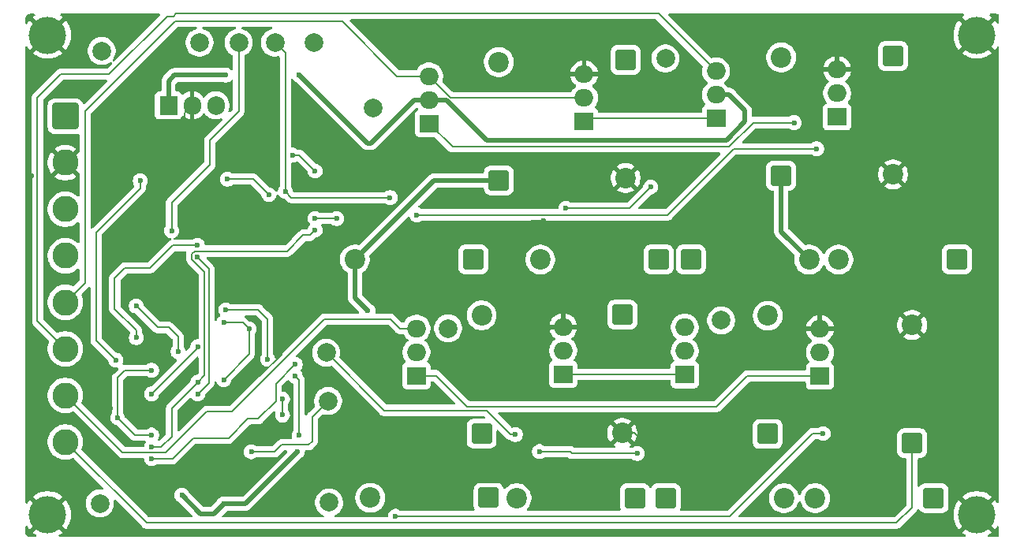
<source format=gbl>
%TF.GenerationSoftware,KiCad,Pcbnew,9.0.2*%
%TF.CreationDate,2025-12-17T22:35:22-05:00*%
%TF.ProjectId,motor-driver,6d6f746f-722d-4647-9269-7665722e6b69,rev?*%
%TF.SameCoordinates,Original*%
%TF.FileFunction,Copper,L2,Bot*%
%TF.FilePolarity,Positive*%
%FSLAX46Y46*%
G04 Gerber Fmt 4.6, Leading zero omitted, Abs format (unit mm)*
G04 Created by KiCad (PCBNEW 9.0.2) date 2025-12-17 22:35:22*
%MOMM*%
%LPD*%
G01*
G04 APERTURE LIST*
G04 Aperture macros list*
%AMRoundRect*
0 Rectangle with rounded corners*
0 $1 Rounding radius*
0 $2 $3 $4 $5 $6 $7 $8 $9 X,Y pos of 4 corners*
0 Add a 4 corners polygon primitive as box body*
4,1,4,$2,$3,$4,$5,$6,$7,$8,$9,$2,$3,0*
0 Add four circle primitives for the rounded corners*
1,1,$1+$1,$2,$3*
1,1,$1+$1,$4,$5*
1,1,$1+$1,$6,$7*
1,1,$1+$1,$8,$9*
0 Add four rect primitives between the rounded corners*
20,1,$1+$1,$2,$3,$4,$5,0*
20,1,$1+$1,$4,$5,$6,$7,0*
20,1,$1+$1,$6,$7,$8,$9,0*
20,1,$1+$1,$8,$9,$2,$3,0*%
G04 Aperture macros list end*
%TA.AperFunction,ComponentPad*%
%ADD10C,2.000000*%
%TD*%
%TA.AperFunction,ComponentPad*%
%ADD11R,2.000000X1.905000*%
%TD*%
%TA.AperFunction,ComponentPad*%
%ADD12O,2.000000X1.905000*%
%TD*%
%TA.AperFunction,ComponentPad*%
%ADD13RoundRect,0.249999X-0.850001X0.850001X-0.850001X-0.850001X0.850001X-0.850001X0.850001X0.850001X0*%
%TD*%
%TA.AperFunction,ComponentPad*%
%ADD14C,2.200000*%
%TD*%
%TA.AperFunction,ComponentPad*%
%ADD15C,4.000000*%
%TD*%
%TA.AperFunction,ComponentPad*%
%ADD16RoundRect,0.249999X0.850001X0.850001X-0.850001X0.850001X-0.850001X-0.850001X0.850001X-0.850001X0*%
%TD*%
%TA.AperFunction,ComponentPad*%
%ADD17RoundRect,0.249999X-0.850001X-0.850001X0.850001X-0.850001X0.850001X0.850001X-0.850001X0.850001X0*%
%TD*%
%TA.AperFunction,ComponentPad*%
%ADD18RoundRect,0.249999X0.850001X-0.850001X0.850001X0.850001X-0.850001X0.850001X-0.850001X-0.850001X0*%
%TD*%
%TA.AperFunction,ComponentPad*%
%ADD19R,1.905000X2.000000*%
%TD*%
%TA.AperFunction,ComponentPad*%
%ADD20O,1.905000X2.000000*%
%TD*%
%TA.AperFunction,ComponentPad*%
%ADD21RoundRect,0.250001X-1.149999X1.149999X-1.149999X-1.149999X1.149999X-1.149999X1.149999X1.149999X0*%
%TD*%
%TA.AperFunction,ComponentPad*%
%ADD22C,2.800000*%
%TD*%
%TA.AperFunction,ViaPad*%
%ADD23C,0.600000*%
%TD*%
%TA.AperFunction,Conductor*%
%ADD24C,0.200000*%
%TD*%
%TA.AperFunction,Conductor*%
%ADD25C,0.500000*%
%TD*%
G04 APERTURE END LIST*
D10*
%TO.P,TP9,1,1*%
%TO.N,#delay_2*%
X77150000Y-80505000D03*
%TD*%
D11*
%TO.P,Q8,1,G*%
%TO.N,coil_2+*%
X130125000Y-83020000D03*
D12*
%TO.P,Q8,2,D*%
%TO.N,h-right-2*%
X130125000Y-80480000D03*
%TO.P,Q8,3,S*%
%TO.N,GND*%
X130125000Y-77940000D03*
%TD*%
D10*
%TO.P,TP11,1,1*%
%TO.N,h-left-1*%
X82175000Y-54205000D03*
%TD*%
%TO.P,TP7,1,1*%
%TO.N,#delay_1*%
X75850000Y-47205000D03*
%TD*%
D13*
%TO.P,D10,1,K*%
%TO.N,h-left-2*%
X108925000Y-76440000D03*
D14*
%TO.P,D10,2,A*%
%TO.N,GND*%
X108925000Y-89140000D03*
%TD*%
D15*
%TO.P,TP16,1,1*%
%TO.N,GND*%
X146975000Y-97905000D03*
%TD*%
D16*
%TO.P,D18,1,K*%
%TO.N,Net-(D18-K)*%
X110275000Y-96140000D03*
D14*
%TO.P,D18,2,A*%
%TO.N,+12V*%
X97575000Y-96140000D03*
%TD*%
D17*
%TO.P,D20,1,K*%
%TO.N,Net-(D20-K)*%
X113575000Y-96140000D03*
D14*
%TO.P,D20,2,A*%
%TO.N,+12V*%
X126275000Y-96140000D03*
%TD*%
D15*
%TO.P,TP18,1,1*%
%TO.N,GND*%
X146975000Y-46405000D03*
%TD*%
%TO.P,TP15,1,1*%
%TO.N,GND*%
X47250000Y-46405000D03*
%TD*%
D18*
%TO.P,D9,1,K*%
%TO.N,+12V*%
X93825000Y-89200000D03*
D14*
%TO.P,D9,2,A*%
%TO.N,h-left-2*%
X93825000Y-76500000D03*
%TD*%
D19*
%TO.P,U3,1,VI*%
%TO.N,+12V*%
X60210000Y-53955000D03*
D20*
%TO.P,U3,2,GND*%
%TO.N,GND*%
X62750000Y-53955000D03*
%TO.P,U3,3,VO*%
%TO.N,+5V*%
X65290000Y-53955000D03*
%TD*%
D16*
%TO.P,D15,1,K*%
%TO.N,Net-(D15-K)*%
X94575000Y-96100000D03*
D14*
%TO.P,D15,2,A*%
%TO.N,+12V*%
X81875000Y-96100000D03*
%TD*%
D18*
%TO.P,D11,1,K*%
%TO.N,+12V*%
X124525000Y-89240000D03*
D14*
%TO.P,D11,2,A*%
%TO.N,h-right-2*%
X124525000Y-76540000D03*
%TD*%
D10*
%TO.P,TP1,1,1*%
%TO.N,/control/Q0*%
X77350000Y-85705000D03*
%TD*%
%TO.P,TP8,1,1*%
%TO.N,delay_2*%
X77450000Y-96605000D03*
%TD*%
D18*
%TO.P,D8,1,K*%
%TO.N,+12V*%
X125975000Y-61505000D03*
D14*
%TO.P,D8,2,A*%
%TO.N,h-right-1*%
X125975000Y-48805000D03*
%TD*%
D10*
%TO.P,TP12,1,1*%
%TO.N,h-right-1*%
X113550000Y-48905000D03*
%TD*%
D11*
%TO.P,Q2,1,G*%
%TO.N,coil_1-*%
X104825000Y-55645000D03*
D12*
%TO.P,Q2,2,D*%
%TO.N,h-left-1*%
X104825000Y-53105000D03*
%TO.P,Q2,3,S*%
%TO.N,GND*%
X104825000Y-50565000D03*
%TD*%
D17*
%TO.P,D19,1,K*%
%TO.N,Net-(D19-K)*%
X116275000Y-70505000D03*
D14*
%TO.P,D19,2,A*%
%TO.N,+12V*%
X128975000Y-70505000D03*
%TD*%
D11*
%TO.P,Q7,1,G*%
%TO.N,coil_2-*%
X115625000Y-82880000D03*
D12*
%TO.P,Q7,2,D*%
%TO.N,+12V*%
X115625000Y-80340000D03*
%TO.P,Q7,3,S*%
%TO.N,h-right-2*%
X115625000Y-77800000D03*
%TD*%
D10*
%TO.P,TP6,1,1*%
%TO.N,delay_1*%
X71650000Y-47205000D03*
%TD*%
D16*
%TO.P,D16,1,K*%
%TO.N,Net-(D16-K)*%
X142325000Y-96140000D03*
D14*
%TO.P,D16,2,A*%
%TO.N,+12V*%
X129625000Y-96140000D03*
%TD*%
D18*
%TO.P,D5,1,K*%
%TO.N,+12V*%
X95675000Y-62005000D03*
D14*
%TO.P,D5,2,A*%
%TO.N,h-left-1*%
X95675000Y-49305000D03*
%TD*%
D11*
%TO.P,Q6,1,G*%
%TO.N,coil_2-*%
X102575000Y-82820000D03*
D12*
%TO.P,Q6,2,D*%
%TO.N,h-left-2*%
X102575000Y-80280000D03*
%TO.P,Q6,3,S*%
%TO.N,GND*%
X102575000Y-77740000D03*
%TD*%
D10*
%TO.P,TP14,1,1*%
%TO.N,h-right-2*%
X119525000Y-77040000D03*
%TD*%
D16*
%TO.P,D17,1,K*%
%TO.N,Net-(D17-K)*%
X112825000Y-70505000D03*
D14*
%TO.P,D17,2,A*%
%TO.N,+12V*%
X100125000Y-70505000D03*
%TD*%
D21*
%TO.P,J2,1,Pin_1*%
%TO.N,+12V*%
X49150000Y-55105000D03*
D22*
%TO.P,J2,2,Pin_2*%
%TO.N,GND*%
X49150000Y-60105000D03*
%TO.P,J2,3,Pin_3*%
%TO.N,IN*%
X49150000Y-65105000D03*
%TO.P,J2,4,Pin_4*%
%TO.N,EN*%
X49150000Y-70105000D03*
%TO.P,J2,5,Pin_5*%
%TO.N,h-left-1*%
X49150000Y-75105000D03*
%TO.P,J2,6,Pin_6*%
%TO.N,h-right-1*%
X49150000Y-80105000D03*
%TO.P,J2,7,Pin_7*%
%TO.N,h-left-2*%
X49150000Y-85105000D03*
%TO.P,J2,8,Pin_8*%
%TO.N,h-right-2*%
X49150000Y-90105000D03*
%TD*%
D11*
%TO.P,Q5,1,G*%
%TO.N,coil_2+*%
X86825000Y-82980000D03*
D12*
%TO.P,Q5,2,D*%
%TO.N,+12V*%
X86825000Y-80440000D03*
%TO.P,Q5,3,S*%
%TO.N,h-left-2*%
X86825000Y-77900000D03*
%TD*%
D10*
%TO.P,TP3,1,1*%
%TO.N,Net-(U1-CP)*%
X67750000Y-47205000D03*
%TD*%
%TO.P,TP4,1,1*%
%TO.N,+5V*%
X63550000Y-47205000D03*
%TD*%
D15*
%TO.P,TP17,1,1*%
%TO.N,GND*%
X47250000Y-97905000D03*
%TD*%
D11*
%TO.P,Q1,1,G*%
%TO.N,coil_1+*%
X88175000Y-55885000D03*
D12*
%TO.P,Q1,2,D*%
%TO.N,+12V*%
X88175000Y-53345000D03*
%TO.P,Q1,3,S*%
%TO.N,h-left-1*%
X88175000Y-50805000D03*
%TD*%
D16*
%TO.P,D13,1,K*%
%TO.N,Net-(D13-K)*%
X92925000Y-70505000D03*
D14*
%TO.P,D13,2,A*%
%TO.N,+12V*%
X80225000Y-70505000D03*
%TD*%
D10*
%TO.P,TP10,1,1*%
%TO.N,+12V*%
X53050000Y-48105000D03*
%TD*%
D18*
%TO.P,D12,1,K*%
%TO.N,h-right-2*%
X140025000Y-90240000D03*
D14*
%TO.P,D12,2,A*%
%TO.N,GND*%
X140025000Y-77540000D03*
%TD*%
D13*
%TO.P,D7,1,K*%
%TO.N,h-right-1*%
X137975000Y-48655000D03*
D14*
%TO.P,D7,2,A*%
%TO.N,GND*%
X137975000Y-61355000D03*
%TD*%
D16*
%TO.P,D14,1,K*%
%TO.N,Net-(D14-K)*%
X144825000Y-70505000D03*
D14*
%TO.P,D14,2,A*%
%TO.N,+12V*%
X132125000Y-70505000D03*
%TD*%
D10*
%TO.P,TP2,1,1*%
%TO.N,/control/Q1*%
X52850000Y-96705000D03*
%TD*%
D11*
%TO.P,Q3,1,G*%
%TO.N,coil_1-*%
X118975000Y-55345000D03*
D12*
%TO.P,Q3,2,D*%
%TO.N,+12V*%
X118975000Y-52805000D03*
%TO.P,Q3,3,S*%
%TO.N,h-right-1*%
X118975000Y-50265000D03*
%TD*%
D11*
%TO.P,Q4,1,G*%
%TO.N,coil_1+*%
X131975000Y-55185000D03*
D12*
%TO.P,Q4,2,D*%
%TO.N,h-right-1*%
X131975000Y-52645000D03*
%TO.P,Q4,3,S*%
%TO.N,GND*%
X131975000Y-50105000D03*
%TD*%
D13*
%TO.P,D6,1,K*%
%TO.N,h-left-1*%
X109275000Y-49055000D03*
D14*
%TO.P,D6,2,A*%
%TO.N,GND*%
X109275000Y-61755000D03*
%TD*%
D10*
%TO.P,TP13,1,1*%
%TO.N,h-left-2*%
X90225000Y-77900000D03*
%TD*%
D23*
%TO.N,GND*%
X58400000Y-94445000D03*
X81075000Y-65980000D03*
X63350000Y-95715000D03*
X45550000Y-61505000D03*
X63350000Y-91905000D03*
X100500000Y-66310000D03*
X58375000Y-69000000D03*
X61350000Y-52105000D03*
X55650000Y-68205000D03*
X66150000Y-74330000D03*
X55550000Y-93910000D03*
X99950000Y-81805000D03*
X53950000Y-86505000D03*
X63350000Y-59905000D03*
X73825000Y-76705000D03*
X76350000Y-94505000D03*
X88450000Y-67705000D03*
X112850000Y-91745000D03*
X61950000Y-57005000D03*
X68875000Y-83055000D03*
X64950000Y-61605000D03*
X75950000Y-62275000D03*
X58400000Y-93175000D03*
X78850000Y-94605000D03*
X63350000Y-90635000D03*
X64150000Y-52505000D03*
X63350000Y-94445000D03*
X58375000Y-75350000D03*
%TO.N,+5V*%
X61650000Y-95805000D03*
X66150000Y-96755000D03*
X75950000Y-61005000D03*
X73550000Y-59305000D03*
X74050000Y-91155000D03*
%TO.N,+12V*%
X66350000Y-50705000D03*
X74250000Y-50705000D03*
X81625000Y-76000000D03*
%TO.N,Net-(D1-A)*%
X71000000Y-63545000D03*
X66550000Y-61880000D03*
%TO.N,Net-(D3-A)*%
X66150000Y-77280000D03*
X66150000Y-83405000D03*
X68875000Y-77975000D03*
%TO.N,Net-(D4-K)*%
X74250000Y-89405000D03*
X73825000Y-83055000D03*
%TO.N,coil_1+*%
X127350000Y-55805000D03*
%TO.N,Net-(Q9-S)*%
X57187500Y-62055000D03*
X54550000Y-81305000D03*
%TO.N,/control/Q0*%
X58400000Y-82405000D03*
X54750000Y-87505000D03*
X58400000Y-89365000D03*
X69100000Y-91155000D03*
%TO.N,/control/Q1*%
X58400000Y-90635000D03*
X75950000Y-67355000D03*
X63350000Y-83675000D03*
%TO.N,Net-(U1-CP)*%
X61250000Y-80405000D03*
X56750000Y-75505000D03*
X60550000Y-67405000D03*
%TO.N,delay_1*%
X129775000Y-58605000D03*
X86875000Y-65705000D03*
X84000000Y-63870000D03*
X72750000Y-63205000D03*
%TO.N,#delay_1*%
X102875000Y-65005000D03*
X75950000Y-66085000D03*
X78250000Y-66105000D03*
X111975000Y-62705000D03*
%TO.N,delay_2*%
X72450000Y-85505000D03*
X84575000Y-98085000D03*
X130475000Y-89200000D03*
X72450000Y-87205000D03*
%TO.N,#delay_2*%
X110525000Y-91340000D03*
X97450000Y-89305000D03*
X100025000Y-91140000D03*
%TO.N,Net-(U1-~{PE})*%
X70850000Y-81205000D03*
X66350000Y-75905000D03*
%TO.N,Net-(U1-Q0)*%
X56750000Y-78905000D03*
X63325000Y-69000000D03*
%TO.N,Net-(U1-Q1)*%
X63350000Y-84945000D03*
X63325000Y-70270000D03*
%TO.N,Net-(U2-Pad13)*%
X63350000Y-79865000D03*
X58400000Y-84945000D03*
%TO.N,/control/coil_2_control*%
X58400000Y-91905000D03*
X73825000Y-81785000D03*
%TD*%
D24*
%TO.N,GND*%
X101415000Y-77740000D02*
X100050000Y-79105000D01*
X76350000Y-94505000D02*
X78750000Y-94505000D01*
X45550000Y-76505000D02*
X45550000Y-61505000D01*
X100500000Y-66310000D02*
X99145000Y-66310000D01*
X72350000Y-80705000D02*
X70000000Y-83055000D01*
X45550000Y-81705000D02*
X45550000Y-76505000D01*
X56445000Y-69000000D02*
X55650000Y-68205000D01*
X102575000Y-77740000D02*
X101415000Y-77740000D01*
X50150000Y-82705000D02*
X46550000Y-82705000D01*
X100050000Y-79105000D02*
X100050000Y-81705000D01*
X61950000Y-54755000D02*
X62750000Y-53955000D01*
X53950000Y-86505000D02*
X50150000Y-82705000D01*
X72350000Y-78205000D02*
X72350000Y-80705000D01*
X97750000Y-67705000D02*
X88450000Y-67705000D01*
X112850000Y-91745000D02*
X110245000Y-89140000D01*
X110245000Y-89140000D02*
X108925000Y-89140000D01*
X73825000Y-76730000D02*
X72350000Y-78205000D01*
X70000000Y-83055000D02*
X68875000Y-83055000D01*
X61950000Y-57005000D02*
X61950000Y-54755000D01*
X46550000Y-82705000D02*
X45550000Y-81705000D01*
X78750000Y-94505000D02*
X78850000Y-94605000D01*
X100050000Y-81705000D02*
X99950000Y-81805000D01*
X99145000Y-66310000D02*
X97750000Y-67705000D01*
X73825000Y-76705000D02*
X73825000Y-76730000D01*
X58375000Y-69000000D02*
X56445000Y-69000000D01*
%TO.N,+5V*%
X73550000Y-59305000D02*
X74250000Y-59305000D01*
D25*
X63650000Y-97805000D02*
X65100000Y-97805000D01*
X61650000Y-95805000D02*
X63650000Y-97805000D01*
X65100000Y-97805000D02*
X66150000Y-96755000D01*
D24*
X74250000Y-59305000D02*
X75950000Y-61005000D01*
D25*
X66150000Y-96755000D02*
X68450000Y-96755000D01*
X68450000Y-96755000D02*
X74050000Y-91155000D01*
%TO.N,+12V*%
X95675000Y-62005000D02*
X88725000Y-62005000D01*
X60210000Y-51345000D02*
X60210000Y-53955000D01*
X122075000Y-55705000D02*
X122075000Y-54505000D01*
X60850000Y-50705000D02*
X60210000Y-51345000D01*
X125975000Y-61505000D02*
X125975000Y-67505000D01*
X86610000Y-53345000D02*
X81950000Y-58005000D01*
X88175000Y-53345000D02*
X90039006Y-53345000D01*
X80225000Y-74600000D02*
X81625000Y-76000000D01*
X125975000Y-67505000D02*
X128975000Y-70505000D01*
X88725000Y-62005000D02*
X80225000Y-70505000D01*
X120375000Y-52805000D02*
X118975000Y-52805000D01*
X122075000Y-54505000D02*
X120375000Y-52805000D01*
X88175000Y-53345000D02*
X86610000Y-53345000D01*
X94399006Y-57705000D02*
X120075000Y-57705000D01*
X81550000Y-58005000D02*
X74250000Y-50705000D01*
X90039006Y-53345000D02*
X94399006Y-57705000D01*
X81950000Y-58005000D02*
X81550000Y-58005000D01*
X120075000Y-57705000D02*
X122075000Y-55705000D01*
X80225000Y-70505000D02*
X80225000Y-74600000D01*
X66350000Y-50705000D02*
X60850000Y-50705000D01*
D24*
%TO.N,Net-(D1-A)*%
X69335000Y-61880000D02*
X71000000Y-63545000D01*
X66550000Y-61880000D02*
X69335000Y-61880000D01*
%TO.N,Net-(D3-A)*%
X68875000Y-80680000D02*
X68875000Y-77975000D01*
X68180000Y-77280000D02*
X68875000Y-77975000D01*
X66150000Y-83405000D02*
X68875000Y-80680000D01*
X66150000Y-77280000D02*
X68180000Y-77280000D01*
%TO.N,Net-(D4-K)*%
X73825000Y-83055000D02*
X74250000Y-83480000D01*
X74250000Y-83480000D02*
X74250000Y-89405000D01*
%TO.N,h-left-1*%
X49150000Y-75105000D02*
X51250000Y-73005000D01*
X51250000Y-73005000D02*
X51250000Y-54605000D01*
X90475000Y-53105000D02*
X88175000Y-50805000D01*
X84750000Y-50805000D02*
X88175000Y-50805000D01*
X60950000Y-44905000D02*
X78850000Y-44905000D01*
X78850000Y-44905000D02*
X84750000Y-50805000D01*
X51250000Y-54605000D02*
X60950000Y-44905000D01*
X104825000Y-53105000D02*
X90475000Y-53105000D01*
%TO.N,h-right-1*%
X48650000Y-50605000D02*
X53850000Y-50605000D01*
X53850000Y-50605000D02*
X60050000Y-44405000D01*
X60750000Y-44405000D02*
X61049000Y-44106000D01*
X112816000Y-44106000D02*
X118975000Y-50265000D01*
X46150000Y-53105000D02*
X48650000Y-50605000D01*
X60050000Y-44405000D02*
X60750000Y-44405000D01*
X49150000Y-80105000D02*
X46150000Y-77105000D01*
X61049000Y-44106000D02*
X112816000Y-44106000D01*
X46150000Y-77105000D02*
X46150000Y-53105000D01*
%TO.N,h-left-2*%
X84050000Y-76905000D02*
X85045000Y-77900000D01*
X67050000Y-86805000D02*
X76950000Y-76905000D01*
X85045000Y-77900000D02*
X86825000Y-77900000D01*
X49150000Y-85105000D02*
X55281000Y-91236000D01*
X64350000Y-86805000D02*
X67050000Y-86805000D01*
X55281000Y-91236000D02*
X59919000Y-91236000D01*
X76950000Y-76905000D02*
X84050000Y-76905000D01*
X59919000Y-91236000D02*
X64350000Y-86805000D01*
%TO.N,h-right-2*%
X138350000Y-98805000D02*
X140025000Y-97130000D01*
X49150000Y-90105000D02*
X57850000Y-98805000D01*
X57850000Y-98805000D02*
X138350000Y-98805000D01*
X140025000Y-97130000D02*
X140025000Y-90240000D01*
%TO.N,coil_1+*%
X120350000Y-58405000D02*
X90695000Y-58405000D01*
X90695000Y-58405000D02*
X88175000Y-55885000D01*
X122950000Y-55805000D02*
X120350000Y-58405000D01*
X127350000Y-55805000D02*
X122950000Y-55805000D01*
%TO.N,coil_1-*%
X118975000Y-55345000D02*
X105125000Y-55345000D01*
X105125000Y-55345000D02*
X104825000Y-55645000D01*
%TO.N,coil_2+*%
X130125000Y-83020000D02*
X122335000Y-83020000D01*
X122335000Y-83020000D02*
X119050000Y-86305000D01*
X92250000Y-86305000D02*
X88925000Y-82980000D01*
X119050000Y-86305000D02*
X92250000Y-86305000D01*
X88925000Y-82980000D02*
X86825000Y-82980000D01*
%TO.N,coil_2-*%
X102575000Y-82820000D02*
X115565000Y-82820000D01*
X115565000Y-82820000D02*
X115625000Y-82880000D01*
%TO.N,Net-(Q9-S)*%
X54550000Y-81305000D02*
X52450000Y-79205000D01*
X52450000Y-79205000D02*
X52450000Y-67605000D01*
X57187500Y-62867500D02*
X57187500Y-62055000D01*
X52450000Y-67605000D02*
X57187500Y-62867500D01*
%TO.N,/control/Q0*%
X72350000Y-90405000D02*
X75250000Y-90405000D01*
X54750000Y-87505000D02*
X56610000Y-89365000D01*
X75650000Y-87405000D02*
X77350000Y-85705000D01*
X58400000Y-82405000D02*
X55550000Y-82405000D01*
X75650000Y-90005000D02*
X75650000Y-87405000D01*
X71600000Y-91155000D02*
X72350000Y-90405000D01*
X69100000Y-91155000D02*
X71600000Y-91155000D01*
X55550000Y-82405000D02*
X54750000Y-83205000D01*
X54750000Y-83205000D02*
X54750000Y-87505000D01*
X56610000Y-89365000D02*
X58400000Y-89365000D01*
X75250000Y-90405000D02*
X75650000Y-90005000D01*
%TO.N,/control/Q1*%
X74650000Y-67905000D02*
X72954000Y-69601000D01*
X72954000Y-69601000D02*
X63054000Y-69601000D01*
X64050000Y-71844943D02*
X64050000Y-82975000D01*
X60550000Y-89505000D02*
X59420000Y-90635000D01*
X62724000Y-69931000D02*
X62724000Y-70518943D01*
X75400000Y-67905000D02*
X74650000Y-67905000D01*
X75950000Y-67355000D02*
X75400000Y-67905000D01*
X62724000Y-70518943D02*
X64050000Y-71844943D01*
X63054000Y-69601000D02*
X62724000Y-69931000D01*
X60550000Y-86475000D02*
X60550000Y-89505000D01*
X63350000Y-83675000D02*
X60550000Y-86475000D01*
X64050000Y-82975000D02*
X63350000Y-83675000D01*
X59420000Y-90635000D02*
X58400000Y-90635000D01*
%TO.N,Net-(U1-CP)*%
X60550000Y-67405000D02*
X60550000Y-64405000D01*
X60250000Y-77805000D02*
X61250000Y-78805000D01*
X67750000Y-54605000D02*
X67750000Y-47205000D01*
X60550000Y-64405000D02*
X64650000Y-60305000D01*
X64650000Y-60305000D02*
X64650000Y-57705000D01*
X61250000Y-78805000D02*
X61250000Y-80405000D01*
X56750000Y-75505000D02*
X59050000Y-77805000D01*
X64650000Y-57705000D02*
X67750000Y-54605000D01*
X59050000Y-77805000D02*
X60250000Y-77805000D01*
%TO.N,delay_1*%
X129775000Y-58605000D02*
X120875000Y-58605000D01*
X84000000Y-63870000D02*
X73415000Y-63870000D01*
X113775000Y-65705000D02*
X86875000Y-65705000D01*
X73415000Y-63870000D02*
X72750000Y-63205000D01*
X71650000Y-47205000D02*
X72750000Y-48305000D01*
X120875000Y-58605000D02*
X113775000Y-65705000D01*
X72750000Y-48305000D02*
X72750000Y-63205000D01*
%TO.N,#delay_1*%
X78230000Y-66085000D02*
X78250000Y-66105000D01*
X75950000Y-66085000D02*
X78230000Y-66085000D01*
X111975000Y-62705000D02*
X109675000Y-65005000D01*
X109675000Y-65005000D02*
X102875000Y-65005000D01*
%TO.N,delay_2*%
X129360000Y-89200000D02*
X130475000Y-89200000D01*
X72450000Y-85505000D02*
X72450000Y-87205000D01*
X120475000Y-98085000D02*
X129360000Y-89200000D01*
X84575000Y-98085000D02*
X120475000Y-98085000D01*
%TO.N,#delay_2*%
X94350000Y-86705000D02*
X83350000Y-86705000D01*
X83350000Y-86705000D02*
X77150000Y-80505000D01*
X103525000Y-91340000D02*
X110525000Y-91340000D01*
X97450000Y-89305000D02*
X96950000Y-89305000D01*
X96950000Y-89305000D02*
X94350000Y-86705000D01*
X103325000Y-91140000D02*
X103525000Y-91340000D01*
X100025000Y-91140000D02*
X103325000Y-91140000D01*
%TO.N,Net-(U1-~{PE})*%
X66350000Y-75905000D02*
X69850000Y-75905000D01*
X69850000Y-75905000D02*
X70850000Y-76905000D01*
X70850000Y-76905000D02*
X70850000Y-81205000D01*
%TO.N,Net-(U1-Q0)*%
X56750000Y-78905000D02*
X56750000Y-78105000D01*
X58250000Y-71405000D02*
X60655000Y-69000000D01*
X54450000Y-72505000D02*
X55550000Y-71405000D01*
X55550000Y-71405000D02*
X58250000Y-71405000D01*
X60655000Y-69000000D02*
X63325000Y-69000000D01*
X56750000Y-78105000D02*
X54450000Y-75805000D01*
X54450000Y-75805000D02*
X54450000Y-72505000D01*
%TO.N,Net-(U1-Q1)*%
X64550000Y-71495000D02*
X63325000Y-70270000D01*
X64550000Y-83745000D02*
X64550000Y-71495000D01*
X63350000Y-84945000D02*
X64550000Y-83745000D01*
%TO.N,Net-(U2-Pad13)*%
X63350000Y-79995000D02*
X63350000Y-79865000D01*
X58400000Y-84945000D02*
X63350000Y-79995000D01*
%TO.N,/control/coil_2_control*%
X71750000Y-83860000D02*
X73825000Y-81785000D01*
X62850000Y-89705000D02*
X66650000Y-89705000D01*
X60650000Y-91905000D02*
X62850000Y-89705000D01*
X58400000Y-91905000D02*
X60650000Y-91905000D01*
X69850000Y-87605000D02*
X71750000Y-85705000D01*
X66650000Y-89705000D02*
X68750000Y-87605000D01*
X68750000Y-87605000D02*
X69850000Y-87605000D01*
X71750000Y-85705000D02*
X71750000Y-83860000D01*
%TD*%
%TA.AperFunction,Conductor*%
%TO.N,GND*%
G36*
X46105864Y-98882184D02*
G01*
X46272816Y-99049136D01*
X46380893Y-99127658D01*
X45667741Y-99840810D01*
X45667741Y-99840811D01*
X45801043Y-99947115D01*
X46005376Y-100075506D01*
X46051667Y-100127840D01*
X46062316Y-100196894D01*
X46033941Y-100260742D01*
X45975551Y-100299115D01*
X45939404Y-100304500D01*
X45356962Y-100304500D01*
X45343078Y-100303720D01*
X45330553Y-100302308D01*
X45252735Y-100293540D01*
X45225666Y-100287362D01*
X45146462Y-100259648D01*
X45121444Y-100247600D01*
X45050395Y-100202957D01*
X45028686Y-100185644D01*
X44969355Y-100126313D01*
X44952042Y-100104604D01*
X44948707Y-100099297D01*
X44907398Y-100033553D01*
X44895351Y-100008537D01*
X44873859Y-99947116D01*
X44867636Y-99929331D01*
X44861459Y-99902263D01*
X44851280Y-99811922D01*
X44850500Y-99798038D01*
X44850500Y-99215596D01*
X44870185Y-99148557D01*
X44922989Y-99102802D01*
X44992147Y-99092858D01*
X45055703Y-99121883D01*
X45079494Y-99149624D01*
X45207884Y-99353956D01*
X45314187Y-99487257D01*
X46027339Y-98774104D01*
X46105864Y-98882184D01*
G37*
%TD.AperFunction*%
%TA.AperFunction,Conductor*%
G36*
X59267942Y-44125185D02*
G01*
X59313697Y-44177989D01*
X59323641Y-44247147D01*
X59294616Y-44310703D01*
X59288584Y-44317181D01*
X54435195Y-49170569D01*
X54373872Y-49204054D01*
X54304180Y-49199070D01*
X54248247Y-49157198D01*
X54223830Y-49091734D01*
X54238682Y-49023461D01*
X54247187Y-49010015D01*
X54333343Y-48891433D01*
X54440568Y-48680992D01*
X54513553Y-48456368D01*
X54523424Y-48394046D01*
X54550500Y-48223097D01*
X54550500Y-47986902D01*
X54513553Y-47753631D01*
X54470745Y-47621883D01*
X54440568Y-47529008D01*
X54440566Y-47529005D01*
X54440566Y-47529003D01*
X54356093Y-47363217D01*
X54333343Y-47318567D01*
X54194517Y-47127490D01*
X54027510Y-46960483D01*
X53836433Y-46821657D01*
X53625996Y-46714433D01*
X53401368Y-46641446D01*
X53168097Y-46604500D01*
X53168092Y-46604500D01*
X52931908Y-46604500D01*
X52931903Y-46604500D01*
X52698631Y-46641446D01*
X52474003Y-46714433D01*
X52263566Y-46821657D01*
X52219557Y-46853632D01*
X52072490Y-46960483D01*
X52072488Y-46960485D01*
X52072487Y-46960485D01*
X51905485Y-47127487D01*
X51905485Y-47127488D01*
X51905483Y-47127490D01*
X51859216Y-47191171D01*
X51766657Y-47318566D01*
X51659433Y-47529003D01*
X51586446Y-47753631D01*
X51549500Y-47986902D01*
X51549500Y-48223097D01*
X51586446Y-48456368D01*
X51659433Y-48680996D01*
X51757550Y-48873560D01*
X51766657Y-48891433D01*
X51905483Y-49082510D01*
X52072490Y-49249517D01*
X52263567Y-49388343D01*
X52347210Y-49430961D01*
X52474003Y-49495566D01*
X52474005Y-49495566D01*
X52474008Y-49495568D01*
X52594412Y-49534689D01*
X52698631Y-49568553D01*
X52931903Y-49605500D01*
X52931908Y-49605500D01*
X53168097Y-49605500D01*
X53401368Y-49568553D01*
X53443067Y-49555004D01*
X53625992Y-49495568D01*
X53836433Y-49388343D01*
X53955005Y-49302194D01*
X54020808Y-49278716D01*
X54088862Y-49294541D01*
X54137557Y-49344646D01*
X54151433Y-49413124D01*
X54126085Y-49478234D01*
X54115569Y-49490195D01*
X53637584Y-49968181D01*
X53576261Y-50001666D01*
X53549903Y-50004500D01*
X48736669Y-50004500D01*
X48736653Y-50004499D01*
X48729057Y-50004499D01*
X48570943Y-50004499D01*
X48466104Y-50032591D01*
X48418214Y-50045423D01*
X48384082Y-50065130D01*
X48384081Y-50065130D01*
X48281287Y-50124477D01*
X48281282Y-50124481D01*
X45669479Y-52736284D01*
X45648800Y-52772102D01*
X45640060Y-52787242D01*
X45590423Y-52873215D01*
X45549499Y-53025943D01*
X45549499Y-53025945D01*
X45549499Y-53194046D01*
X45549500Y-53194059D01*
X45549500Y-77018330D01*
X45549499Y-77018348D01*
X45549499Y-77184054D01*
X45549498Y-77184054D01*
X45571349Y-77265602D01*
X45590423Y-77336785D01*
X45591614Y-77338848D01*
X45597766Y-77349503D01*
X45669477Y-77473712D01*
X45669481Y-77473717D01*
X45788349Y-77592585D01*
X45788355Y-77592590D01*
X47388098Y-79192334D01*
X47421583Y-79253657D01*
X47416599Y-79323349D01*
X47414978Y-79327467D01*
X47346498Y-79492792D01*
X47282017Y-79733438D01*
X47249501Y-79980424D01*
X47249500Y-79980441D01*
X47249500Y-80229558D01*
X47249501Y-80229575D01*
X47282017Y-80476561D01*
X47346498Y-80717207D01*
X47441830Y-80947361D01*
X47441837Y-80947376D01*
X47566400Y-81163126D01*
X47718060Y-81360774D01*
X47718066Y-81360781D01*
X47894218Y-81536933D01*
X47894225Y-81536939D01*
X48091873Y-81688599D01*
X48307623Y-81813162D01*
X48307638Y-81813169D01*
X48385507Y-81845423D01*
X48537793Y-81908502D01*
X48778435Y-81972982D01*
X49025435Y-82005500D01*
X49025442Y-82005500D01*
X49274558Y-82005500D01*
X49274565Y-82005500D01*
X49521565Y-81972982D01*
X49762207Y-81908502D01*
X49992373Y-81813164D01*
X50208127Y-81688599D01*
X50405776Y-81536938D01*
X50581938Y-81360776D01*
X50733599Y-81163127D01*
X50858164Y-80947373D01*
X50953502Y-80717207D01*
X51017982Y-80476565D01*
X51050500Y-80229565D01*
X51050500Y-79980435D01*
X51017982Y-79733435D01*
X50953502Y-79492793D01*
X50898697Y-79360483D01*
X50858169Y-79262638D01*
X50858162Y-79262623D01*
X50733599Y-79046873D01*
X50581939Y-78849225D01*
X50581933Y-78849218D01*
X50405781Y-78673066D01*
X50405774Y-78673060D01*
X50208126Y-78521400D01*
X49992376Y-78396837D01*
X49992361Y-78396830D01*
X49762207Y-78301498D01*
X49623659Y-78264374D01*
X49521565Y-78237018D01*
X49521564Y-78237017D01*
X49521561Y-78237017D01*
X49274575Y-78204501D01*
X49274570Y-78204500D01*
X49274565Y-78204500D01*
X49025435Y-78204500D01*
X49025429Y-78204500D01*
X49025424Y-78204501D01*
X48778438Y-78237017D01*
X48537792Y-78301498D01*
X48372467Y-78369978D01*
X48302998Y-78377447D01*
X48240519Y-78346172D01*
X48237334Y-78343098D01*
X46786819Y-76892583D01*
X46753334Y-76831260D01*
X46750500Y-76804902D01*
X46750500Y-53405097D01*
X46770185Y-53338058D01*
X46786819Y-53317416D01*
X48862416Y-51241819D01*
X48923739Y-51208334D01*
X48950097Y-51205500D01*
X53500903Y-51205500D01*
X53567942Y-51225185D01*
X53613697Y-51277989D01*
X53623641Y-51347147D01*
X53594616Y-51410703D01*
X53588584Y-51417181D01*
X51222860Y-53782903D01*
X51161537Y-53816388D01*
X51091845Y-53811404D01*
X51035912Y-53769532D01*
X51017473Y-53734225D01*
X51016150Y-53730233D01*
X50984814Y-53635666D01*
X50980707Y-53629008D01*
X50892713Y-53486348D01*
X50892710Y-53486344D01*
X50768655Y-53362289D01*
X50768651Y-53362286D01*
X50619337Y-53270187D01*
X50619335Y-53270186D01*
X50465930Y-53219353D01*
X50452797Y-53215001D01*
X50452795Y-53215000D01*
X50350015Y-53204500D01*
X50350008Y-53204500D01*
X47949992Y-53204500D01*
X47949984Y-53204500D01*
X47847204Y-53215000D01*
X47847203Y-53215001D01*
X47680664Y-53270186D01*
X47680662Y-53270187D01*
X47531348Y-53362286D01*
X47531344Y-53362289D01*
X47407289Y-53486344D01*
X47407286Y-53486348D01*
X47315187Y-53635662D01*
X47315186Y-53635664D01*
X47260001Y-53802203D01*
X47260000Y-53802204D01*
X47249500Y-53904984D01*
X47249500Y-56305015D01*
X47260000Y-56407795D01*
X47260001Y-56407797D01*
X47271275Y-56441819D01*
X47315186Y-56574335D01*
X47315187Y-56574337D01*
X47407286Y-56723651D01*
X47407289Y-56723655D01*
X47531344Y-56847710D01*
X47531348Y-56847713D01*
X47680662Y-56939812D01*
X47680664Y-56939813D01*
X47680666Y-56939814D01*
X47847203Y-56994999D01*
X47949992Y-57005500D01*
X47949997Y-57005500D01*
X50350003Y-57005500D01*
X50350008Y-57005500D01*
X50452797Y-56994999D01*
X50486497Y-56983831D01*
X50556322Y-56981429D01*
X50616365Y-57017159D01*
X50647558Y-57079679D01*
X50649500Y-57101537D01*
X50649500Y-58907691D01*
X50629815Y-58974730D01*
X50613181Y-58995372D01*
X49751041Y-59857511D01*
X49726022Y-59797110D01*
X49654888Y-59690649D01*
X49564351Y-59600112D01*
X49457890Y-59528978D01*
X49397487Y-59503957D01*
X50305045Y-58596400D01*
X50207849Y-58521819D01*
X50207841Y-58521813D01*
X49992159Y-58397288D01*
X49992148Y-58397283D01*
X49762049Y-58301973D01*
X49521463Y-58237508D01*
X49274534Y-58205000D01*
X49025466Y-58205000D01*
X48778536Y-58237508D01*
X48537950Y-58301973D01*
X48307851Y-58397283D01*
X48307847Y-58397285D01*
X48092143Y-58521823D01*
X47994953Y-58596399D01*
X47994953Y-58596400D01*
X48902511Y-59503958D01*
X48842110Y-59528978D01*
X48735649Y-59600112D01*
X48645112Y-59690649D01*
X48573978Y-59797110D01*
X48548958Y-59857511D01*
X47641400Y-58949953D01*
X47641399Y-58949953D01*
X47566823Y-59047143D01*
X47442285Y-59262847D01*
X47442283Y-59262851D01*
X47346973Y-59492950D01*
X47282508Y-59733536D01*
X47250000Y-59980466D01*
X47250000Y-60229533D01*
X47282508Y-60476463D01*
X47346973Y-60717049D01*
X47442283Y-60947148D01*
X47442288Y-60947159D01*
X47566813Y-61162841D01*
X47566819Y-61162849D01*
X47641400Y-61260045D01*
X48548958Y-60352487D01*
X48573978Y-60412890D01*
X48645112Y-60519351D01*
X48735649Y-60609888D01*
X48842110Y-60681022D01*
X48902511Y-60706041D01*
X47994953Y-61613598D01*
X48092150Y-61688180D01*
X48092158Y-61688186D01*
X48307840Y-61812711D01*
X48307851Y-61812716D01*
X48537950Y-61908026D01*
X48778536Y-61972491D01*
X49025466Y-62005000D01*
X49274534Y-62005000D01*
X49521463Y-61972491D01*
X49762049Y-61908026D01*
X49992148Y-61812716D01*
X49992159Y-61812711D01*
X50207855Y-61688178D01*
X50305045Y-61613600D01*
X50305045Y-61613597D01*
X49397488Y-60706041D01*
X49457890Y-60681022D01*
X49564351Y-60609888D01*
X49654888Y-60519351D01*
X49726022Y-60412890D01*
X49751041Y-60352488D01*
X50613181Y-61214627D01*
X50646666Y-61275950D01*
X50649500Y-61302308D01*
X50649500Y-63617423D01*
X50629815Y-63684462D01*
X50577011Y-63730217D01*
X50507853Y-63740161D01*
X50444297Y-63711136D01*
X50437819Y-63705104D01*
X50405781Y-63673066D01*
X50405774Y-63673060D01*
X50208126Y-63521400D01*
X49992376Y-63396837D01*
X49992361Y-63396830D01*
X49762207Y-63301498D01*
X49642789Y-63269500D01*
X49521565Y-63237018D01*
X49521564Y-63237017D01*
X49521561Y-63237017D01*
X49274575Y-63204501D01*
X49274570Y-63204500D01*
X49274565Y-63204500D01*
X49025435Y-63204500D01*
X49025429Y-63204500D01*
X49025424Y-63204501D01*
X48778438Y-63237017D01*
X48537792Y-63301498D01*
X48307638Y-63396830D01*
X48307623Y-63396837D01*
X48091873Y-63521400D01*
X47894225Y-63673060D01*
X47894218Y-63673066D01*
X47718066Y-63849218D01*
X47718060Y-63849225D01*
X47566400Y-64046873D01*
X47441837Y-64262623D01*
X47441830Y-64262638D01*
X47346498Y-64492792D01*
X47282017Y-64733438D01*
X47249501Y-64980424D01*
X47249500Y-64980441D01*
X47249500Y-65229558D01*
X47249501Y-65229575D01*
X47282017Y-65476561D01*
X47346498Y-65717207D01*
X47441830Y-65947361D01*
X47441837Y-65947376D01*
X47566400Y-66163126D01*
X47718060Y-66360774D01*
X47718066Y-66360781D01*
X47894218Y-66536933D01*
X47894225Y-66536939D01*
X48091873Y-66688599D01*
X48307623Y-66813162D01*
X48307638Y-66813169D01*
X48383778Y-66844707D01*
X48537793Y-66908502D01*
X48778435Y-66972982D01*
X49025435Y-67005500D01*
X49025442Y-67005500D01*
X49274558Y-67005500D01*
X49274565Y-67005500D01*
X49521565Y-66972982D01*
X49762207Y-66908502D01*
X49992373Y-66813164D01*
X50208127Y-66688599D01*
X50405776Y-66536938D01*
X50405781Y-66536933D01*
X50437819Y-66504896D01*
X50499142Y-66471411D01*
X50568834Y-66476395D01*
X50624767Y-66518267D01*
X50649184Y-66583731D01*
X50649500Y-66592577D01*
X50649500Y-68617423D01*
X50629815Y-68684462D01*
X50577011Y-68730217D01*
X50507853Y-68740161D01*
X50444297Y-68711136D01*
X50437819Y-68705104D01*
X50405781Y-68673066D01*
X50405774Y-68673060D01*
X50208126Y-68521400D01*
X49992376Y-68396837D01*
X49992361Y-68396830D01*
X49762207Y-68301498D01*
X49721543Y-68290602D01*
X49521565Y-68237018D01*
X49521564Y-68237017D01*
X49521561Y-68237017D01*
X49274575Y-68204501D01*
X49274570Y-68204500D01*
X49274565Y-68204500D01*
X49025435Y-68204500D01*
X49025429Y-68204500D01*
X49025424Y-68204501D01*
X48778438Y-68237017D01*
X48537792Y-68301498D01*
X48307638Y-68396830D01*
X48307623Y-68396837D01*
X48091873Y-68521400D01*
X47894225Y-68673060D01*
X47894218Y-68673066D01*
X47718066Y-68849218D01*
X47718060Y-68849225D01*
X47566400Y-69046873D01*
X47441837Y-69262623D01*
X47441830Y-69262638D01*
X47346498Y-69492792D01*
X47282017Y-69733438D01*
X47249501Y-69980424D01*
X47249500Y-69980441D01*
X47249500Y-70229558D01*
X47249501Y-70229575D01*
X47277188Y-70439882D01*
X47282018Y-70476565D01*
X47323388Y-70630961D01*
X47346498Y-70717207D01*
X47441830Y-70947361D01*
X47441837Y-70947376D01*
X47566400Y-71163126D01*
X47718060Y-71360774D01*
X47718066Y-71360781D01*
X47894218Y-71536933D01*
X47894225Y-71536939D01*
X48091873Y-71688599D01*
X48307623Y-71813162D01*
X48307638Y-71813169D01*
X48332959Y-71823657D01*
X48537793Y-71908502D01*
X48778435Y-71972982D01*
X49025435Y-72005500D01*
X49025442Y-72005500D01*
X49274558Y-72005500D01*
X49274565Y-72005500D01*
X49521565Y-71972982D01*
X49762207Y-71908502D01*
X49992373Y-71813164D01*
X50208127Y-71688599D01*
X50405776Y-71536938D01*
X50405781Y-71536933D01*
X50437819Y-71504896D01*
X50499142Y-71471411D01*
X50568834Y-71476395D01*
X50624767Y-71518267D01*
X50649184Y-71583731D01*
X50649500Y-71592577D01*
X50649500Y-72704902D01*
X50629815Y-72771941D01*
X50613181Y-72792583D01*
X50062665Y-73343098D01*
X50001342Y-73376583D01*
X49931650Y-73371599D01*
X49927553Y-73369986D01*
X49762207Y-73301498D01*
X49762205Y-73301497D01*
X49762204Y-73301497D01*
X49521561Y-73237017D01*
X49274575Y-73204501D01*
X49274570Y-73204500D01*
X49274565Y-73204500D01*
X49025435Y-73204500D01*
X49025429Y-73204500D01*
X49025424Y-73204501D01*
X48778438Y-73237017D01*
X48537792Y-73301498D01*
X48307638Y-73396830D01*
X48307623Y-73396837D01*
X48091873Y-73521400D01*
X47894225Y-73673060D01*
X47894218Y-73673066D01*
X47718066Y-73849218D01*
X47718060Y-73849225D01*
X47566400Y-74046873D01*
X47441837Y-74262623D01*
X47441830Y-74262638D01*
X47346498Y-74492792D01*
X47282017Y-74733438D01*
X47249501Y-74980424D01*
X47249500Y-74980441D01*
X47249500Y-75229558D01*
X47249501Y-75229575D01*
X47279487Y-75457345D01*
X47282018Y-75476565D01*
X47342196Y-75701151D01*
X47346498Y-75717207D01*
X47441830Y-75947361D01*
X47441837Y-75947376D01*
X47566400Y-76163126D01*
X47718060Y-76360774D01*
X47718066Y-76360781D01*
X47894218Y-76536933D01*
X47894225Y-76536939D01*
X48091873Y-76688599D01*
X48307623Y-76813162D01*
X48307638Y-76813169D01*
X48353335Y-76832097D01*
X48537793Y-76908502D01*
X48778435Y-76972982D01*
X49025435Y-77005500D01*
X49025442Y-77005500D01*
X49274558Y-77005500D01*
X49274565Y-77005500D01*
X49521565Y-76972982D01*
X49762207Y-76908502D01*
X49992373Y-76813164D01*
X50208127Y-76688599D01*
X50405776Y-76536938D01*
X50581938Y-76360776D01*
X50733599Y-76163127D01*
X50858164Y-75947373D01*
X50953502Y-75717207D01*
X51017982Y-75476565D01*
X51050500Y-75229565D01*
X51050500Y-74980435D01*
X51017982Y-74733435D01*
X50953502Y-74492793D01*
X50885020Y-74327465D01*
X50877552Y-74257996D01*
X50908827Y-74195517D01*
X50911873Y-74192360D01*
X51618713Y-73485521D01*
X51618716Y-73485520D01*
X51637825Y-73466410D01*
X51680021Y-73443372D01*
X51699142Y-73432932D01*
X51699144Y-73432932D01*
X51699148Y-73432930D01*
X51741470Y-73435959D01*
X51768834Y-73437916D01*
X51768836Y-73437917D01*
X51768840Y-73437918D01*
X51799828Y-73461118D01*
X51824767Y-73479788D01*
X51824768Y-73479790D01*
X51824771Y-73479793D01*
X51839366Y-73518930D01*
X51849184Y-73545252D01*
X51849184Y-73545255D01*
X51849185Y-73545258D01*
X51849184Y-73545261D01*
X51849500Y-73554098D01*
X51849500Y-79118330D01*
X51849499Y-79118348D01*
X51849499Y-79284054D01*
X51849498Y-79284054D01*
X51856452Y-79310007D01*
X51890423Y-79436785D01*
X51898242Y-79450328D01*
X51898243Y-79450331D01*
X51898244Y-79450331D01*
X51969477Y-79573712D01*
X51969481Y-79573717D01*
X52088349Y-79692585D01*
X52088355Y-79692590D01*
X53715425Y-81319660D01*
X53748910Y-81380983D01*
X53749361Y-81383149D01*
X53780261Y-81538491D01*
X53780264Y-81538501D01*
X53840602Y-81684172D01*
X53840609Y-81684185D01*
X53928210Y-81815288D01*
X53928213Y-81815292D01*
X54039707Y-81926786D01*
X54039711Y-81926789D01*
X54170814Y-82014390D01*
X54170827Y-82014397D01*
X54223673Y-82036286D01*
X54316503Y-82074737D01*
X54471153Y-82105499D01*
X54471156Y-82105500D01*
X54471158Y-82105500D01*
X54628843Y-82105500D01*
X54642136Y-82102855D01*
X54691571Y-82093022D01*
X54761161Y-82099248D01*
X54816339Y-82142111D01*
X54839584Y-82208000D01*
X54823517Y-82275997D01*
X54803443Y-82302320D01*
X54381286Y-82724478D01*
X54269481Y-82836282D01*
X54269477Y-82836287D01*
X54220903Y-82920422D01*
X54220902Y-82920421D01*
X54190424Y-82973211D01*
X54190423Y-82973215D01*
X54149499Y-83125943D01*
X54149499Y-83125945D01*
X54149499Y-83294046D01*
X54149500Y-83294059D01*
X54149500Y-86925234D01*
X54129815Y-86992273D01*
X54128602Y-86994125D01*
X54040609Y-87125814D01*
X54040602Y-87125827D01*
X53980264Y-87271498D01*
X53980261Y-87271510D01*
X53949500Y-87426153D01*
X53949500Y-87583846D01*
X53980261Y-87738489D01*
X53980264Y-87738501D01*
X54040602Y-87884172D01*
X54040609Y-87884185D01*
X54128210Y-88015288D01*
X54128213Y-88015292D01*
X54239707Y-88126786D01*
X54239711Y-88126789D01*
X54370814Y-88214390D01*
X54370827Y-88214397D01*
X54437031Y-88241819D01*
X54516503Y-88274737D01*
X54581147Y-88287595D01*
X54671849Y-88305638D01*
X54733760Y-88338023D01*
X54735339Y-88339574D01*
X56125139Y-89729374D01*
X56125149Y-89729385D01*
X56129479Y-89733715D01*
X56129480Y-89733716D01*
X56241284Y-89845520D01*
X56241286Y-89845521D01*
X56241290Y-89845524D01*
X56310562Y-89885518D01*
X56310566Y-89885519D01*
X56310567Y-89885520D01*
X56339033Y-89901955D01*
X56378212Y-89924576D01*
X56378214Y-89924576D01*
X56378215Y-89924577D01*
X56530942Y-89965500D01*
X56530943Y-89965500D01*
X57652604Y-89965500D01*
X57719643Y-89985185D01*
X57765398Y-90037989D01*
X57775342Y-90107147D01*
X57755706Y-90158391D01*
X57690609Y-90255814D01*
X57690602Y-90255827D01*
X57630264Y-90401498D01*
X57630261Y-90401510D01*
X57603571Y-90535691D01*
X57571186Y-90597602D01*
X57510471Y-90632176D01*
X57481954Y-90635500D01*
X55581097Y-90635500D01*
X55514058Y-90615815D01*
X55493416Y-90599181D01*
X50911901Y-86017666D01*
X50878416Y-85956343D01*
X50883400Y-85886651D01*
X50885000Y-85882583D01*
X50953502Y-85717207D01*
X51017982Y-85476565D01*
X51050500Y-85229565D01*
X51050500Y-84980435D01*
X51017982Y-84733435D01*
X50953502Y-84492793D01*
X50899253Y-84361825D01*
X50858169Y-84262638D01*
X50858162Y-84262623D01*
X50733599Y-84046873D01*
X50581939Y-83849225D01*
X50581933Y-83849218D01*
X50405781Y-83673066D01*
X50405774Y-83673060D01*
X50208126Y-83521400D01*
X49992376Y-83396837D01*
X49992361Y-83396830D01*
X49762207Y-83301498D01*
X49521561Y-83237017D01*
X49274575Y-83204501D01*
X49274570Y-83204500D01*
X49274565Y-83204500D01*
X49025435Y-83204500D01*
X49025429Y-83204500D01*
X49025424Y-83204501D01*
X48778438Y-83237017D01*
X48537792Y-83301498D01*
X48307638Y-83396830D01*
X48307623Y-83396837D01*
X48091873Y-83521400D01*
X47894225Y-83673060D01*
X47894218Y-83673066D01*
X47718066Y-83849218D01*
X47718060Y-83849225D01*
X47566400Y-84046873D01*
X47441837Y-84262623D01*
X47441830Y-84262638D01*
X47346498Y-84492792D01*
X47282017Y-84733438D01*
X47249501Y-84980424D01*
X47249500Y-84980441D01*
X47249500Y-85229558D01*
X47249501Y-85229575D01*
X47279216Y-85455288D01*
X47282018Y-85476565D01*
X47337819Y-85684815D01*
X47346498Y-85717207D01*
X47441830Y-85947361D01*
X47441837Y-85947376D01*
X47566400Y-86163126D01*
X47718060Y-86360774D01*
X47718066Y-86360781D01*
X47894218Y-86536933D01*
X47894225Y-86536939D01*
X48091873Y-86688599D01*
X48307623Y-86813162D01*
X48307638Y-86813169D01*
X48395391Y-86849517D01*
X48537793Y-86908502D01*
X48778435Y-86972982D01*
X49025435Y-87005500D01*
X49025442Y-87005500D01*
X49274558Y-87005500D01*
X49274565Y-87005500D01*
X49521565Y-86972982D01*
X49762207Y-86908502D01*
X49927535Y-86840020D01*
X49997001Y-86832552D01*
X50059481Y-86863827D01*
X50062666Y-86866901D01*
X54796139Y-91600374D01*
X54796149Y-91600385D01*
X54800479Y-91604715D01*
X54800480Y-91604716D01*
X54912284Y-91716520D01*
X54912286Y-91716521D01*
X54912290Y-91716524D01*
X55016674Y-91776789D01*
X55049216Y-91795577D01*
X55142305Y-91820520D01*
X55201942Y-91836500D01*
X55201943Y-91836500D01*
X57475500Y-91836500D01*
X57542539Y-91856185D01*
X57588294Y-91908989D01*
X57599500Y-91960500D01*
X57599500Y-91983846D01*
X57630261Y-92138489D01*
X57630264Y-92138501D01*
X57690602Y-92284172D01*
X57690609Y-92284185D01*
X57778210Y-92415288D01*
X57778213Y-92415292D01*
X57889707Y-92526786D01*
X57889711Y-92526789D01*
X58020814Y-92614390D01*
X58020827Y-92614397D01*
X58166498Y-92674735D01*
X58166503Y-92674737D01*
X58321153Y-92705499D01*
X58321156Y-92705500D01*
X58321158Y-92705500D01*
X58478844Y-92705500D01*
X58478845Y-92705499D01*
X58633497Y-92674737D01*
X58779179Y-92614394D01*
X58779185Y-92614390D01*
X58910875Y-92526398D01*
X58977553Y-92505520D01*
X58979766Y-92505500D01*
X60563331Y-92505500D01*
X60563347Y-92505501D01*
X60570943Y-92505501D01*
X60729054Y-92505501D01*
X60729057Y-92505501D01*
X60881785Y-92464577D01*
X60931904Y-92435639D01*
X61018716Y-92385520D01*
X61130520Y-92273716D01*
X61130520Y-92273714D01*
X61140728Y-92263507D01*
X61140729Y-92263504D01*
X63062416Y-90341819D01*
X63123739Y-90308334D01*
X63150097Y-90305500D01*
X66563331Y-90305500D01*
X66563347Y-90305501D01*
X66570943Y-90305501D01*
X66729054Y-90305501D01*
X66729057Y-90305501D01*
X66881785Y-90264577D01*
X66942427Y-90229565D01*
X67018716Y-90185520D01*
X67130520Y-90073716D01*
X67130520Y-90073714D01*
X67140724Y-90063511D01*
X67140727Y-90063506D01*
X68962416Y-88241819D01*
X69023739Y-88208334D01*
X69050097Y-88205500D01*
X69763331Y-88205500D01*
X69763347Y-88205501D01*
X69770943Y-88205501D01*
X69929054Y-88205501D01*
X69929057Y-88205501D01*
X70081785Y-88164577D01*
X70147235Y-88126789D01*
X70218716Y-88085520D01*
X70330520Y-87973716D01*
X70330520Y-87973714D01*
X70340724Y-87963511D01*
X70340727Y-87963506D01*
X71485204Y-86819029D01*
X71546524Y-86785547D01*
X71616216Y-86790531D01*
X71672149Y-86832403D01*
X71696566Y-86897867D01*
X71687446Y-86954160D01*
X71680262Y-86971503D01*
X71680261Y-86971510D01*
X71649500Y-87126153D01*
X71649500Y-87283846D01*
X71680261Y-87438489D01*
X71680264Y-87438501D01*
X71740602Y-87584172D01*
X71740609Y-87584185D01*
X71828210Y-87715288D01*
X71828213Y-87715292D01*
X71939707Y-87826786D01*
X71939711Y-87826789D01*
X72070814Y-87914390D01*
X72070827Y-87914397D01*
X72214031Y-87973713D01*
X72216503Y-87974737D01*
X72371153Y-88005499D01*
X72371156Y-88005500D01*
X72371158Y-88005500D01*
X72528844Y-88005500D01*
X72528845Y-88005499D01*
X72683497Y-87974737D01*
X72829179Y-87914394D01*
X72960289Y-87826789D01*
X73071789Y-87715289D01*
X73159394Y-87584179D01*
X73219737Y-87438497D01*
X73250500Y-87283842D01*
X73250500Y-87126158D01*
X73250500Y-87126155D01*
X73250499Y-87126153D01*
X73244258Y-87094778D01*
X73219737Y-86971503D01*
X73200259Y-86924478D01*
X73159397Y-86825827D01*
X73159390Y-86825814D01*
X73071398Y-86694125D01*
X73050520Y-86627447D01*
X73050500Y-86625234D01*
X73050500Y-86084765D01*
X73070185Y-86017726D01*
X73071398Y-86015874D01*
X73111176Y-85956343D01*
X73159394Y-85884179D01*
X73219737Y-85738497D01*
X73250500Y-85583842D01*
X73250500Y-85426158D01*
X73250500Y-85426155D01*
X73250499Y-85426153D01*
X73240669Y-85376737D01*
X73219737Y-85271503D01*
X73219735Y-85271498D01*
X73159397Y-85125827D01*
X73159390Y-85125814D01*
X73071789Y-84994711D01*
X73071786Y-84994707D01*
X72960292Y-84883213D01*
X72960288Y-84883210D01*
X72829185Y-84795609D01*
X72829172Y-84795602D01*
X72683501Y-84735264D01*
X72683489Y-84735261D01*
X72528845Y-84704500D01*
X72528842Y-84704500D01*
X72474500Y-84704500D01*
X72407461Y-84684815D01*
X72361706Y-84632011D01*
X72350500Y-84580500D01*
X72350500Y-84160096D01*
X72370185Y-84093057D01*
X72386815Y-84072419D01*
X72972498Y-83486735D01*
X73033819Y-83453252D01*
X73103510Y-83458236D01*
X73159444Y-83500107D01*
X73163279Y-83505527D01*
X73203210Y-83565288D01*
X73203213Y-83565292D01*
X73314707Y-83676786D01*
X73314711Y-83676789D01*
X73445814Y-83764390D01*
X73445821Y-83764394D01*
X73572955Y-83817054D01*
X73627355Y-83860892D01*
X73649421Y-83927186D01*
X73649500Y-83931613D01*
X73649500Y-88825234D01*
X73629815Y-88892273D01*
X73628602Y-88894125D01*
X73540609Y-89025814D01*
X73540602Y-89025827D01*
X73480264Y-89171498D01*
X73480261Y-89171510D01*
X73449500Y-89326153D01*
X73449500Y-89483846D01*
X73480261Y-89638489D01*
X73482031Y-89644324D01*
X73479279Y-89645158D01*
X73485503Y-89702359D01*
X73454309Y-89764878D01*
X73394266Y-89800608D01*
X73363445Y-89804500D01*
X72270943Y-89804500D01*
X72118213Y-89845423D01*
X72075169Y-89870276D01*
X72075168Y-89870276D01*
X71981287Y-89924477D01*
X71981282Y-89924481D01*
X71869478Y-90036286D01*
X71387584Y-90518181D01*
X71326261Y-90551666D01*
X71299903Y-90554500D01*
X69679766Y-90554500D01*
X69612727Y-90534815D01*
X69610875Y-90533602D01*
X69479185Y-90445609D01*
X69479172Y-90445602D01*
X69333501Y-90385264D01*
X69333489Y-90385261D01*
X69178845Y-90354500D01*
X69178842Y-90354500D01*
X69021158Y-90354500D01*
X69021155Y-90354500D01*
X68866510Y-90385261D01*
X68866498Y-90385264D01*
X68720827Y-90445602D01*
X68720814Y-90445609D01*
X68589711Y-90533210D01*
X68589707Y-90533213D01*
X68478213Y-90644707D01*
X68478210Y-90644711D01*
X68390609Y-90775814D01*
X68390602Y-90775827D01*
X68330264Y-90921498D01*
X68330261Y-90921510D01*
X68299500Y-91076153D01*
X68299500Y-91233846D01*
X68330261Y-91388489D01*
X68330264Y-91388501D01*
X68390602Y-91534172D01*
X68390609Y-91534185D01*
X68478210Y-91665288D01*
X68478213Y-91665292D01*
X68589707Y-91776786D01*
X68589711Y-91776789D01*
X68720814Y-91864390D01*
X68720827Y-91864397D01*
X68866498Y-91924735D01*
X68866503Y-91924737D01*
X69021153Y-91955499D01*
X69021156Y-91955500D01*
X69021158Y-91955500D01*
X69178844Y-91955500D01*
X69178845Y-91955499D01*
X69333497Y-91924737D01*
X69479179Y-91864394D01*
X69514939Y-91840500D01*
X69610875Y-91776398D01*
X69677553Y-91755520D01*
X69679766Y-91755500D01*
X71513331Y-91755500D01*
X71513347Y-91755501D01*
X71520943Y-91755501D01*
X71679054Y-91755501D01*
X71679057Y-91755501D01*
X71831785Y-91714577D01*
X71903424Y-91673216D01*
X71968716Y-91635520D01*
X72080520Y-91523716D01*
X72080520Y-91523714D01*
X72090724Y-91513511D01*
X72090727Y-91513506D01*
X72562416Y-91041819D01*
X72589343Y-91027115D01*
X72615162Y-91010523D01*
X72621362Y-91009631D01*
X72623739Y-91008334D01*
X72650097Y-91005500D01*
X72838770Y-91005500D01*
X72905809Y-91025185D01*
X72951564Y-91077989D01*
X72961508Y-91147147D01*
X72932483Y-91210703D01*
X72926451Y-91217181D01*
X68175451Y-95968181D01*
X68114128Y-96001666D01*
X68087770Y-96004500D01*
X66454604Y-96004500D01*
X66407155Y-95995062D01*
X66383497Y-95985263D01*
X66383493Y-95985262D01*
X66383488Y-95985260D01*
X66228845Y-95954500D01*
X66228842Y-95954500D01*
X66071158Y-95954500D01*
X66071155Y-95954500D01*
X65916510Y-95985261D01*
X65916498Y-95985264D01*
X65770827Y-96045602D01*
X65770814Y-96045609D01*
X65639711Y-96133210D01*
X65639707Y-96133213D01*
X65528213Y-96244707D01*
X65528207Y-96244715D01*
X65440607Y-96375818D01*
X65440606Y-96375819D01*
X65430805Y-96399480D01*
X65403927Y-96439703D01*
X64825451Y-97018181D01*
X64764128Y-97051666D01*
X64737770Y-97054500D01*
X64012229Y-97054500D01*
X63945190Y-97034815D01*
X63924548Y-97018181D01*
X62396071Y-95489703D01*
X62369191Y-95449475D01*
X62359394Y-95425821D01*
X62284967Y-95314433D01*
X62271789Y-95294710D01*
X62160292Y-95183213D01*
X62160288Y-95183210D01*
X62029185Y-95095609D01*
X62029172Y-95095602D01*
X61883501Y-95035264D01*
X61883489Y-95035261D01*
X61728845Y-95004500D01*
X61728842Y-95004500D01*
X61571158Y-95004500D01*
X61571155Y-95004500D01*
X61416510Y-95035261D01*
X61416498Y-95035264D01*
X61270827Y-95095602D01*
X61270814Y-95095609D01*
X61139711Y-95183210D01*
X61139707Y-95183213D01*
X61028213Y-95294707D01*
X61028210Y-95294711D01*
X60940609Y-95425814D01*
X60940602Y-95425827D01*
X60880264Y-95571498D01*
X60880261Y-95571510D01*
X60849500Y-95726153D01*
X60849500Y-95883846D01*
X60880261Y-96038489D01*
X60880264Y-96038501D01*
X60940602Y-96184172D01*
X60940609Y-96184185D01*
X61028210Y-96315288D01*
X61028213Y-96315292D01*
X61139710Y-96426789D01*
X61211542Y-96474785D01*
X61270821Y-96514394D01*
X61294475Y-96524191D01*
X61334703Y-96551071D01*
X62146429Y-97362797D01*
X62776452Y-97992819D01*
X62809937Y-98054142D01*
X62804953Y-98123834D01*
X62763081Y-98179767D01*
X62697617Y-98204184D01*
X62688771Y-98204500D01*
X58150097Y-98204500D01*
X58083058Y-98184815D01*
X58062416Y-98168181D01*
X50911901Y-91017666D01*
X50878416Y-90956343D01*
X50883400Y-90886651D01*
X50885000Y-90882583D01*
X50953502Y-90717207D01*
X51017982Y-90476565D01*
X51050500Y-90229565D01*
X51050500Y-89980435D01*
X51017982Y-89733435D01*
X50953502Y-89492793D01*
X50890206Y-89339982D01*
X50858169Y-89262638D01*
X50858162Y-89262623D01*
X50733599Y-89046873D01*
X50581939Y-88849225D01*
X50581933Y-88849218D01*
X50405781Y-88673066D01*
X50405774Y-88673060D01*
X50208126Y-88521400D01*
X49992376Y-88396837D01*
X49992361Y-88396830D01*
X49762207Y-88301498D01*
X49756549Y-88299982D01*
X49521565Y-88237018D01*
X49521564Y-88237017D01*
X49521561Y-88237017D01*
X49274575Y-88204501D01*
X49274570Y-88204500D01*
X49274565Y-88204500D01*
X49025435Y-88204500D01*
X49025429Y-88204500D01*
X49025424Y-88204501D01*
X48778438Y-88237017D01*
X48537792Y-88301498D01*
X48307638Y-88396830D01*
X48307623Y-88396837D01*
X48091873Y-88521400D01*
X47894225Y-88673060D01*
X47894218Y-88673066D01*
X47718066Y-88849218D01*
X47718060Y-88849225D01*
X47566400Y-89046873D01*
X47441837Y-89262623D01*
X47441830Y-89262638D01*
X47346498Y-89492792D01*
X47282017Y-89733438D01*
X47249501Y-89980424D01*
X47249500Y-89980441D01*
X47249500Y-90229565D01*
X47277942Y-90445609D01*
X47282018Y-90476565D01*
X47290915Y-90509770D01*
X47346498Y-90717207D01*
X47441830Y-90947361D01*
X47441837Y-90947376D01*
X47566400Y-91163126D01*
X47718060Y-91360774D01*
X47718066Y-91360781D01*
X47894218Y-91536933D01*
X47894225Y-91536939D01*
X48091873Y-91688599D01*
X48307623Y-91813162D01*
X48307638Y-91813169D01*
X48406825Y-91854253D01*
X48537793Y-91908502D01*
X48778435Y-91972982D01*
X49025435Y-92005500D01*
X49025442Y-92005500D01*
X49274558Y-92005500D01*
X49274565Y-92005500D01*
X49521565Y-91972982D01*
X49762207Y-91908502D01*
X49927535Y-91840020D01*
X49997001Y-91832552D01*
X50059481Y-91863827D01*
X50062666Y-91866901D01*
X53211740Y-95015975D01*
X53245225Y-95077298D01*
X53240241Y-95146990D01*
X53198369Y-95202923D01*
X53132905Y-95227340D01*
X53104662Y-95226129D01*
X52968099Y-95204500D01*
X52968092Y-95204500D01*
X52731908Y-95204500D01*
X52731903Y-95204500D01*
X52498631Y-95241446D01*
X52274003Y-95314433D01*
X52063566Y-95421657D01*
X51993915Y-95472262D01*
X51872490Y-95560483D01*
X51872488Y-95560485D01*
X51872487Y-95560485D01*
X51705485Y-95727487D01*
X51705485Y-95727488D01*
X51705483Y-95727490D01*
X51687067Y-95752838D01*
X51566657Y-95918566D01*
X51459433Y-96129003D01*
X51386446Y-96353631D01*
X51349500Y-96586902D01*
X51349500Y-96823097D01*
X51386446Y-97056368D01*
X51459433Y-97280996D01*
X51557891Y-97474229D01*
X51566657Y-97491433D01*
X51705483Y-97682510D01*
X51872490Y-97849517D01*
X52063567Y-97988343D01*
X52162991Y-98039002D01*
X52274003Y-98095566D01*
X52274005Y-98095566D01*
X52274008Y-98095568D01*
X52361002Y-98123834D01*
X52498631Y-98168553D01*
X52731903Y-98205500D01*
X52731908Y-98205500D01*
X52968097Y-98205500D01*
X53201368Y-98168553D01*
X53215867Y-98163842D01*
X53425992Y-98095568D01*
X53636433Y-97988343D01*
X53827510Y-97849517D01*
X53994517Y-97682510D01*
X54133343Y-97491433D01*
X54240568Y-97280992D01*
X54313553Y-97056368D01*
X54325831Y-96978848D01*
X54350500Y-96823097D01*
X54350500Y-96586902D01*
X54328870Y-96450338D01*
X54337824Y-96381045D01*
X54382821Y-96327593D01*
X54449572Y-96306953D01*
X54516886Y-96325678D01*
X54539024Y-96343259D01*
X57365139Y-99169374D01*
X57365149Y-99169385D01*
X57369479Y-99173715D01*
X57369480Y-99173716D01*
X57481284Y-99285520D01*
X57568095Y-99335639D01*
X57568097Y-99335641D01*
X57606151Y-99357611D01*
X57618215Y-99364577D01*
X57770943Y-99405501D01*
X57770946Y-99405501D01*
X57936653Y-99405501D01*
X57936669Y-99405500D01*
X138263331Y-99405500D01*
X138263347Y-99405501D01*
X138270943Y-99405501D01*
X138429054Y-99405501D01*
X138429057Y-99405501D01*
X138581785Y-99364577D01*
X138631904Y-99335639D01*
X138718716Y-99285520D01*
X138830520Y-99173716D01*
X138830520Y-99173714D01*
X138840728Y-99163507D01*
X138840729Y-99163504D01*
X140505520Y-97498716D01*
X140584577Y-97361784D01*
X140584580Y-97361771D01*
X140587375Y-97355025D01*
X140631212Y-97300618D01*
X140697504Y-97278548D01*
X140765205Y-97295822D01*
X140807478Y-97337372D01*
X140882285Y-97458652D01*
X140882288Y-97458656D01*
X141006344Y-97582712D01*
X141155665Y-97674814D01*
X141322202Y-97729999D01*
X141424990Y-97740500D01*
X141424995Y-97740500D01*
X143225005Y-97740500D01*
X143225010Y-97740500D01*
X143327798Y-97729999D01*
X143494335Y-97674814D01*
X143643656Y-97582712D01*
X143767712Y-97458656D01*
X143859814Y-97309335D01*
X143914999Y-97142798D01*
X143925500Y-97040010D01*
X143925500Y-95239990D01*
X143914999Y-95137202D01*
X143859814Y-94970665D01*
X143767712Y-94821344D01*
X143643656Y-94697288D01*
X143550890Y-94640070D01*
X143494337Y-94605187D01*
X143494332Y-94605185D01*
X143492863Y-94604698D01*
X143327798Y-94550001D01*
X143327796Y-94550000D01*
X143225017Y-94539500D01*
X143225010Y-94539500D01*
X141424990Y-94539500D01*
X141424982Y-94539500D01*
X141322203Y-94550000D01*
X141322202Y-94550001D01*
X141276380Y-94565185D01*
X141155667Y-94605185D01*
X141155662Y-94605187D01*
X141006342Y-94697289D01*
X140882288Y-94821343D01*
X140882285Y-94821347D01*
X140855038Y-94865522D01*
X140803090Y-94912247D01*
X140734128Y-94923468D01*
X140670046Y-94895625D01*
X140631190Y-94837556D01*
X140625500Y-94800425D01*
X140625500Y-91964500D01*
X140645185Y-91897461D01*
X140697989Y-91851706D01*
X140749500Y-91840500D01*
X140925005Y-91840500D01*
X140925010Y-91840500D01*
X141027798Y-91829999D01*
X141194335Y-91774814D01*
X141343656Y-91682712D01*
X141467712Y-91558656D01*
X141559814Y-91409335D01*
X141614999Y-91242798D01*
X141625500Y-91140010D01*
X141625500Y-89339990D01*
X141614999Y-89237202D01*
X141559814Y-89070665D01*
X141467712Y-88921344D01*
X141343656Y-88797288D01*
X141194335Y-88705186D01*
X141027798Y-88650001D01*
X141027796Y-88650000D01*
X140925017Y-88639500D01*
X140925010Y-88639500D01*
X139124990Y-88639500D01*
X139124982Y-88639500D01*
X139022203Y-88650000D01*
X139022202Y-88650001D01*
X138952615Y-88673060D01*
X138855667Y-88705185D01*
X138855662Y-88705187D01*
X138706342Y-88797289D01*
X138582289Y-88921342D01*
X138490187Y-89070662D01*
X138490185Y-89070667D01*
X138478974Y-89104500D01*
X138435001Y-89237202D01*
X138435001Y-89237203D01*
X138435000Y-89237203D01*
X138424500Y-89339982D01*
X138424500Y-91140017D01*
X138435000Y-91242796D01*
X138435001Y-91242798D01*
X138490186Y-91409335D01*
X138582288Y-91558656D01*
X138706344Y-91682712D01*
X138855665Y-91774814D01*
X139022202Y-91829999D01*
X139124990Y-91840500D01*
X139300500Y-91840500D01*
X139367539Y-91860185D01*
X139413294Y-91912989D01*
X139424500Y-91964500D01*
X139424500Y-96829902D01*
X139404815Y-96896941D01*
X139388181Y-96917583D01*
X138137584Y-98168181D01*
X138076261Y-98201666D01*
X138049903Y-98204500D01*
X121504097Y-98204500D01*
X121437058Y-98184815D01*
X121391303Y-98132011D01*
X121381359Y-98062853D01*
X121410384Y-97999297D01*
X121416416Y-97992819D01*
X123395197Y-96014038D01*
X124674500Y-96014038D01*
X124674500Y-96265962D01*
X124695647Y-96399480D01*
X124713910Y-96514785D01*
X124791760Y-96754383D01*
X124856410Y-96881264D01*
X124894677Y-96956368D01*
X124906132Y-96978848D01*
X125054201Y-97182649D01*
X125054205Y-97182654D01*
X125232345Y-97360794D01*
X125232350Y-97360798D01*
X125388476Y-97474229D01*
X125436155Y-97508870D01*
X125579184Y-97581747D01*
X125660616Y-97623239D01*
X125660618Y-97623239D01*
X125660621Y-97623241D01*
X125900215Y-97701090D01*
X126149038Y-97740500D01*
X126149039Y-97740500D01*
X126400961Y-97740500D01*
X126400962Y-97740500D01*
X126649785Y-97701090D01*
X126889379Y-97623241D01*
X127113845Y-97508870D01*
X127317656Y-97360793D01*
X127495793Y-97182656D01*
X127643870Y-96978845D01*
X127758241Y-96754379D01*
X127814665Y-96580721D01*
X127832069Y-96527161D01*
X127871507Y-96469486D01*
X127935866Y-96442288D01*
X128004712Y-96454203D01*
X128056188Y-96501447D01*
X128067931Y-96527161D01*
X128141760Y-96754383D01*
X128206410Y-96881264D01*
X128244677Y-96956368D01*
X128256132Y-96978848D01*
X128404201Y-97182649D01*
X128404205Y-97182654D01*
X128582345Y-97360794D01*
X128582350Y-97360798D01*
X128738476Y-97474229D01*
X128786155Y-97508870D01*
X128929184Y-97581747D01*
X129010616Y-97623239D01*
X129010618Y-97623239D01*
X129010621Y-97623241D01*
X129250215Y-97701090D01*
X129499038Y-97740500D01*
X129499039Y-97740500D01*
X129750961Y-97740500D01*
X129750962Y-97740500D01*
X129999785Y-97701090D01*
X130239379Y-97623241D01*
X130463845Y-97508870D01*
X130667656Y-97360793D01*
X130845793Y-97182656D01*
X130993870Y-96978845D01*
X131108241Y-96754379D01*
X131186090Y-96514785D01*
X131225500Y-96265962D01*
X131225500Y-96014038D01*
X131186090Y-95765215D01*
X131108241Y-95525621D01*
X131108239Y-95525618D01*
X131108239Y-95525616D01*
X131062801Y-95436439D01*
X130993870Y-95301155D01*
X130964808Y-95261155D01*
X130845798Y-95097350D01*
X130845794Y-95097345D01*
X130667654Y-94919205D01*
X130667649Y-94919201D01*
X130463848Y-94771132D01*
X130463847Y-94771131D01*
X130463845Y-94771130D01*
X130393747Y-94735413D01*
X130239383Y-94656760D01*
X129999785Y-94578910D01*
X129913142Y-94565187D01*
X129750962Y-94539500D01*
X129499038Y-94539500D01*
X129432738Y-94550001D01*
X129250214Y-94578910D01*
X129010616Y-94656760D01*
X128786151Y-94771132D01*
X128582350Y-94919201D01*
X128582345Y-94919205D01*
X128404205Y-95097345D01*
X128404201Y-95097350D01*
X128256132Y-95301151D01*
X128141760Y-95525616D01*
X128067931Y-95752838D01*
X128028493Y-95810513D01*
X127964134Y-95837711D01*
X127895288Y-95825796D01*
X127843812Y-95778552D01*
X127832069Y-95752838D01*
X127758239Y-95525616D01*
X127712801Y-95436439D01*
X127643870Y-95301155D01*
X127614808Y-95261155D01*
X127495798Y-95097350D01*
X127495794Y-95097345D01*
X127317654Y-94919205D01*
X127317649Y-94919201D01*
X127113848Y-94771132D01*
X127113847Y-94771131D01*
X127113845Y-94771130D01*
X127043747Y-94735413D01*
X126889383Y-94656760D01*
X126649785Y-94578910D01*
X126563142Y-94565187D01*
X126400962Y-94539500D01*
X126149038Y-94539500D01*
X126082738Y-94550001D01*
X125900214Y-94578910D01*
X125660616Y-94656760D01*
X125436151Y-94771132D01*
X125232350Y-94919201D01*
X125232345Y-94919205D01*
X125054205Y-95097345D01*
X125054201Y-95097350D01*
X124906132Y-95301151D01*
X124791760Y-95525616D01*
X124713910Y-95765214D01*
X124689621Y-95918566D01*
X124674500Y-96014038D01*
X123395197Y-96014038D01*
X123487750Y-95921485D01*
X129572417Y-89836819D01*
X129599344Y-89822115D01*
X129625163Y-89805523D01*
X129631363Y-89804631D01*
X129633740Y-89803334D01*
X129660098Y-89800500D01*
X129895234Y-89800500D01*
X129962273Y-89820185D01*
X129964125Y-89821398D01*
X130095814Y-89909390D01*
X130095827Y-89909397D01*
X130231271Y-89965499D01*
X130241503Y-89969737D01*
X130393644Y-90000000D01*
X130396153Y-90000499D01*
X130396156Y-90000500D01*
X130396158Y-90000500D01*
X130553844Y-90000500D01*
X130553845Y-90000499D01*
X130708497Y-89969737D01*
X130854179Y-89909394D01*
X130985289Y-89821789D01*
X131096789Y-89710289D01*
X131184394Y-89579179D01*
X131244737Y-89433497D01*
X131275500Y-89278842D01*
X131275500Y-89121158D01*
X131275500Y-89121155D01*
X131275499Y-89121153D01*
X131254199Y-89014071D01*
X131244737Y-88966503D01*
X131215000Y-88894711D01*
X131184397Y-88820827D01*
X131184390Y-88820814D01*
X131096789Y-88689711D01*
X131096786Y-88689707D01*
X130985292Y-88578213D01*
X130985288Y-88578210D01*
X130854185Y-88490609D01*
X130854172Y-88490602D01*
X130708501Y-88430264D01*
X130708489Y-88430261D01*
X130553845Y-88399500D01*
X130553842Y-88399500D01*
X130396158Y-88399500D01*
X130396155Y-88399500D01*
X130241510Y-88430261D01*
X130241498Y-88430264D01*
X130095827Y-88490602D01*
X130095814Y-88490609D01*
X129964125Y-88578602D01*
X129897447Y-88599480D01*
X129895234Y-88599500D01*
X129446670Y-88599500D01*
X129446654Y-88599499D01*
X129439058Y-88599499D01*
X129280943Y-88599499D01*
X129204579Y-88619961D01*
X129128214Y-88640423D01*
X129128209Y-88640426D01*
X128991290Y-88719475D01*
X128991282Y-88719481D01*
X120262584Y-97448181D01*
X120201261Y-97481666D01*
X120174903Y-97484500D01*
X115222774Y-97484500D01*
X115155735Y-97464815D01*
X115109980Y-97412011D01*
X115100036Y-97342853D01*
X115107940Y-97316321D01*
X115107542Y-97316190D01*
X115109812Y-97309336D01*
X115109814Y-97309335D01*
X115164999Y-97142798D01*
X115175500Y-97040010D01*
X115175500Y-95239990D01*
X115164999Y-95137202D01*
X115109814Y-94970665D01*
X115017712Y-94821344D01*
X114893656Y-94697288D01*
X114800890Y-94640070D01*
X114744337Y-94605187D01*
X114744332Y-94605185D01*
X114742863Y-94604698D01*
X114577798Y-94550001D01*
X114577796Y-94550000D01*
X114475017Y-94539500D01*
X114475010Y-94539500D01*
X112674990Y-94539500D01*
X112674982Y-94539500D01*
X112572203Y-94550000D01*
X112572202Y-94550001D01*
X112526380Y-94565185D01*
X112405667Y-94605185D01*
X112405662Y-94605187D01*
X112256342Y-94697289D01*
X112132289Y-94821342D01*
X112040183Y-94970669D01*
X112037383Y-94976676D01*
X111991212Y-95029116D01*
X111924019Y-95048270D01*
X111857138Y-95028056D01*
X111812617Y-94976676D01*
X111809816Y-94970669D01*
X111785144Y-94930669D01*
X111717712Y-94821344D01*
X111593656Y-94697288D01*
X111500890Y-94640070D01*
X111444337Y-94605187D01*
X111444332Y-94605185D01*
X111442863Y-94604698D01*
X111277798Y-94550001D01*
X111277796Y-94550000D01*
X111175017Y-94539500D01*
X111175010Y-94539500D01*
X109374990Y-94539500D01*
X109374982Y-94539500D01*
X109272203Y-94550000D01*
X109272202Y-94550001D01*
X109226380Y-94565185D01*
X109105667Y-94605185D01*
X109105662Y-94605187D01*
X108956342Y-94697289D01*
X108832289Y-94821342D01*
X108740187Y-94970662D01*
X108740185Y-94970667D01*
X108738194Y-94976676D01*
X108685001Y-95137202D01*
X108685001Y-95137203D01*
X108685000Y-95137203D01*
X108674500Y-95239982D01*
X108674500Y-97040017D01*
X108685000Y-97142796D01*
X108698206Y-97182649D01*
X108737297Y-97300618D01*
X108742458Y-97316190D01*
X108740916Y-97316700D01*
X108750099Y-97377177D01*
X108721577Y-97440960D01*
X108663099Y-97479198D01*
X108627226Y-97484500D01*
X98793311Y-97484500D01*
X98726272Y-97464815D01*
X98680517Y-97412011D01*
X98670573Y-97342853D01*
X98699598Y-97279297D01*
X98705630Y-97272819D01*
X98709117Y-97269332D01*
X98795793Y-97182656D01*
X98943870Y-96978845D01*
X99058241Y-96754379D01*
X99136090Y-96514785D01*
X99175500Y-96265962D01*
X99175500Y-96014038D01*
X99136090Y-95765215D01*
X99058241Y-95525621D01*
X99058239Y-95525618D01*
X99058239Y-95525616D01*
X99012801Y-95436439D01*
X98943870Y-95301155D01*
X98914808Y-95261155D01*
X98795798Y-95097350D01*
X98795794Y-95097345D01*
X98617654Y-94919205D01*
X98617649Y-94919201D01*
X98413848Y-94771132D01*
X98413847Y-94771131D01*
X98413845Y-94771130D01*
X98343747Y-94735413D01*
X98189383Y-94656760D01*
X97949785Y-94578910D01*
X97863142Y-94565187D01*
X97700962Y-94539500D01*
X97449038Y-94539500D01*
X97382738Y-94550001D01*
X97200214Y-94578910D01*
X96960616Y-94656760D01*
X96736151Y-94771132D01*
X96532350Y-94919201D01*
X96532345Y-94919205D01*
X96354278Y-95097272D01*
X96292955Y-95130757D01*
X96223263Y-95125773D01*
X96167330Y-95083901D01*
X96148893Y-95048598D01*
X96109814Y-94930665D01*
X96017712Y-94781344D01*
X95893656Y-94657288D01*
X95744335Y-94565186D01*
X95577798Y-94510001D01*
X95577796Y-94510000D01*
X95475017Y-94499500D01*
X95475010Y-94499500D01*
X93674990Y-94499500D01*
X93674982Y-94499500D01*
X93572203Y-94510000D01*
X93572202Y-94510001D01*
X93489669Y-94537349D01*
X93405667Y-94565185D01*
X93405662Y-94565187D01*
X93256342Y-94657289D01*
X93132289Y-94781342D01*
X93040187Y-94930662D01*
X93040185Y-94930667D01*
X93026930Y-94970669D01*
X92985001Y-95097202D01*
X92985001Y-95097203D01*
X92985000Y-95097203D01*
X92974500Y-95199982D01*
X92974500Y-97000017D01*
X92985000Y-97102796D01*
X93010912Y-97180992D01*
X93040186Y-97269335D01*
X93040190Y-97269341D01*
X93056265Y-97295404D01*
X93074705Y-97362797D01*
X93053782Y-97429460D01*
X93000140Y-97474229D01*
X92950726Y-97484500D01*
X85154766Y-97484500D01*
X85087727Y-97464815D01*
X85085875Y-97463602D01*
X84954185Y-97375609D01*
X84954172Y-97375602D01*
X84808501Y-97315264D01*
X84808489Y-97315261D01*
X84653845Y-97284500D01*
X84653842Y-97284500D01*
X84496158Y-97284500D01*
X84496155Y-97284500D01*
X84341510Y-97315261D01*
X84341498Y-97315264D01*
X84195827Y-97375602D01*
X84195814Y-97375609D01*
X84064711Y-97463210D01*
X84064707Y-97463213D01*
X83953213Y-97574707D01*
X83953210Y-97574711D01*
X83865609Y-97705814D01*
X83865602Y-97705827D01*
X83805264Y-97851498D01*
X83805261Y-97851510D01*
X83774500Y-98006153D01*
X83774500Y-98080500D01*
X83754815Y-98147539D01*
X83702011Y-98193294D01*
X83650500Y-98204500D01*
X78132438Y-98204500D01*
X78065399Y-98184815D01*
X78019644Y-98132011D01*
X78009700Y-98062853D01*
X78038725Y-97999297D01*
X78076143Y-97970015D01*
X78102865Y-97956399D01*
X78236433Y-97888343D01*
X78427510Y-97749517D01*
X78594517Y-97582510D01*
X78733343Y-97391433D01*
X78840568Y-97180992D01*
X78913553Y-96956368D01*
X78925448Y-96881264D01*
X78950500Y-96723097D01*
X78950500Y-96486902D01*
X78913553Y-96253631D01*
X78874426Y-96133213D01*
X78840568Y-96029008D01*
X78832940Y-96014038D01*
X78812559Y-95974038D01*
X80274500Y-95974038D01*
X80274500Y-96225962D01*
X80290294Y-96325678D01*
X80313910Y-96474785D01*
X80391760Y-96714383D01*
X80450621Y-96829902D01*
X80500510Y-96927816D01*
X80506132Y-96938848D01*
X80654201Y-97142649D01*
X80654205Y-97142654D01*
X80832345Y-97320794D01*
X80832350Y-97320798D01*
X80969009Y-97420086D01*
X81036155Y-97468870D01*
X81108046Y-97505500D01*
X81260616Y-97583239D01*
X81260618Y-97583239D01*
X81260621Y-97583241D01*
X81500215Y-97661090D01*
X81749038Y-97700500D01*
X81749039Y-97700500D01*
X82000961Y-97700500D01*
X82000962Y-97700500D01*
X82249785Y-97661090D01*
X82489379Y-97583241D01*
X82713845Y-97468870D01*
X82917656Y-97320793D01*
X83095793Y-97142656D01*
X83243870Y-96938845D01*
X83358241Y-96714379D01*
X83436090Y-96474785D01*
X83475500Y-96225962D01*
X83475500Y-95974038D01*
X83436090Y-95725215D01*
X83358241Y-95485621D01*
X83358239Y-95485618D01*
X83358239Y-95485616D01*
X83315587Y-95401907D01*
X83243870Y-95261155D01*
X83187240Y-95183210D01*
X83095798Y-95057350D01*
X83095794Y-95057345D01*
X82917654Y-94879205D01*
X82917649Y-94879201D01*
X82713848Y-94731132D01*
X82713847Y-94731131D01*
X82713845Y-94731130D01*
X82643747Y-94695413D01*
X82489383Y-94616760D01*
X82249785Y-94538910D01*
X82000962Y-94499500D01*
X81749038Y-94499500D01*
X81682738Y-94510001D01*
X81500214Y-94538910D01*
X81260616Y-94616760D01*
X81036151Y-94731132D01*
X80832350Y-94879201D01*
X80832345Y-94879205D01*
X80654205Y-95057345D01*
X80654201Y-95057350D01*
X80506132Y-95261151D01*
X80391760Y-95485616D01*
X80313910Y-95725214D01*
X80299124Y-95818567D01*
X80274500Y-95974038D01*
X78812559Y-95974038D01*
X78785782Y-95921485D01*
X78733343Y-95818567D01*
X78594517Y-95627490D01*
X78427510Y-95460483D01*
X78236433Y-95321657D01*
X78196188Y-95301151D01*
X78025996Y-95214433D01*
X77801368Y-95141446D01*
X77568097Y-95104500D01*
X77568092Y-95104500D01*
X77331908Y-95104500D01*
X77331903Y-95104500D01*
X77098631Y-95141446D01*
X76874003Y-95214433D01*
X76663566Y-95321657D01*
X76554550Y-95400862D01*
X76472490Y-95460483D01*
X76472488Y-95460485D01*
X76472487Y-95460485D01*
X76305485Y-95627487D01*
X76305485Y-95627488D01*
X76305483Y-95627490D01*
X76245862Y-95709550D01*
X76166657Y-95818566D01*
X76059433Y-96029003D01*
X75986446Y-96253631D01*
X75949500Y-96486902D01*
X75949500Y-96723097D01*
X75986446Y-96956368D01*
X76059433Y-97180996D01*
X76159393Y-97377177D01*
X76166657Y-97391433D01*
X76305483Y-97582510D01*
X76472490Y-97749517D01*
X76663567Y-97888343D01*
X76777416Y-97946352D01*
X76823857Y-97970015D01*
X76874653Y-98017990D01*
X76891448Y-98085811D01*
X76868911Y-98151946D01*
X76814195Y-98195397D01*
X76767562Y-98204500D01*
X66061230Y-98204500D01*
X65994191Y-98184815D01*
X65948436Y-98132011D01*
X65938492Y-98062853D01*
X65967517Y-97999297D01*
X65973549Y-97992819D01*
X66424548Y-97541819D01*
X66485871Y-97508334D01*
X66512229Y-97505500D01*
X68523920Y-97505500D01*
X68624085Y-97485575D01*
X68668913Y-97476658D01*
X68805495Y-97420084D01*
X68870291Y-97376789D01*
X68870294Y-97376786D01*
X68870296Y-97376786D01*
X68921081Y-97342853D01*
X68928416Y-97337952D01*
X74365297Y-91901069D01*
X74405524Y-91874191D01*
X74429179Y-91864394D01*
X74560289Y-91776789D01*
X74671789Y-91665289D01*
X74759394Y-91534179D01*
X74819737Y-91388497D01*
X74850500Y-91233842D01*
X74850500Y-91129500D01*
X74853050Y-91120814D01*
X74851762Y-91111853D01*
X74862740Y-91087812D01*
X74870185Y-91062461D01*
X74871694Y-91061153D01*
X99224500Y-91061153D01*
X99224500Y-91218846D01*
X99255261Y-91373489D01*
X99255264Y-91373501D01*
X99315602Y-91519172D01*
X99315609Y-91519185D01*
X99403210Y-91650288D01*
X99403213Y-91650292D01*
X99514707Y-91761786D01*
X99514711Y-91761789D01*
X99645814Y-91849390D01*
X99645827Y-91849397D01*
X99788519Y-91908501D01*
X99791503Y-91909737D01*
X99946153Y-91940499D01*
X99946156Y-91940500D01*
X99946158Y-91940500D01*
X100103844Y-91940500D01*
X100103845Y-91940499D01*
X100258497Y-91909737D01*
X100404179Y-91849394D01*
X100447392Y-91820520D01*
X100535875Y-91761398D01*
X100602553Y-91740520D01*
X100604766Y-91740500D01*
X103024902Y-91740500D01*
X103091941Y-91760185D01*
X103112583Y-91776819D01*
X103156284Y-91820520D01*
X103156286Y-91820521D01*
X103156290Y-91820524D01*
X103289551Y-91897461D01*
X103293216Y-91899577D01*
X103445943Y-91940501D01*
X103445945Y-91940501D01*
X103611654Y-91940501D01*
X103611670Y-91940500D01*
X109945234Y-91940500D01*
X110012273Y-91960185D01*
X110014125Y-91961398D01*
X110145814Y-92049390D01*
X110145827Y-92049397D01*
X110291498Y-92109735D01*
X110291503Y-92109737D01*
X110446153Y-92140499D01*
X110446156Y-92140500D01*
X110446158Y-92140500D01*
X110603844Y-92140500D01*
X110603845Y-92140499D01*
X110758497Y-92109737D01*
X110904179Y-92049394D01*
X111035289Y-91961789D01*
X111146789Y-91850289D01*
X111234394Y-91719179D01*
X111294737Y-91573497D01*
X111325500Y-91418842D01*
X111325500Y-91261158D01*
X111325500Y-91261155D01*
X111325499Y-91261153D01*
X111321848Y-91242798D01*
X111294737Y-91106503D01*
X111282166Y-91076153D01*
X111234397Y-90960827D01*
X111234390Y-90960814D01*
X111146789Y-90829711D01*
X111146786Y-90829707D01*
X111035292Y-90718213D01*
X111035288Y-90718210D01*
X110904185Y-90630609D01*
X110904172Y-90630602D01*
X110758501Y-90570264D01*
X110758489Y-90570261D01*
X110603845Y-90539500D01*
X110603842Y-90539500D01*
X110446158Y-90539500D01*
X110446155Y-90539500D01*
X110291510Y-90570261D01*
X110291498Y-90570264D01*
X110145827Y-90630602D01*
X110145814Y-90630609D01*
X110014125Y-90718602D01*
X109996078Y-90724252D01*
X109980169Y-90734477D01*
X109949207Y-90738928D01*
X109947447Y-90739480D01*
X109945234Y-90739500D01*
X109826203Y-90739500D01*
X109759164Y-90719815D01*
X109713409Y-90667011D01*
X109703465Y-90597853D01*
X109732490Y-90534297D01*
X109761405Y-90509777D01*
X109763581Y-90508442D01*
X109865697Y-90434250D01*
X109865698Y-90434250D01*
X109095234Y-89663787D01*
X109137292Y-89652518D01*
X109262708Y-89580110D01*
X109365110Y-89477708D01*
X109437518Y-89352292D01*
X109448787Y-89310235D01*
X110219250Y-90080698D01*
X110219250Y-90080697D01*
X110293442Y-89978581D01*
X110293446Y-89978575D01*
X110407780Y-89754184D01*
X110485602Y-89514669D01*
X110525000Y-89265928D01*
X110525000Y-89014071D01*
X110485602Y-88765330D01*
X110407780Y-88525815D01*
X110340172Y-88393128D01*
X110313093Y-88339982D01*
X122924500Y-88339982D01*
X122924500Y-90140017D01*
X122935000Y-90242796D01*
X122990185Y-90409332D01*
X122990187Y-90409337D01*
X123003306Y-90430606D01*
X123082288Y-90558656D01*
X123206344Y-90682712D01*
X123355665Y-90774814D01*
X123522202Y-90829999D01*
X123624990Y-90840500D01*
X123624995Y-90840500D01*
X125425005Y-90840500D01*
X125425010Y-90840500D01*
X125527798Y-90829999D01*
X125694335Y-90774814D01*
X125843656Y-90682712D01*
X125967712Y-90558656D01*
X126059814Y-90409335D01*
X126114999Y-90242798D01*
X126125500Y-90140010D01*
X126125500Y-88339990D01*
X126114999Y-88237202D01*
X126059814Y-88070665D01*
X125967712Y-87921344D01*
X125843656Y-87797288D01*
X125748328Y-87738489D01*
X125694337Y-87705187D01*
X125694332Y-87705185D01*
X125692863Y-87704698D01*
X125527798Y-87650001D01*
X125527796Y-87650000D01*
X125425017Y-87639500D01*
X125425010Y-87639500D01*
X123624990Y-87639500D01*
X123624982Y-87639500D01*
X123522203Y-87650000D01*
X123522202Y-87650001D01*
X123510934Y-87653735D01*
X123355667Y-87705185D01*
X123355662Y-87705187D01*
X123206342Y-87797289D01*
X123082289Y-87921342D01*
X122990187Y-88070662D01*
X122990185Y-88070667D01*
X122985263Y-88085522D01*
X122935001Y-88237202D01*
X122935001Y-88237203D01*
X122935000Y-88237203D01*
X122924500Y-88339982D01*
X110313093Y-88339982D01*
X110293442Y-88301416D01*
X110219250Y-88199301D01*
X110219250Y-88199300D01*
X109448787Y-88969764D01*
X109437518Y-88927708D01*
X109365110Y-88802292D01*
X109262708Y-88699890D01*
X109137292Y-88627482D01*
X109095232Y-88616212D01*
X109865698Y-87845748D01*
X109763583Y-87771557D01*
X109539184Y-87657219D01*
X109299669Y-87579397D01*
X109050928Y-87540000D01*
X108799072Y-87540000D01*
X108550330Y-87579397D01*
X108310815Y-87657219D01*
X108086413Y-87771559D01*
X107984301Y-87845747D01*
X107984300Y-87845748D01*
X108754765Y-88616212D01*
X108712708Y-88627482D01*
X108587292Y-88699890D01*
X108484890Y-88802292D01*
X108412482Y-88927708D01*
X108401212Y-88969765D01*
X107630748Y-88199300D01*
X107630747Y-88199301D01*
X107556559Y-88301413D01*
X107442219Y-88525815D01*
X107364397Y-88765330D01*
X107325000Y-89014071D01*
X107325000Y-89265928D01*
X107364397Y-89514669D01*
X107442219Y-89754184D01*
X107556557Y-89978583D01*
X107630748Y-90080697D01*
X107630748Y-90080698D01*
X108401212Y-89310234D01*
X108412482Y-89352292D01*
X108484890Y-89477708D01*
X108587292Y-89580110D01*
X108712708Y-89652518D01*
X108754765Y-89663787D01*
X107984300Y-90434250D01*
X108086415Y-90508441D01*
X108088583Y-90509770D01*
X108089234Y-90510489D01*
X108090359Y-90511307D01*
X108090187Y-90511543D01*
X108135460Y-90561580D01*
X108146885Y-90630509D01*
X108119231Y-90694673D01*
X108061277Y-90733700D01*
X108023797Y-90739500D01*
X103825098Y-90739500D01*
X103758059Y-90719815D01*
X103753526Y-90716759D01*
X103744892Y-90710656D01*
X103693716Y-90659480D01*
X103582765Y-90595423D01*
X103577839Y-90592579D01*
X103577835Y-90592576D01*
X103556786Y-90580423D01*
X103518603Y-90570192D01*
X103404057Y-90539499D01*
X103245943Y-90539499D01*
X103238347Y-90539499D01*
X103238331Y-90539500D01*
X100604766Y-90539500D01*
X100537727Y-90519815D01*
X100535875Y-90518602D01*
X100404185Y-90430609D01*
X100404172Y-90430602D01*
X100258501Y-90370264D01*
X100258489Y-90370261D01*
X100103845Y-90339500D01*
X100103842Y-90339500D01*
X99946158Y-90339500D01*
X99946155Y-90339500D01*
X99791510Y-90370261D01*
X99791498Y-90370264D01*
X99645827Y-90430602D01*
X99645814Y-90430609D01*
X99514711Y-90518210D01*
X99514707Y-90518213D01*
X99403213Y-90629707D01*
X99403210Y-90629711D01*
X99315609Y-90760814D01*
X99315602Y-90760827D01*
X99255264Y-90906498D01*
X99255261Y-90906510D01*
X99224500Y-91061153D01*
X74871694Y-91061153D01*
X74877025Y-91056533D01*
X74880787Y-91048297D01*
X74903021Y-91034007D01*
X74922989Y-91016706D01*
X74933503Y-91014418D01*
X74939565Y-91010523D01*
X74974500Y-91005500D01*
X75163331Y-91005500D01*
X75163347Y-91005501D01*
X75170943Y-91005501D01*
X75329054Y-91005501D01*
X75329057Y-91005501D01*
X75481785Y-90964577D01*
X75496046Y-90956343D01*
X75511049Y-90947681D01*
X75531897Y-90935643D01*
X75531904Y-90935639D01*
X75556389Y-90921503D01*
X75618716Y-90885520D01*
X75730520Y-90773716D01*
X75730520Y-90773714D01*
X75740728Y-90763507D01*
X75740730Y-90763504D01*
X76008506Y-90495728D01*
X76008511Y-90495724D01*
X76018714Y-90485520D01*
X76018716Y-90485520D01*
X76130520Y-90373716D01*
X76209577Y-90236784D01*
X76242371Y-90114394D01*
X76250500Y-90084058D01*
X76250500Y-89925943D01*
X76250500Y-87705096D01*
X76270185Y-87638057D01*
X76286815Y-87617419D01*
X76746437Y-87157796D01*
X76807758Y-87124313D01*
X76872433Y-87127547D01*
X76998632Y-87168553D01*
X77086110Y-87182408D01*
X77231903Y-87205500D01*
X77231908Y-87205500D01*
X77468097Y-87205500D01*
X77701368Y-87168553D01*
X77738420Y-87156514D01*
X77925992Y-87095568D01*
X77927543Y-87094778D01*
X77977379Y-87069385D01*
X78136433Y-86988343D01*
X78327510Y-86849517D01*
X78494517Y-86682510D01*
X78633343Y-86491433D01*
X78740568Y-86280992D01*
X78813553Y-86056368D01*
X78823355Y-85994480D01*
X78850500Y-85823097D01*
X78850500Y-85586902D01*
X78813553Y-85353631D01*
X78740566Y-85129003D01*
X78633342Y-84918566D01*
X78494517Y-84727490D01*
X78327510Y-84560483D01*
X78136433Y-84421657D01*
X77925996Y-84314433D01*
X77701368Y-84241446D01*
X77468097Y-84204500D01*
X77468092Y-84204500D01*
X77231908Y-84204500D01*
X77231903Y-84204500D01*
X76998631Y-84241446D01*
X76774003Y-84314433D01*
X76563566Y-84421657D01*
X76465658Y-84492792D01*
X76372490Y-84560483D01*
X76372488Y-84560485D01*
X76372487Y-84560485D01*
X76205485Y-84727487D01*
X76205485Y-84727488D01*
X76205483Y-84727490D01*
X76145862Y-84809550D01*
X76066657Y-84918566D01*
X75959433Y-85129003D01*
X75886446Y-85353631D01*
X75849500Y-85586902D01*
X75849500Y-85823097D01*
X75886447Y-86056369D01*
X75886447Y-86056372D01*
X75927450Y-86182564D01*
X75929445Y-86252405D01*
X75897200Y-86308563D01*
X75281286Y-86924478D01*
X75169481Y-87036282D01*
X75169475Y-87036290D01*
X75135707Y-87094778D01*
X75135643Y-87094891D01*
X75135253Y-87095568D01*
X75090423Y-87173215D01*
X75089091Y-87178182D01*
X75082741Y-87189546D01*
X75062768Y-87209128D01*
X75045219Y-87230906D01*
X75038162Y-87233254D01*
X75032851Y-87238462D01*
X75005460Y-87244138D01*
X74978924Y-87252970D01*
X74971718Y-87251130D01*
X74964435Y-87252640D01*
X74938324Y-87242607D01*
X74911225Y-87235690D01*
X74906157Y-87230247D01*
X74899214Y-87227579D01*
X74882673Y-87205022D01*
X74863615Y-87184552D01*
X74861690Y-87176408D01*
X74857897Y-87171235D01*
X74856989Y-87156514D01*
X74850500Y-87129049D01*
X74850500Y-83569060D01*
X74850501Y-83569047D01*
X74850501Y-83400944D01*
X74849401Y-83396837D01*
X74809577Y-83248216D01*
X74784433Y-83204665D01*
X74730524Y-83111290D01*
X74730518Y-83111282D01*
X74659573Y-83040337D01*
X74626088Y-82979014D01*
X74625637Y-82976847D01*
X74623400Y-82965602D01*
X74594737Y-82821503D01*
X74594735Y-82821498D01*
X74534397Y-82675827D01*
X74534390Y-82675814D01*
X74446789Y-82544711D01*
X74446786Y-82544707D01*
X74409760Y-82507681D01*
X74376275Y-82446358D01*
X74381259Y-82376666D01*
X74409760Y-82332319D01*
X74446786Y-82295292D01*
X74446789Y-82295289D01*
X74534394Y-82164179D01*
X74594737Y-82018497D01*
X74625500Y-81863842D01*
X74625500Y-81706158D01*
X74625500Y-81706155D01*
X74625499Y-81706153D01*
X74623400Y-81695602D01*
X74594737Y-81551503D01*
X74594735Y-81551498D01*
X74534397Y-81405827D01*
X74534390Y-81405814D01*
X74446789Y-81274711D01*
X74446786Y-81274707D01*
X74335292Y-81163213D01*
X74335288Y-81163210D01*
X74204185Y-81075609D01*
X74204172Y-81075602D01*
X74058501Y-81015264D01*
X74058491Y-81015261D01*
X73977808Y-80999212D01*
X73915897Y-80966827D01*
X73881323Y-80906111D01*
X73885064Y-80836341D01*
X73914317Y-80789916D01*
X77162416Y-77541819D01*
X77223739Y-77508334D01*
X77250097Y-77505500D01*
X83749903Y-77505500D01*
X83816942Y-77525185D01*
X83837584Y-77541819D01*
X84560139Y-78264374D01*
X84560149Y-78264385D01*
X84564479Y-78268715D01*
X84564480Y-78268716D01*
X84676284Y-78380520D01*
X84676286Y-78380521D01*
X84676290Y-78380524D01*
X84772871Y-78436284D01*
X84813216Y-78459577D01*
X84909175Y-78485289D01*
X84965942Y-78500500D01*
X84965943Y-78500500D01*
X85376742Y-78500500D01*
X85443781Y-78520185D01*
X85487227Y-78568205D01*
X85534783Y-78661538D01*
X85669214Y-78846566D01*
X85830934Y-79008286D01*
X85885461Y-79047902D01*
X85915438Y-79069682D01*
X85958103Y-79125013D01*
X85964082Y-79194626D01*
X85931476Y-79256421D01*
X85915438Y-79270318D01*
X85830932Y-79331715D01*
X85669216Y-79493431D01*
X85669216Y-79493432D01*
X85669214Y-79493434D01*
X85611480Y-79572896D01*
X85534783Y-79678461D01*
X85430950Y-79882244D01*
X85360278Y-80099750D01*
X85360278Y-80099753D01*
X85329362Y-80294948D01*
X85324500Y-80325646D01*
X85324500Y-80554354D01*
X85331879Y-80600943D01*
X85360278Y-80780246D01*
X85360278Y-80780249D01*
X85430950Y-80997755D01*
X85519087Y-81170732D01*
X85534783Y-81201538D01*
X85667525Y-81384242D01*
X85691005Y-81450046D01*
X85675180Y-81518100D01*
X85625074Y-81566795D01*
X85610541Y-81573308D01*
X85582670Y-81583703D01*
X85582664Y-81583706D01*
X85467455Y-81669952D01*
X85467452Y-81669955D01*
X85381206Y-81785164D01*
X85381202Y-81785171D01*
X85330908Y-81920017D01*
X85324501Y-81979616D01*
X85324501Y-81979623D01*
X85324500Y-81979635D01*
X85324500Y-83980370D01*
X85324501Y-83980376D01*
X85330908Y-84039983D01*
X85381202Y-84174828D01*
X85381206Y-84174835D01*
X85467452Y-84290044D01*
X85467455Y-84290047D01*
X85582664Y-84376293D01*
X85582671Y-84376297D01*
X85717517Y-84426591D01*
X85717516Y-84426591D01*
X85724444Y-84427335D01*
X85777127Y-84433000D01*
X87872872Y-84432999D01*
X87932483Y-84426591D01*
X88067331Y-84376296D01*
X88182546Y-84290046D01*
X88268796Y-84174831D01*
X88319091Y-84039983D01*
X88325500Y-83980373D01*
X88325500Y-83704500D01*
X88328050Y-83695814D01*
X88326762Y-83686853D01*
X88337740Y-83662812D01*
X88345185Y-83637461D01*
X88352025Y-83631533D01*
X88355787Y-83623297D01*
X88378021Y-83609007D01*
X88397989Y-83591706D01*
X88408503Y-83589418D01*
X88414565Y-83585523D01*
X88449500Y-83580500D01*
X88624903Y-83580500D01*
X88691942Y-83600185D01*
X88712584Y-83616819D01*
X90988584Y-85892819D01*
X91022069Y-85954142D01*
X91017085Y-86023834D01*
X90975213Y-86079767D01*
X90909749Y-86104184D01*
X90900903Y-86104500D01*
X83650097Y-86104500D01*
X83583058Y-86084815D01*
X83562416Y-86068181D01*
X78602798Y-81108563D01*
X78569313Y-81047240D01*
X78572547Y-80982566D01*
X78613553Y-80856368D01*
X78640978Y-80683213D01*
X78650500Y-80623097D01*
X78650500Y-80386902D01*
X78613553Y-80153631D01*
X78579689Y-80049412D01*
X78540568Y-79929008D01*
X78540566Y-79929005D01*
X78540566Y-79929003D01*
X78440920Y-79733438D01*
X78433343Y-79718567D01*
X78294517Y-79527490D01*
X78127510Y-79360483D01*
X77936433Y-79221657D01*
X77923344Y-79214988D01*
X77725996Y-79114433D01*
X77501368Y-79041446D01*
X77268097Y-79004500D01*
X77268092Y-79004500D01*
X77031908Y-79004500D01*
X77031903Y-79004500D01*
X76798631Y-79041446D01*
X76574003Y-79114433D01*
X76363566Y-79221657D01*
X76254550Y-79300862D01*
X76172490Y-79360483D01*
X76172488Y-79360485D01*
X76172487Y-79360485D01*
X76005485Y-79527487D01*
X76005485Y-79527488D01*
X76005483Y-79527490D01*
X75971901Y-79573712D01*
X75866657Y-79718566D01*
X75759433Y-79929003D01*
X75686446Y-80153631D01*
X75649500Y-80386902D01*
X75649500Y-80623097D01*
X75686446Y-80856368D01*
X75759433Y-81080996D01*
X75841234Y-81241538D01*
X75866657Y-81291433D01*
X76005483Y-81482510D01*
X76172490Y-81649517D01*
X76363567Y-81788343D01*
X76435842Y-81825169D01*
X76574003Y-81895566D01*
X76574005Y-81895566D01*
X76574008Y-81895568D01*
X76631958Y-81914397D01*
X76798631Y-81968553D01*
X77031903Y-82005500D01*
X77031908Y-82005500D01*
X77268097Y-82005500D01*
X77380067Y-81987765D01*
X77501368Y-81968553D01*
X77627566Y-81927547D01*
X77697404Y-81925553D01*
X77753563Y-81957798D01*
X82865139Y-87069374D01*
X82865149Y-87069385D01*
X82869479Y-87073715D01*
X82869480Y-87073716D01*
X82981284Y-87185520D01*
X83054134Y-87227579D01*
X83068095Y-87235639D01*
X83068097Y-87235641D01*
X83094925Y-87251130D01*
X83118215Y-87264577D01*
X83270943Y-87305500D01*
X83429057Y-87305500D01*
X94049903Y-87305500D01*
X94079343Y-87314144D01*
X94109330Y-87320668D01*
X94114345Y-87324422D01*
X94116942Y-87325185D01*
X94137584Y-87341819D01*
X94183584Y-87387819D01*
X94217069Y-87449142D01*
X94212085Y-87518834D01*
X94170213Y-87574767D01*
X94104749Y-87599184D01*
X94095903Y-87599500D01*
X92924982Y-87599500D01*
X92822203Y-87610000D01*
X92822202Y-87610001D01*
X92739669Y-87637349D01*
X92655667Y-87665185D01*
X92655662Y-87665187D01*
X92506342Y-87757289D01*
X92382289Y-87881342D01*
X92290187Y-88030662D01*
X92290185Y-88030667D01*
X92272009Y-88085518D01*
X92235001Y-88197202D01*
X92235001Y-88197203D01*
X92235000Y-88197203D01*
X92224500Y-88299982D01*
X92224500Y-90100017D01*
X92235000Y-90202796D01*
X92269033Y-90305500D01*
X92290186Y-90369335D01*
X92382288Y-90518656D01*
X92506344Y-90642712D01*
X92655665Y-90734814D01*
X92822202Y-90789999D01*
X92924990Y-90800500D01*
X92924995Y-90800500D01*
X94725005Y-90800500D01*
X94725010Y-90800500D01*
X94827798Y-90789999D01*
X94994335Y-90734814D01*
X95143656Y-90642712D01*
X95267712Y-90518656D01*
X95359814Y-90369335D01*
X95414999Y-90202798D01*
X95425500Y-90100010D01*
X95425500Y-88929097D01*
X95445185Y-88862058D01*
X95497989Y-88816303D01*
X95567147Y-88806359D01*
X95630703Y-88835384D01*
X95637181Y-88841416D01*
X96465139Y-89669374D01*
X96465149Y-89669385D01*
X96469479Y-89673715D01*
X96469480Y-89673716D01*
X96581284Y-89785520D01*
X96650534Y-89825501D01*
X96718215Y-89864577D01*
X96870942Y-89905500D01*
X96870943Y-89905500D01*
X96870950Y-89905500D01*
X96879002Y-89906561D01*
X96878810Y-89908018D01*
X96937273Y-89925185D01*
X96939125Y-89926398D01*
X97070814Y-90014390D01*
X97070827Y-90014397D01*
X97214031Y-90073713D01*
X97216503Y-90074737D01*
X97371153Y-90105499D01*
X97371156Y-90105500D01*
X97371158Y-90105500D01*
X97528844Y-90105500D01*
X97528845Y-90105499D01*
X97683497Y-90074737D01*
X97829179Y-90014394D01*
X97960289Y-89926789D01*
X98071789Y-89815289D01*
X98159394Y-89684179D01*
X98219737Y-89538497D01*
X98250500Y-89383842D01*
X98250500Y-89226158D01*
X98250500Y-89226155D01*
X98250499Y-89226153D01*
X98229613Y-89121153D01*
X98219737Y-89071503D01*
X98200815Y-89025821D01*
X98159397Y-88925827D01*
X98159390Y-88925814D01*
X98071789Y-88794711D01*
X98071786Y-88794707D01*
X97960292Y-88683213D01*
X97960288Y-88683210D01*
X97829185Y-88595609D01*
X97829172Y-88595602D01*
X97683501Y-88535264D01*
X97683489Y-88535261D01*
X97528845Y-88504500D01*
X97528842Y-88504500D01*
X97371158Y-88504500D01*
X97371155Y-88504500D01*
X97216511Y-88535260D01*
X97216502Y-88535263D01*
X97160814Y-88558329D01*
X97091345Y-88565796D01*
X97028866Y-88534520D01*
X97025683Y-88531448D01*
X95611416Y-87117181D01*
X95577931Y-87055858D01*
X95582915Y-86986166D01*
X95624787Y-86930233D01*
X95690251Y-86905816D01*
X95699097Y-86905500D01*
X118963331Y-86905500D01*
X118963347Y-86905501D01*
X118970943Y-86905501D01*
X119129054Y-86905501D01*
X119129057Y-86905501D01*
X119281785Y-86864577D01*
X119348912Y-86825821D01*
X119418716Y-86785520D01*
X119530520Y-86673716D01*
X119530520Y-86673714D01*
X119540724Y-86663511D01*
X119540727Y-86663506D01*
X122547417Y-83656819D01*
X122608740Y-83623334D01*
X122635098Y-83620500D01*
X128500501Y-83620500D01*
X128567540Y-83640185D01*
X128613295Y-83692989D01*
X128624501Y-83744500D01*
X128624501Y-84020376D01*
X128630908Y-84079983D01*
X128681202Y-84214828D01*
X128681206Y-84214835D01*
X128767452Y-84330044D01*
X128767455Y-84330047D01*
X128882664Y-84416293D01*
X128882671Y-84416297D01*
X129017517Y-84466591D01*
X129017516Y-84466591D01*
X129024444Y-84467335D01*
X129077127Y-84473000D01*
X131172872Y-84472999D01*
X131232483Y-84466591D01*
X131367331Y-84416296D01*
X131482546Y-84330046D01*
X131568796Y-84214831D01*
X131619091Y-84079983D01*
X131625500Y-84020373D01*
X131625499Y-82019628D01*
X131619091Y-81960017D01*
X131618263Y-81957798D01*
X131568797Y-81825171D01*
X131568793Y-81825164D01*
X131482547Y-81709955D01*
X131482544Y-81709952D01*
X131367335Y-81623706D01*
X131367328Y-81623702D01*
X131339459Y-81613308D01*
X131283525Y-81571437D01*
X131259108Y-81505973D01*
X131273960Y-81437700D01*
X131282460Y-81424260D01*
X131415217Y-81241538D01*
X131519048Y-81037758D01*
X131540573Y-80971510D01*
X131589721Y-80820249D01*
X131589721Y-80820248D01*
X131589722Y-80820245D01*
X131625500Y-80594354D01*
X131625500Y-80365646D01*
X131589722Y-80139755D01*
X131589721Y-80139751D01*
X131589721Y-80139750D01*
X131519049Y-79922244D01*
X131494173Y-79873422D01*
X131415217Y-79718462D01*
X131280786Y-79533434D01*
X131119066Y-79371714D01*
X131034134Y-79310007D01*
X130991470Y-79254678D01*
X130985491Y-79185064D01*
X131018097Y-79123269D01*
X131034137Y-79109371D01*
X131118739Y-79047905D01*
X131280402Y-78886242D01*
X131280407Y-78886236D01*
X131405468Y-78714106D01*
X131405468Y-78714105D01*
X131414788Y-78701276D01*
X131518582Y-78497570D01*
X131589234Y-78280128D01*
X131603509Y-78190000D01*
X130615748Y-78190000D01*
X130637518Y-78152292D01*
X130675000Y-78012409D01*
X130675000Y-77867591D01*
X130637518Y-77727708D01*
X130615748Y-77690000D01*
X131603509Y-77690000D01*
X131589233Y-77599870D01*
X131589233Y-77599867D01*
X131539733Y-77447523D01*
X131528863Y-77414071D01*
X138425000Y-77414071D01*
X138425000Y-77665928D01*
X138464397Y-77914669D01*
X138542219Y-78154184D01*
X138656557Y-78378583D01*
X138730748Y-78480697D01*
X138730748Y-78480698D01*
X139501212Y-77710234D01*
X139512482Y-77752292D01*
X139584890Y-77877708D01*
X139687292Y-77980110D01*
X139812708Y-78052518D01*
X139854765Y-78063787D01*
X139084300Y-78834250D01*
X139186416Y-78908442D01*
X139410815Y-79022780D01*
X139650330Y-79100602D01*
X139899072Y-79140000D01*
X140150928Y-79140000D01*
X140399669Y-79100602D01*
X140639184Y-79022780D01*
X140863575Y-78908446D01*
X140863581Y-78908442D01*
X140965697Y-78834250D01*
X140965698Y-78834250D01*
X140195234Y-78063787D01*
X140237292Y-78052518D01*
X140362708Y-77980110D01*
X140465110Y-77877708D01*
X140537518Y-77752292D01*
X140548787Y-77710235D01*
X141319250Y-78480698D01*
X141319250Y-78480697D01*
X141393442Y-78378581D01*
X141393446Y-78378575D01*
X141507780Y-78154184D01*
X141585602Y-77914669D01*
X141625000Y-77665928D01*
X141625000Y-77414071D01*
X141585602Y-77165330D01*
X141507780Y-76925815D01*
X141393442Y-76701416D01*
X141319250Y-76599301D01*
X141319250Y-76599300D01*
X140548787Y-77369764D01*
X140537518Y-77327708D01*
X140465110Y-77202292D01*
X140362708Y-77099890D01*
X140237292Y-77027482D01*
X140195232Y-77016212D01*
X140965698Y-76245748D01*
X140863583Y-76171557D01*
X140639184Y-76057219D01*
X140399669Y-75979397D01*
X140150928Y-75940000D01*
X139899072Y-75940000D01*
X139650330Y-75979397D01*
X139410815Y-76057219D01*
X139186413Y-76171559D01*
X139084301Y-76245747D01*
X139084300Y-76245748D01*
X139854765Y-77016212D01*
X139812708Y-77027482D01*
X139687292Y-77099890D01*
X139584890Y-77202292D01*
X139512482Y-77327708D01*
X139501212Y-77369765D01*
X138730748Y-76599300D01*
X138730747Y-76599301D01*
X138656559Y-76701413D01*
X138542219Y-76925815D01*
X138464397Y-77165330D01*
X138425000Y-77414071D01*
X131528863Y-77414071D01*
X131518582Y-77382429D01*
X131414788Y-77178723D01*
X131280402Y-76993757D01*
X131118742Y-76832097D01*
X130933776Y-76697711D01*
X130730068Y-76593917D01*
X130512625Y-76523265D01*
X130512626Y-76523265D01*
X130375000Y-76501467D01*
X130375000Y-77449252D01*
X130337292Y-77427482D01*
X130197409Y-77390000D01*
X130052591Y-77390000D01*
X129912708Y-77427482D01*
X129875000Y-77449252D01*
X129875000Y-76501467D01*
X129737374Y-76523265D01*
X129519931Y-76593917D01*
X129316223Y-76697711D01*
X129131257Y-76832097D01*
X128969597Y-76993757D01*
X128835211Y-77178723D01*
X128731417Y-77382429D01*
X128660765Y-77599871D01*
X128646491Y-77690000D01*
X129634252Y-77690000D01*
X129612482Y-77727708D01*
X129575000Y-77867591D01*
X129575000Y-78012409D01*
X129612482Y-78152292D01*
X129634252Y-78190000D01*
X128646491Y-78190000D01*
X128660765Y-78280128D01*
X128731417Y-78497570D01*
X128835211Y-78701276D01*
X128969597Y-78886242D01*
X129131257Y-79047902D01*
X129131263Y-79047907D01*
X129215863Y-79109372D01*
X129258529Y-79164701D01*
X129264508Y-79234315D01*
X129231903Y-79296110D01*
X129215864Y-79310007D01*
X129130940Y-79371709D01*
X129130931Y-79371716D01*
X128969216Y-79533431D01*
X128969216Y-79533432D01*
X128969214Y-79533434D01*
X128939947Y-79573717D01*
X128834783Y-79718461D01*
X128730950Y-79922244D01*
X128660278Y-80139750D01*
X128660278Y-80139753D01*
X128630835Y-80325646D01*
X128624500Y-80365646D01*
X128624500Y-80594354D01*
X128631490Y-80638489D01*
X128660278Y-80820246D01*
X128660278Y-80820249D01*
X128730950Y-81037755D01*
X128827154Y-81226566D01*
X128834783Y-81241538D01*
X128967525Y-81424242D01*
X128991005Y-81490046D01*
X128975180Y-81558100D01*
X128925074Y-81606795D01*
X128910541Y-81613308D01*
X128882670Y-81623703D01*
X128882664Y-81623706D01*
X128767455Y-81709952D01*
X128767452Y-81709955D01*
X128681206Y-81825164D01*
X128681202Y-81825171D01*
X128630908Y-81960017D01*
X128625062Y-82014397D01*
X128624501Y-82019623D01*
X128624500Y-82019635D01*
X128624500Y-82295500D01*
X128604815Y-82362539D01*
X128552011Y-82408294D01*
X128500500Y-82419500D01*
X122421670Y-82419500D01*
X122421654Y-82419499D01*
X122414058Y-82419499D01*
X122255943Y-82419499D01*
X122179579Y-82439961D01*
X122103214Y-82460423D01*
X122103209Y-82460426D01*
X121966290Y-82539475D01*
X121966282Y-82539481D01*
X118837584Y-85668181D01*
X118776261Y-85701666D01*
X118749903Y-85704500D01*
X92550097Y-85704500D01*
X92483058Y-85684815D01*
X92462416Y-85668181D01*
X89412590Y-82618355D01*
X89412588Y-82618352D01*
X89293717Y-82499481D01*
X89293716Y-82499480D01*
X89206904Y-82449360D01*
X89206904Y-82449359D01*
X89206900Y-82449358D01*
X89156785Y-82420423D01*
X89004057Y-82379499D01*
X88845943Y-82379499D01*
X88838347Y-82379499D01*
X88838331Y-82379500D01*
X88449499Y-82379500D01*
X88382460Y-82359815D01*
X88336705Y-82307011D01*
X88325499Y-82255500D01*
X88325499Y-81979629D01*
X88325498Y-81979623D01*
X88325497Y-81979616D01*
X88319091Y-81920017D01*
X88316992Y-81914390D01*
X88268797Y-81785171D01*
X88268793Y-81785164D01*
X88182547Y-81669955D01*
X88182544Y-81669952D01*
X88067335Y-81583706D01*
X88067328Y-81583702D01*
X88039459Y-81573308D01*
X87983525Y-81531437D01*
X87959108Y-81465973D01*
X87973960Y-81397700D01*
X87982460Y-81384260D01*
X88115217Y-81201538D01*
X88219048Y-80997758D01*
X88223985Y-80982563D01*
X88289721Y-80780249D01*
X88289721Y-80780248D01*
X88289722Y-80780245D01*
X88325500Y-80554354D01*
X88325500Y-80325646D01*
X88300158Y-80165646D01*
X101074500Y-80165646D01*
X101074500Y-80394353D01*
X101110278Y-80620246D01*
X101110278Y-80620249D01*
X101180950Y-80837755D01*
X101236805Y-80947376D01*
X101284783Y-81041538D01*
X101417525Y-81224242D01*
X101441005Y-81290046D01*
X101425180Y-81358100D01*
X101375074Y-81406795D01*
X101360541Y-81413308D01*
X101332670Y-81423703D01*
X101332664Y-81423706D01*
X101217455Y-81509952D01*
X101217452Y-81509955D01*
X101131206Y-81625164D01*
X101131202Y-81625171D01*
X101080908Y-81760017D01*
X101074501Y-81819616D01*
X101074501Y-81819623D01*
X101074500Y-81819635D01*
X101074500Y-83820370D01*
X101074501Y-83820376D01*
X101080908Y-83879983D01*
X101131202Y-84014828D01*
X101131206Y-84014835D01*
X101217452Y-84130044D01*
X101217455Y-84130047D01*
X101332664Y-84216293D01*
X101332671Y-84216297D01*
X101467517Y-84266591D01*
X101467516Y-84266591D01*
X101474444Y-84267335D01*
X101527127Y-84273000D01*
X103622872Y-84272999D01*
X103682483Y-84266591D01*
X103817331Y-84216296D01*
X103932546Y-84130046D01*
X104018796Y-84014831D01*
X104069091Y-83879983D01*
X104075500Y-83820373D01*
X104075500Y-83544500D01*
X104095185Y-83477461D01*
X104147989Y-83431706D01*
X104199500Y-83420500D01*
X114000501Y-83420500D01*
X114067540Y-83440185D01*
X114113295Y-83492989D01*
X114124501Y-83544500D01*
X114124501Y-83880376D01*
X114130908Y-83939983D01*
X114181202Y-84074828D01*
X114181206Y-84074835D01*
X114267452Y-84190044D01*
X114267455Y-84190047D01*
X114382664Y-84276293D01*
X114382671Y-84276297D01*
X114517517Y-84326591D01*
X114517516Y-84326591D01*
X114524444Y-84327335D01*
X114577127Y-84333000D01*
X116672872Y-84332999D01*
X116732483Y-84326591D01*
X116867331Y-84276296D01*
X116982546Y-84190046D01*
X117068796Y-84074831D01*
X117119091Y-83939983D01*
X117125500Y-83880373D01*
X117125499Y-81879628D01*
X117119091Y-81820017D01*
X117118946Y-81819629D01*
X117068797Y-81685171D01*
X117068793Y-81685164D01*
X116982547Y-81569955D01*
X116982544Y-81569952D01*
X116867335Y-81483706D01*
X116867328Y-81483702D01*
X116839459Y-81473308D01*
X116783525Y-81431437D01*
X116759108Y-81365973D01*
X116773960Y-81297700D01*
X116782460Y-81284260D01*
X116915217Y-81101538D01*
X117019048Y-80897758D01*
X117044233Y-80820246D01*
X117089721Y-80680249D01*
X117089721Y-80680248D01*
X117089722Y-80680245D01*
X117125500Y-80454354D01*
X117125500Y-80225646D01*
X117089722Y-79999755D01*
X117089721Y-79999751D01*
X117089721Y-79999750D01*
X117019049Y-79782244D01*
X116994181Y-79733438D01*
X116915217Y-79578462D01*
X116780786Y-79393434D01*
X116619066Y-79231714D01*
X116534559Y-79170316D01*
X116491896Y-79114988D01*
X116485917Y-79045375D01*
X116518523Y-78983580D01*
X116534556Y-78969685D01*
X116619066Y-78908286D01*
X116780786Y-78746566D01*
X116915217Y-78561538D01*
X117019048Y-78357758D01*
X117042519Y-78285521D01*
X117089721Y-78140249D01*
X117089721Y-78140248D01*
X117089722Y-78140245D01*
X117125500Y-77914354D01*
X117125500Y-77685646D01*
X117089722Y-77459755D01*
X117089721Y-77459751D01*
X117089721Y-77459750D01*
X117019049Y-77242244D01*
X117000122Y-77205097D01*
X116915217Y-77038462D01*
X116830531Y-76921902D01*
X118024500Y-76921902D01*
X118024500Y-77158097D01*
X118061446Y-77391368D01*
X118134433Y-77615996D01*
X118223240Y-77790288D01*
X118241657Y-77826433D01*
X118380483Y-78017510D01*
X118547490Y-78184517D01*
X118738567Y-78323343D01*
X118819493Y-78364577D01*
X118949003Y-78430566D01*
X118949005Y-78430566D01*
X118949008Y-78430568D01*
X119069412Y-78469689D01*
X119173631Y-78503553D01*
X119406903Y-78540500D01*
X119406908Y-78540500D01*
X119643097Y-78540500D01*
X119876368Y-78503553D01*
X119894782Y-78497570D01*
X120100992Y-78430568D01*
X120311433Y-78323343D01*
X120502510Y-78184517D01*
X120669517Y-78017510D01*
X120808343Y-77826433D01*
X120915568Y-77615992D01*
X120988553Y-77391368D01*
X120994596Y-77353213D01*
X121025500Y-77158097D01*
X121025500Y-76921902D01*
X120988553Y-76688631D01*
X120965167Y-76616657D01*
X120915568Y-76464008D01*
X120890107Y-76414038D01*
X122924500Y-76414038D01*
X122924500Y-76665962D01*
X122949839Y-76825943D01*
X122963910Y-76914785D01*
X123041760Y-77154383D01*
X123102564Y-77273716D01*
X123143068Y-77353210D01*
X123156132Y-77378848D01*
X123304201Y-77582649D01*
X123304205Y-77582654D01*
X123482345Y-77760794D01*
X123482350Y-77760798D01*
X123659004Y-77889144D01*
X123686155Y-77908870D01*
X123771376Y-77952292D01*
X123910616Y-78023239D01*
X123910618Y-78023239D01*
X123910621Y-78023241D01*
X124150215Y-78101090D01*
X124399038Y-78140500D01*
X124399039Y-78140500D01*
X124650961Y-78140500D01*
X124650962Y-78140500D01*
X124899785Y-78101090D01*
X125139379Y-78023241D01*
X125363845Y-77908870D01*
X125567656Y-77760793D01*
X125745793Y-77582656D01*
X125893870Y-77378845D01*
X126008241Y-77154379D01*
X126086090Y-76914785D01*
X126125500Y-76665962D01*
X126125500Y-76414038D01*
X126096670Y-76232011D01*
X126086090Y-76165214D01*
X126025714Y-75979397D01*
X126008241Y-75925621D01*
X126008239Y-75925618D01*
X126008239Y-75925616D01*
X125957562Y-75826158D01*
X125893870Y-75701155D01*
X125864808Y-75661155D01*
X125745798Y-75497350D01*
X125745794Y-75497345D01*
X125567654Y-75319205D01*
X125567649Y-75319201D01*
X125363848Y-75171132D01*
X125363847Y-75171131D01*
X125363845Y-75171130D01*
X125293448Y-75135261D01*
X125139383Y-75056760D01*
X124899785Y-74978910D01*
X124650962Y-74939500D01*
X124399038Y-74939500D01*
X124274626Y-74959205D01*
X124150214Y-74978910D01*
X123910616Y-75056760D01*
X123686151Y-75171132D01*
X123482350Y-75319201D01*
X123482345Y-75319205D01*
X123304205Y-75497345D01*
X123304201Y-75497350D01*
X123156132Y-75701151D01*
X123041760Y-75925616D01*
X122963910Y-76165214D01*
X122953330Y-76232011D01*
X122924500Y-76414038D01*
X120890107Y-76414038D01*
X120808343Y-76253567D01*
X120669517Y-76062490D01*
X120502510Y-75895483D01*
X120311433Y-75756657D01*
X120275792Y-75738497D01*
X120100996Y-75649433D01*
X119876368Y-75576446D01*
X119643097Y-75539500D01*
X119643092Y-75539500D01*
X119406908Y-75539500D01*
X119406903Y-75539500D01*
X119173631Y-75576446D01*
X118949003Y-75649433D01*
X118738566Y-75756657D01*
X118642914Y-75826153D01*
X118547490Y-75895483D01*
X118547488Y-75895485D01*
X118547487Y-75895485D01*
X118380485Y-76062487D01*
X118380485Y-76062488D01*
X118380483Y-76062490D01*
X118333769Y-76126786D01*
X118241657Y-76253566D01*
X118134433Y-76464003D01*
X118061446Y-76688631D01*
X118024500Y-76921902D01*
X116830531Y-76921902D01*
X116780786Y-76853434D01*
X116619066Y-76691714D01*
X116434038Y-76557283D01*
X116392821Y-76536282D01*
X116230255Y-76453450D01*
X116012748Y-76382778D01*
X115843326Y-76355944D01*
X115786854Y-76347000D01*
X115463146Y-76347000D01*
X115387849Y-76358926D01*
X115237253Y-76382778D01*
X115237250Y-76382778D01*
X115019744Y-76453450D01*
X114815961Y-76557283D01*
X114734241Y-76616657D01*
X114630934Y-76691714D01*
X114630932Y-76691716D01*
X114630931Y-76691716D01*
X114469216Y-76853431D01*
X114469216Y-76853432D01*
X114469214Y-76853434D01*
X114427182Y-76911286D01*
X114334783Y-77038461D01*
X114230950Y-77242244D01*
X114160278Y-77459750D01*
X114160278Y-77459753D01*
X114134875Y-77620139D01*
X114124500Y-77685646D01*
X114124500Y-77914354D01*
X114130509Y-77952292D01*
X114160278Y-78140246D01*
X114160278Y-78140249D01*
X114230950Y-78357755D01*
X114313713Y-78520185D01*
X114334783Y-78561538D01*
X114469214Y-78746566D01*
X114630934Y-78908286D01*
X114665572Y-78933452D01*
X114715438Y-78969682D01*
X114758103Y-79025013D01*
X114764082Y-79094626D01*
X114731476Y-79156421D01*
X114715438Y-79170318D01*
X114630932Y-79231715D01*
X114469216Y-79393431D01*
X114469216Y-79393432D01*
X114469214Y-79393434D01*
X114427876Y-79450331D01*
X114334783Y-79578461D01*
X114230950Y-79782244D01*
X114160278Y-79999750D01*
X114160278Y-79999753D01*
X114144440Y-80099750D01*
X114124500Y-80225646D01*
X114124500Y-80454354D01*
X114137315Y-80535261D01*
X114160278Y-80680246D01*
X114160278Y-80680249D01*
X114230950Y-80897755D01*
X114324314Y-81080992D01*
X114334783Y-81101538D01*
X114467525Y-81284242D01*
X114491005Y-81350046D01*
X114475180Y-81418100D01*
X114425074Y-81466795D01*
X114410541Y-81473308D01*
X114382670Y-81483703D01*
X114382664Y-81483706D01*
X114267455Y-81569952D01*
X114267452Y-81569955D01*
X114181206Y-81685164D01*
X114181202Y-81685171D01*
X114130908Y-81820017D01*
X114125549Y-81869870D01*
X114124501Y-81879623D01*
X114124500Y-81879635D01*
X114124500Y-82095500D01*
X114104815Y-82162539D01*
X114052011Y-82208294D01*
X114000500Y-82219500D01*
X104199499Y-82219500D01*
X104132460Y-82199815D01*
X104086705Y-82147011D01*
X104075499Y-82095500D01*
X104075499Y-81819629D01*
X104075498Y-81819623D01*
X104075497Y-81819616D01*
X104069091Y-81760017D01*
X104059702Y-81734845D01*
X104018797Y-81625171D01*
X104018793Y-81625164D01*
X103932547Y-81509955D01*
X103932544Y-81509952D01*
X103817335Y-81423706D01*
X103817328Y-81423702D01*
X103789459Y-81413308D01*
X103733525Y-81371437D01*
X103709108Y-81305973D01*
X103723960Y-81237700D01*
X103732460Y-81224260D01*
X103865217Y-81041538D01*
X103969048Y-80837758D01*
X103987735Y-80780245D01*
X104039721Y-80620249D01*
X104039721Y-80620248D01*
X104039722Y-80620245D01*
X104075500Y-80394354D01*
X104075500Y-80165646D01*
X104039722Y-79939755D01*
X104039721Y-79939751D01*
X104039721Y-79939750D01*
X103969049Y-79722244D01*
X103967121Y-79718461D01*
X103865217Y-79518462D01*
X103730786Y-79333434D01*
X103569066Y-79171714D01*
X103484134Y-79110007D01*
X103441470Y-79054678D01*
X103435491Y-78985064D01*
X103468097Y-78923269D01*
X103484137Y-78909371D01*
X103568739Y-78847905D01*
X103730402Y-78686242D01*
X103864788Y-78501276D01*
X103968582Y-78297570D01*
X104039234Y-78080128D01*
X104053509Y-77990000D01*
X103065748Y-77990000D01*
X103087518Y-77952292D01*
X103125000Y-77812409D01*
X103125000Y-77667591D01*
X103087518Y-77527708D01*
X103065748Y-77490000D01*
X104053509Y-77490000D01*
X104039234Y-77399871D01*
X103968582Y-77182429D01*
X103864788Y-76978723D01*
X103730402Y-76793757D01*
X103568742Y-76632097D01*
X103383776Y-76497711D01*
X103180068Y-76393917D01*
X102962625Y-76323265D01*
X102962626Y-76323265D01*
X102825000Y-76301467D01*
X102825000Y-77249252D01*
X102787292Y-77227482D01*
X102647409Y-77190000D01*
X102502591Y-77190000D01*
X102362708Y-77227482D01*
X102325000Y-77249252D01*
X102325000Y-76301467D01*
X102187374Y-76323265D01*
X101969931Y-76393917D01*
X101766223Y-76497711D01*
X101581257Y-76632097D01*
X101419597Y-76793757D01*
X101285211Y-76978723D01*
X101181417Y-77182429D01*
X101110765Y-77399871D01*
X101096491Y-77490000D01*
X102084252Y-77490000D01*
X102062482Y-77527708D01*
X102025000Y-77667591D01*
X102025000Y-77812409D01*
X102062482Y-77952292D01*
X102084252Y-77990000D01*
X101096491Y-77990000D01*
X101110765Y-78080128D01*
X101181417Y-78297570D01*
X101285211Y-78501276D01*
X101419597Y-78686242D01*
X101581257Y-78847902D01*
X101581263Y-78847907D01*
X101665863Y-78909372D01*
X101708529Y-78964701D01*
X101714508Y-79034315D01*
X101681903Y-79096110D01*
X101665864Y-79110007D01*
X101580940Y-79171709D01*
X101580931Y-79171716D01*
X101419216Y-79333431D01*
X101419216Y-79333432D01*
X101419214Y-79333434D01*
X101375624Y-79393431D01*
X101284783Y-79518461D01*
X101180950Y-79722244D01*
X101110278Y-79939750D01*
X101110278Y-79939753D01*
X101074500Y-80165646D01*
X88300158Y-80165646D01*
X88289722Y-80099755D01*
X88289721Y-80099751D01*
X88289721Y-80099750D01*
X88219049Y-79882244D01*
X88214554Y-79873422D01*
X88115217Y-79678462D01*
X87980786Y-79493434D01*
X87819066Y-79331714D01*
X87734559Y-79270316D01*
X87691896Y-79214988D01*
X87685917Y-79145375D01*
X87718523Y-79083580D01*
X87734556Y-79069685D01*
X87819066Y-79008286D01*
X87980786Y-78846566D01*
X88115217Y-78661538D01*
X88219048Y-78457758D01*
X88244277Y-78380110D01*
X88289721Y-78240249D01*
X88289721Y-78240248D01*
X88289722Y-78240245D01*
X88325500Y-78014354D01*
X88325500Y-77785646D01*
X88324907Y-77781902D01*
X88724500Y-77781902D01*
X88724500Y-78018097D01*
X88761446Y-78251368D01*
X88834433Y-78475996D01*
X88883969Y-78573214D01*
X88941657Y-78686433D01*
X89080483Y-78877510D01*
X89247490Y-79044517D01*
X89438567Y-79183343D01*
X89533502Y-79231715D01*
X89649003Y-79290566D01*
X89649005Y-79290566D01*
X89649008Y-79290568D01*
X89749897Y-79323349D01*
X89873631Y-79363553D01*
X90106903Y-79400500D01*
X90106908Y-79400500D01*
X90343097Y-79400500D01*
X90576368Y-79363553D01*
X90669064Y-79333434D01*
X90800992Y-79290568D01*
X91011433Y-79183343D01*
X91202510Y-79044517D01*
X91369517Y-78877510D01*
X91508343Y-78686433D01*
X91615568Y-78475992D01*
X91688553Y-78251368D01*
X91690826Y-78237017D01*
X91725500Y-78018097D01*
X91725500Y-77781902D01*
X91688553Y-77548631D01*
X91640217Y-77399871D01*
X91615568Y-77324008D01*
X91615566Y-77324005D01*
X91615566Y-77324003D01*
X91552973Y-77201158D01*
X91508343Y-77113567D01*
X91369517Y-76922490D01*
X91202510Y-76755483D01*
X91011433Y-76616657D01*
X90977368Y-76599300D01*
X90800996Y-76509433D01*
X90770583Y-76499551D01*
X90689513Y-76473210D01*
X90576368Y-76436446D01*
X90343097Y-76399500D01*
X90343092Y-76399500D01*
X90106908Y-76399500D01*
X90106903Y-76399500D01*
X89873631Y-76436446D01*
X89649003Y-76509433D01*
X89438566Y-76616657D01*
X89352071Y-76679500D01*
X89247490Y-76755483D01*
X89247488Y-76755485D01*
X89247487Y-76755485D01*
X89080485Y-76922487D01*
X89080485Y-76922488D01*
X89080483Y-76922490D01*
X89040291Y-76977809D01*
X88941657Y-77113566D01*
X88834433Y-77324003D01*
X88761446Y-77548631D01*
X88724500Y-77781902D01*
X88324907Y-77781902D01*
X88289722Y-77559755D01*
X88289721Y-77559751D01*
X88289721Y-77559750D01*
X88219049Y-77342244D01*
X88216269Y-77336788D01*
X88115217Y-77138462D01*
X87980786Y-76953434D01*
X87819066Y-76791714D01*
X87634038Y-76657283D01*
X87540072Y-76609405D01*
X87430255Y-76553450D01*
X87212748Y-76482778D01*
X87027577Y-76453450D01*
X86986854Y-76447000D01*
X86663146Y-76447000D01*
X86587849Y-76458926D01*
X86437253Y-76482778D01*
X86437250Y-76482778D01*
X86219744Y-76553450D01*
X86015961Y-76657283D01*
X85955222Y-76701413D01*
X85830934Y-76791714D01*
X85830932Y-76791716D01*
X85830931Y-76791716D01*
X85669216Y-76953431D01*
X85669216Y-76953432D01*
X85669214Y-76953434D01*
X85631387Y-77005498D01*
X85534783Y-77138461D01*
X85487227Y-77231795D01*
X85476777Y-77242859D01*
X85470455Y-77256703D01*
X85453274Y-77267744D01*
X85439252Y-77282591D01*
X85423572Y-77286832D01*
X85411677Y-77294477D01*
X85376742Y-77299500D01*
X85345097Y-77299500D01*
X85278058Y-77279815D01*
X85257416Y-77263181D01*
X84537590Y-76543355D01*
X84537588Y-76543352D01*
X84418717Y-76424481D01*
X84418716Y-76424480D01*
X84331347Y-76374038D01*
X92224500Y-76374038D01*
X92224500Y-76625962D01*
X92235864Y-76697711D01*
X92263910Y-76874785D01*
X92341760Y-77114383D01*
X92388067Y-77205264D01*
X92455080Y-77336785D01*
X92456132Y-77338848D01*
X92604201Y-77542649D01*
X92604205Y-77542654D01*
X92782345Y-77720794D01*
X92782350Y-77720798D01*
X92893371Y-77801459D01*
X92986155Y-77868870D01*
X93129184Y-77941747D01*
X93210616Y-77983239D01*
X93210618Y-77983239D01*
X93210621Y-77983241D01*
X93450215Y-78061090D01*
X93699038Y-78100500D01*
X93699039Y-78100500D01*
X93950961Y-78100500D01*
X93950962Y-78100500D01*
X94199785Y-78061090D01*
X94439379Y-77983241D01*
X94663845Y-77868870D01*
X94867656Y-77720793D01*
X95045793Y-77542656D01*
X95056653Y-77527708D01*
X95110077Y-77454178D01*
X95179341Y-77358842D01*
X95193870Y-77338845D01*
X95308241Y-77114379D01*
X95386090Y-76874785D01*
X95425500Y-76625962D01*
X95425500Y-76374038D01*
X95386090Y-76125215D01*
X95308241Y-75885621D01*
X95308239Y-75885618D01*
X95308239Y-75885616D01*
X95193870Y-75661155D01*
X95156499Y-75609718D01*
X95156498Y-75609715D01*
X95105834Y-75539982D01*
X107324500Y-75539982D01*
X107324500Y-77340017D01*
X107335000Y-77442796D01*
X107390185Y-77609332D01*
X107390187Y-77609337D01*
X107408719Y-77639382D01*
X107482288Y-77758656D01*
X107606344Y-77882712D01*
X107755665Y-77974814D01*
X107922202Y-78029999D01*
X108024990Y-78040500D01*
X108024995Y-78040500D01*
X109825005Y-78040500D01*
X109825010Y-78040500D01*
X109927798Y-78029999D01*
X110094335Y-77974814D01*
X110243656Y-77882712D01*
X110367712Y-77758656D01*
X110459814Y-77609335D01*
X110514999Y-77442798D01*
X110525500Y-77340010D01*
X110525500Y-75539990D01*
X110514999Y-75437202D01*
X110459814Y-75270665D01*
X110367712Y-75121344D01*
X110243656Y-74997288D01*
X110094335Y-74905186D01*
X109927798Y-74850001D01*
X109927796Y-74850000D01*
X109825017Y-74839500D01*
X109825010Y-74839500D01*
X108024990Y-74839500D01*
X108024982Y-74839500D01*
X107922203Y-74850000D01*
X107922202Y-74850001D01*
X107839669Y-74877349D01*
X107755667Y-74905185D01*
X107755662Y-74905187D01*
X107606342Y-74997289D01*
X107482289Y-75121342D01*
X107390187Y-75270662D01*
X107390185Y-75270667D01*
X107378974Y-75304500D01*
X107335001Y-75437202D01*
X107335001Y-75437203D01*
X107335000Y-75437203D01*
X107324500Y-75539982D01*
X95105834Y-75539982D01*
X95045798Y-75457350D01*
X95045794Y-75457345D01*
X94867654Y-75279205D01*
X94867649Y-75279201D01*
X94663848Y-75131132D01*
X94663847Y-75131131D01*
X94663845Y-75131130D01*
X94560388Y-75078416D01*
X94439383Y-75016760D01*
X94199785Y-74938910D01*
X93950962Y-74899500D01*
X93699038Y-74899500D01*
X93574626Y-74919205D01*
X93450214Y-74938910D01*
X93210616Y-75016760D01*
X92986151Y-75131132D01*
X92782350Y-75279201D01*
X92782345Y-75279205D01*
X92604205Y-75457345D01*
X92604201Y-75457350D01*
X92456132Y-75661151D01*
X92341760Y-75885616D01*
X92263910Y-76125214D01*
X92256570Y-76171557D01*
X92224500Y-76374038D01*
X84331347Y-76374038D01*
X84314960Y-76364577D01*
X84314959Y-76364576D01*
X84281783Y-76345422D01*
X84225881Y-76330443D01*
X84129057Y-76304499D01*
X83970943Y-76304499D01*
X83963347Y-76304499D01*
X83963331Y-76304500D01*
X82531708Y-76304500D01*
X82464669Y-76284815D01*
X82418914Y-76232011D01*
X82408970Y-76162853D01*
X82410091Y-76156308D01*
X82425500Y-76078844D01*
X82425500Y-75921155D01*
X82425499Y-75921153D01*
X82418430Y-75885616D01*
X82394737Y-75766503D01*
X82351099Y-75661151D01*
X82334397Y-75620827D01*
X82334390Y-75620814D01*
X82246789Y-75489711D01*
X82246786Y-75489707D01*
X82135292Y-75378213D01*
X82135288Y-75378210D01*
X82004185Y-75290609D01*
X82004175Y-75290604D01*
X81980523Y-75280807D01*
X81940295Y-75253927D01*
X81011819Y-74325451D01*
X80978334Y-74264128D01*
X80975500Y-74237770D01*
X80975500Y-71994870D01*
X80995185Y-71927831D01*
X81043203Y-71884387D01*
X81063845Y-71873870D01*
X81267656Y-71725793D01*
X81445793Y-71547656D01*
X81593870Y-71343845D01*
X81708241Y-71119379D01*
X81786090Y-70879785D01*
X81825500Y-70630962D01*
X81825500Y-70379038D01*
X81786090Y-70130215D01*
X81778930Y-70108182D01*
X81776935Y-70038344D01*
X81809179Y-69982187D01*
X82186384Y-69604982D01*
X91324500Y-69604982D01*
X91324500Y-71405017D01*
X91335000Y-71507796D01*
X91356957Y-71574058D01*
X91390186Y-71674335D01*
X91482288Y-71823656D01*
X91606344Y-71947712D01*
X91755665Y-72039814D01*
X91922202Y-72094999D01*
X92024990Y-72105500D01*
X92024995Y-72105500D01*
X93825005Y-72105500D01*
X93825010Y-72105500D01*
X93927798Y-72094999D01*
X94094335Y-72039814D01*
X94243656Y-71947712D01*
X94367712Y-71823656D01*
X94459814Y-71674335D01*
X94514999Y-71507798D01*
X94525500Y-71405010D01*
X94525500Y-70379038D01*
X98524500Y-70379038D01*
X98524500Y-70630961D01*
X98563910Y-70879785D01*
X98641760Y-71119383D01*
X98756132Y-71343848D01*
X98904201Y-71547649D01*
X98904205Y-71547654D01*
X99082345Y-71725794D01*
X99082350Y-71725798D01*
X99260117Y-71854952D01*
X99286155Y-71873870D01*
X99429184Y-71946747D01*
X99510616Y-71988239D01*
X99510618Y-71988239D01*
X99510621Y-71988241D01*
X99750215Y-72066090D01*
X99999038Y-72105500D01*
X99999039Y-72105500D01*
X100250961Y-72105500D01*
X100250962Y-72105500D01*
X100499785Y-72066090D01*
X100739379Y-71988241D01*
X100963845Y-71873870D01*
X101167656Y-71725793D01*
X101345793Y-71547656D01*
X101493870Y-71343845D01*
X101608241Y-71119379D01*
X101686090Y-70879785D01*
X101725500Y-70630962D01*
X101725500Y-70379038D01*
X101686090Y-70130215D01*
X101608241Y-69890621D01*
X101608239Y-69890618D01*
X101608239Y-69890616D01*
X101493869Y-69666154D01*
X101493865Y-69666148D01*
X101449426Y-69604982D01*
X111224500Y-69604982D01*
X111224500Y-71405017D01*
X111235000Y-71507796D01*
X111256957Y-71574058D01*
X111290186Y-71674335D01*
X111382288Y-71823656D01*
X111506344Y-71947712D01*
X111655665Y-72039814D01*
X111822202Y-72094999D01*
X111924990Y-72105500D01*
X111924995Y-72105500D01*
X113725005Y-72105500D01*
X113725010Y-72105500D01*
X113827798Y-72094999D01*
X113994335Y-72039814D01*
X114143656Y-71947712D01*
X114267712Y-71823656D01*
X114359814Y-71674335D01*
X114414999Y-71507798D01*
X114425500Y-71405010D01*
X114425500Y-69604990D01*
X114425499Y-69604982D01*
X114674500Y-69604982D01*
X114674500Y-71405017D01*
X114685000Y-71507796D01*
X114706957Y-71574058D01*
X114740186Y-71674335D01*
X114832288Y-71823656D01*
X114956344Y-71947712D01*
X115105665Y-72039814D01*
X115272202Y-72094999D01*
X115374990Y-72105500D01*
X115374995Y-72105500D01*
X117175005Y-72105500D01*
X117175010Y-72105500D01*
X117277798Y-72094999D01*
X117444335Y-72039814D01*
X117593656Y-71947712D01*
X117717712Y-71823656D01*
X117809814Y-71674335D01*
X117864999Y-71507798D01*
X117875500Y-71405010D01*
X117875500Y-69604990D01*
X117864999Y-69502202D01*
X117809814Y-69335665D01*
X117717712Y-69186344D01*
X117593656Y-69062288D01*
X117488887Y-68997666D01*
X117444337Y-68970187D01*
X117444332Y-68970185D01*
X117392655Y-68953061D01*
X117277798Y-68915001D01*
X117277796Y-68915000D01*
X117175017Y-68904500D01*
X117175010Y-68904500D01*
X115374990Y-68904500D01*
X115374982Y-68904500D01*
X115272203Y-68915000D01*
X115272202Y-68915001D01*
X115204993Y-68937272D01*
X115105667Y-68970185D01*
X115105662Y-68970187D01*
X114956342Y-69062289D01*
X114832289Y-69186342D01*
X114740187Y-69335662D01*
X114740186Y-69335665D01*
X114685001Y-69502202D01*
X114685001Y-69502203D01*
X114685000Y-69502203D01*
X114674500Y-69604982D01*
X114425499Y-69604982D01*
X114414999Y-69502202D01*
X114359814Y-69335665D01*
X114267712Y-69186344D01*
X114143656Y-69062288D01*
X114038887Y-68997666D01*
X113994337Y-68970187D01*
X113994332Y-68970185D01*
X113942655Y-68953061D01*
X113827798Y-68915001D01*
X113827796Y-68915000D01*
X113725017Y-68904500D01*
X113725010Y-68904500D01*
X111924990Y-68904500D01*
X111924982Y-68904500D01*
X111822203Y-68915000D01*
X111822202Y-68915001D01*
X111754993Y-68937272D01*
X111655667Y-68970185D01*
X111655662Y-68970187D01*
X111506342Y-69062289D01*
X111382289Y-69186342D01*
X111290187Y-69335662D01*
X111290186Y-69335665D01*
X111235001Y-69502202D01*
X111235001Y-69502203D01*
X111235000Y-69502203D01*
X111224500Y-69604982D01*
X101449426Y-69604982D01*
X101345798Y-69462350D01*
X101345794Y-69462345D01*
X101167654Y-69284205D01*
X101167649Y-69284201D01*
X100963848Y-69136132D01*
X100963847Y-69136131D01*
X100963845Y-69136130D01*
X100893747Y-69100413D01*
X100739383Y-69021760D01*
X100499785Y-68943910D01*
X100250962Y-68904500D01*
X99999038Y-68904500D01*
X99874626Y-68924205D01*
X99750214Y-68943910D01*
X99510616Y-69021760D01*
X99286151Y-69136132D01*
X99082350Y-69284201D01*
X99082345Y-69284205D01*
X98904205Y-69462345D01*
X98904201Y-69462350D01*
X98756132Y-69666151D01*
X98641760Y-69890616D01*
X98563910Y-70130214D01*
X98524500Y-70379038D01*
X94525500Y-70379038D01*
X94525500Y-69604990D01*
X94514999Y-69502202D01*
X94459814Y-69335665D01*
X94367712Y-69186344D01*
X94243656Y-69062288D01*
X94138887Y-68997666D01*
X94094337Y-68970187D01*
X94094332Y-68970185D01*
X94042655Y-68953061D01*
X93927798Y-68915001D01*
X93927796Y-68915000D01*
X93825017Y-68904500D01*
X93825010Y-68904500D01*
X92024990Y-68904500D01*
X92024982Y-68904500D01*
X91922203Y-68915000D01*
X91922202Y-68915001D01*
X91854993Y-68937272D01*
X91755667Y-68970185D01*
X91755662Y-68970187D01*
X91606342Y-69062289D01*
X91482289Y-69186342D01*
X91390187Y-69335662D01*
X91390186Y-69335665D01*
X91335001Y-69502202D01*
X91335001Y-69502203D01*
X91335000Y-69502203D01*
X91324500Y-69604982D01*
X82186384Y-69604982D01*
X85900234Y-65891132D01*
X85961555Y-65857649D01*
X86031247Y-65862633D01*
X86087180Y-65904505D01*
X86101786Y-65933344D01*
X86102932Y-65932870D01*
X86165602Y-66084172D01*
X86165609Y-66084185D01*
X86253210Y-66215288D01*
X86253213Y-66215292D01*
X86364707Y-66326786D01*
X86364711Y-66326789D01*
X86495814Y-66414390D01*
X86495827Y-66414397D01*
X86616028Y-66464185D01*
X86641503Y-66474737D01*
X86793122Y-66504896D01*
X86796153Y-66505499D01*
X86796156Y-66505500D01*
X86796158Y-66505500D01*
X86953844Y-66505500D01*
X86953845Y-66505499D01*
X87108497Y-66474737D01*
X87254179Y-66414394D01*
X87254185Y-66414390D01*
X87385875Y-66326398D01*
X87452553Y-66305520D01*
X87454766Y-66305500D01*
X113688331Y-66305500D01*
X113688347Y-66305501D01*
X113695943Y-66305501D01*
X113854054Y-66305501D01*
X113854057Y-66305501D01*
X114006785Y-66264577D01*
X114056904Y-66235639D01*
X114143716Y-66185520D01*
X114255520Y-66073716D01*
X114255520Y-66073714D01*
X114265728Y-66063507D01*
X114265729Y-66063504D01*
X119724253Y-60604982D01*
X124374500Y-60604982D01*
X124374500Y-62405017D01*
X124385000Y-62507796D01*
X124440185Y-62674332D01*
X124440187Y-62674337D01*
X124452754Y-62694711D01*
X124532288Y-62823656D01*
X124656344Y-62947712D01*
X124805665Y-63039814D01*
X124972202Y-63094999D01*
X125074990Y-63105500D01*
X125100500Y-63105500D01*
X125167539Y-63125185D01*
X125213294Y-63177989D01*
X125224500Y-63229500D01*
X125224500Y-67578918D01*
X125224500Y-67578920D01*
X125224499Y-67578920D01*
X125253340Y-67723907D01*
X125253343Y-67723917D01*
X125278307Y-67784185D01*
X125309916Y-67860495D01*
X125326637Y-67885520D01*
X125326636Y-67885520D01*
X125392046Y-67983414D01*
X125392052Y-67983421D01*
X127390817Y-69982185D01*
X127424302Y-70043508D01*
X127421068Y-70108180D01*
X127413910Y-70130210D01*
X127413910Y-70130211D01*
X127374500Y-70379038D01*
X127374500Y-70630961D01*
X127413910Y-70879785D01*
X127491760Y-71119383D01*
X127606132Y-71343848D01*
X127754201Y-71547649D01*
X127754205Y-71547654D01*
X127932345Y-71725794D01*
X127932350Y-71725798D01*
X128110117Y-71854952D01*
X128136155Y-71873870D01*
X128279184Y-71946747D01*
X128360616Y-71988239D01*
X128360618Y-71988239D01*
X128360621Y-71988241D01*
X128600215Y-72066090D01*
X128849038Y-72105500D01*
X128849039Y-72105500D01*
X129100961Y-72105500D01*
X129100962Y-72105500D01*
X129349785Y-72066090D01*
X129589379Y-71988241D01*
X129813845Y-71873870D01*
X130017656Y-71725793D01*
X130195793Y-71547656D01*
X130343870Y-71343845D01*
X130439515Y-71156131D01*
X130487490Y-71105335D01*
X130555311Y-71088540D01*
X130621445Y-71111077D01*
X130660485Y-71156131D01*
X130756132Y-71343848D01*
X130904201Y-71547649D01*
X130904205Y-71547654D01*
X131082345Y-71725794D01*
X131082350Y-71725798D01*
X131260117Y-71854952D01*
X131286155Y-71873870D01*
X131429184Y-71946747D01*
X131510616Y-71988239D01*
X131510618Y-71988239D01*
X131510621Y-71988241D01*
X131750215Y-72066090D01*
X131999038Y-72105500D01*
X131999039Y-72105500D01*
X132250961Y-72105500D01*
X132250962Y-72105500D01*
X132499785Y-72066090D01*
X132739379Y-71988241D01*
X132963845Y-71873870D01*
X133167656Y-71725793D01*
X133345793Y-71547656D01*
X133493870Y-71343845D01*
X133608241Y-71119379D01*
X133686090Y-70879785D01*
X133725500Y-70630962D01*
X133725500Y-70379038D01*
X133686090Y-70130215D01*
X133608241Y-69890621D01*
X133608239Y-69890618D01*
X133608239Y-69890616D01*
X133493869Y-69666154D01*
X133493865Y-69666148D01*
X133449426Y-69604982D01*
X143224500Y-69604982D01*
X143224500Y-71405017D01*
X143235000Y-71507796D01*
X143256957Y-71574058D01*
X143290186Y-71674335D01*
X143382288Y-71823656D01*
X143506344Y-71947712D01*
X143655665Y-72039814D01*
X143822202Y-72094999D01*
X143924990Y-72105500D01*
X143924995Y-72105500D01*
X145725005Y-72105500D01*
X145725010Y-72105500D01*
X145827798Y-72094999D01*
X145994335Y-72039814D01*
X146143656Y-71947712D01*
X146267712Y-71823656D01*
X146359814Y-71674335D01*
X146414999Y-71507798D01*
X146425500Y-71405010D01*
X146425500Y-69604990D01*
X146414999Y-69502202D01*
X146359814Y-69335665D01*
X146267712Y-69186344D01*
X146143656Y-69062288D01*
X146038887Y-68997666D01*
X145994337Y-68970187D01*
X145994332Y-68970185D01*
X145942655Y-68953061D01*
X145827798Y-68915001D01*
X145827796Y-68915000D01*
X145725017Y-68904500D01*
X145725010Y-68904500D01*
X143924990Y-68904500D01*
X143924982Y-68904500D01*
X143822203Y-68915000D01*
X143822202Y-68915001D01*
X143754993Y-68937272D01*
X143655667Y-68970185D01*
X143655662Y-68970187D01*
X143506342Y-69062289D01*
X143382289Y-69186342D01*
X143290187Y-69335662D01*
X143290186Y-69335665D01*
X143235001Y-69502202D01*
X143235001Y-69502203D01*
X143235000Y-69502203D01*
X143224500Y-69604982D01*
X133449426Y-69604982D01*
X133345798Y-69462350D01*
X133345794Y-69462345D01*
X133167654Y-69284205D01*
X133167649Y-69284201D01*
X132963848Y-69136132D01*
X132963847Y-69136131D01*
X132963845Y-69136130D01*
X132893747Y-69100413D01*
X132739383Y-69021760D01*
X132499785Y-68943910D01*
X132250962Y-68904500D01*
X131999038Y-68904500D01*
X131874626Y-68924205D01*
X131750214Y-68943910D01*
X131510616Y-69021760D01*
X131286151Y-69136132D01*
X131082350Y-69284201D01*
X131082345Y-69284205D01*
X130904205Y-69462345D01*
X130904201Y-69462350D01*
X130756132Y-69666151D01*
X130660485Y-69853868D01*
X130612510Y-69904664D01*
X130544689Y-69921459D01*
X130478554Y-69898921D01*
X130439515Y-69853868D01*
X130389951Y-69756594D01*
X130343870Y-69666155D01*
X130296169Y-69600500D01*
X130195798Y-69462350D01*
X130195794Y-69462345D01*
X130017654Y-69284205D01*
X130017649Y-69284201D01*
X129813848Y-69136132D01*
X129813847Y-69136131D01*
X129813845Y-69136130D01*
X129743747Y-69100413D01*
X129589383Y-69021760D01*
X129349785Y-68943910D01*
X129100962Y-68904500D01*
X128849038Y-68904500D01*
X128799273Y-68912382D01*
X128600211Y-68943910D01*
X128600210Y-68943910D01*
X128578180Y-68951068D01*
X128508339Y-68953061D01*
X128452185Y-68920817D01*
X126761819Y-67230451D01*
X126728334Y-67169128D01*
X126725500Y-67142770D01*
X126725500Y-63229500D01*
X126745185Y-63162461D01*
X126797989Y-63116706D01*
X126849500Y-63105500D01*
X126875005Y-63105500D01*
X126875010Y-63105500D01*
X126977798Y-63094999D01*
X127144335Y-63039814D01*
X127293656Y-62947712D01*
X127417712Y-62823656D01*
X127509814Y-62674335D01*
X127564999Y-62507798D01*
X127575500Y-62405010D01*
X127575500Y-61229071D01*
X136375000Y-61229071D01*
X136375000Y-61480928D01*
X136414397Y-61729669D01*
X136492219Y-61969184D01*
X136606557Y-62193583D01*
X136680748Y-62295697D01*
X136680748Y-62295698D01*
X137451212Y-61525234D01*
X137462482Y-61567292D01*
X137534890Y-61692708D01*
X137637292Y-61795110D01*
X137762708Y-61867518D01*
X137804765Y-61878787D01*
X137034300Y-62649250D01*
X137136416Y-62723442D01*
X137360815Y-62837780D01*
X137600330Y-62915602D01*
X137849072Y-62955000D01*
X138100928Y-62955000D01*
X138349669Y-62915602D01*
X138589184Y-62837780D01*
X138813575Y-62723446D01*
X138813581Y-62723442D01*
X138915697Y-62649250D01*
X138915698Y-62649250D01*
X138145234Y-61878787D01*
X138187292Y-61867518D01*
X138312708Y-61795110D01*
X138415110Y-61692708D01*
X138487518Y-61567292D01*
X138498787Y-61525234D01*
X139269250Y-62295698D01*
X139269250Y-62295697D01*
X139343442Y-62193581D01*
X139343446Y-62193575D01*
X139457780Y-61969184D01*
X139535602Y-61729669D01*
X139575000Y-61480928D01*
X139575000Y-61229071D01*
X139535602Y-60980330D01*
X139457780Y-60740815D01*
X139343442Y-60516416D01*
X139269250Y-60414301D01*
X139269250Y-60414300D01*
X138498787Y-61184764D01*
X138487518Y-61142708D01*
X138415110Y-61017292D01*
X138312708Y-60914890D01*
X138187292Y-60842482D01*
X138145232Y-60831212D01*
X138915698Y-60060748D01*
X138813583Y-59986557D01*
X138589184Y-59872219D01*
X138349669Y-59794397D01*
X138100928Y-59755000D01*
X137849072Y-59755000D01*
X137600330Y-59794397D01*
X137360815Y-59872219D01*
X137136413Y-59986559D01*
X137034301Y-60060747D01*
X137034300Y-60060748D01*
X137804765Y-60831212D01*
X137762708Y-60842482D01*
X137637292Y-60914890D01*
X137534890Y-61017292D01*
X137462482Y-61142708D01*
X137451212Y-61184765D01*
X136680748Y-60414300D01*
X136680747Y-60414301D01*
X136606559Y-60516413D01*
X136492219Y-60740815D01*
X136414397Y-60980330D01*
X136375000Y-61229071D01*
X127575500Y-61229071D01*
X127575500Y-60604990D01*
X127564999Y-60502202D01*
X127509814Y-60335665D01*
X127417712Y-60186344D01*
X127293656Y-60062288D01*
X127161002Y-59980466D01*
X127144337Y-59970187D01*
X127144332Y-59970185D01*
X127142863Y-59969698D01*
X126977798Y-59915001D01*
X126977796Y-59915000D01*
X126875017Y-59904500D01*
X126875010Y-59904500D01*
X125074990Y-59904500D01*
X125074982Y-59904500D01*
X124972203Y-59915000D01*
X124972202Y-59915001D01*
X124891017Y-59941903D01*
X124805667Y-59970185D01*
X124805662Y-59970187D01*
X124656342Y-60062289D01*
X124532289Y-60186342D01*
X124440187Y-60335662D01*
X124440186Y-60335665D01*
X124385001Y-60502202D01*
X124385001Y-60502203D01*
X124385000Y-60502203D01*
X124374500Y-60604982D01*
X119724253Y-60604982D01*
X121087416Y-59241819D01*
X121148739Y-59208334D01*
X121175097Y-59205500D01*
X129195234Y-59205500D01*
X129262273Y-59225185D01*
X129264125Y-59226398D01*
X129395814Y-59314390D01*
X129395827Y-59314397D01*
X129541498Y-59374735D01*
X129541503Y-59374737D01*
X129696153Y-59405499D01*
X129696156Y-59405500D01*
X129696158Y-59405500D01*
X129853844Y-59405500D01*
X129853845Y-59405499D01*
X130008497Y-59374737D01*
X130154179Y-59314394D01*
X130285289Y-59226789D01*
X130396789Y-59115289D01*
X130484394Y-58984179D01*
X130544737Y-58838497D01*
X130575500Y-58683842D01*
X130575500Y-58526158D01*
X130575500Y-58526155D01*
X130575499Y-58526153D01*
X130549865Y-58397283D01*
X130544737Y-58371503D01*
X130489235Y-58237508D01*
X130484397Y-58225827D01*
X130484390Y-58225814D01*
X130396789Y-58094711D01*
X130396786Y-58094707D01*
X130285292Y-57983213D01*
X130285288Y-57983210D01*
X130154185Y-57895609D01*
X130154172Y-57895602D01*
X130008501Y-57835264D01*
X130008489Y-57835261D01*
X129853845Y-57804500D01*
X129853842Y-57804500D01*
X129696158Y-57804500D01*
X129696155Y-57804500D01*
X129541510Y-57835261D01*
X129541498Y-57835264D01*
X129395827Y-57895602D01*
X129395814Y-57895609D01*
X129264125Y-57983602D01*
X129197447Y-58004480D01*
X129195234Y-58004500D01*
X121899097Y-58004500D01*
X121832058Y-57984815D01*
X121786303Y-57932011D01*
X121776359Y-57862853D01*
X121805384Y-57799297D01*
X121811416Y-57792819D01*
X123162416Y-56441819D01*
X123223739Y-56408334D01*
X123250097Y-56405500D01*
X126770234Y-56405500D01*
X126837273Y-56425185D01*
X126839125Y-56426398D01*
X126970814Y-56514390D01*
X126970827Y-56514397D01*
X127032241Y-56539835D01*
X127116503Y-56574737D01*
X127271153Y-56605499D01*
X127271156Y-56605500D01*
X127271158Y-56605500D01*
X127428844Y-56605500D01*
X127428845Y-56605499D01*
X127583497Y-56574737D01*
X127729179Y-56514394D01*
X127860289Y-56426789D01*
X127971789Y-56315289D01*
X128059394Y-56184179D01*
X128119737Y-56038497D01*
X128150500Y-55883842D01*
X128150500Y-55726158D01*
X128150500Y-55726155D01*
X128150499Y-55726153D01*
X128146391Y-55705500D01*
X128119737Y-55571503D01*
X128100952Y-55526151D01*
X128059397Y-55425827D01*
X128059390Y-55425814D01*
X127971789Y-55294711D01*
X127971786Y-55294707D01*
X127860292Y-55183213D01*
X127860288Y-55183210D01*
X127729185Y-55095609D01*
X127729172Y-55095602D01*
X127583501Y-55035264D01*
X127583489Y-55035261D01*
X127428845Y-55004500D01*
X127428842Y-55004500D01*
X127271158Y-55004500D01*
X127271155Y-55004500D01*
X127116510Y-55035261D01*
X127116498Y-55035264D01*
X126970827Y-55095602D01*
X126970814Y-55095609D01*
X126839125Y-55183602D01*
X126772447Y-55204480D01*
X126770234Y-55204500D01*
X122949500Y-55204500D01*
X122882461Y-55184815D01*
X122836706Y-55132011D01*
X122825500Y-55080500D01*
X122825500Y-54431079D01*
X122796659Y-54286092D01*
X122796658Y-54286091D01*
X122796658Y-54286087D01*
X122740084Y-54149505D01*
X122684728Y-54066658D01*
X122684728Y-54066657D01*
X122657950Y-54026581D01*
X121162015Y-52530646D01*
X130474500Y-52530646D01*
X130474500Y-52759354D01*
X130488464Y-52847517D01*
X130510278Y-52985246D01*
X130510278Y-52985249D01*
X130580950Y-53202755D01*
X130662237Y-53362289D01*
X130684783Y-53406538D01*
X130817525Y-53589242D01*
X130841005Y-53655046D01*
X130825180Y-53723100D01*
X130775074Y-53771795D01*
X130760541Y-53778308D01*
X130732670Y-53788703D01*
X130732664Y-53788706D01*
X130617455Y-53874952D01*
X130617452Y-53874955D01*
X130531206Y-53990164D01*
X130531202Y-53990171D01*
X130480908Y-54125017D01*
X130476200Y-54168815D01*
X130474501Y-54184623D01*
X130474500Y-54184635D01*
X130474500Y-56185370D01*
X130474501Y-56185376D01*
X130480908Y-56244983D01*
X130531202Y-56379828D01*
X130531206Y-56379835D01*
X130617452Y-56495044D01*
X130617455Y-56495047D01*
X130732664Y-56581293D01*
X130732671Y-56581297D01*
X130867517Y-56631591D01*
X130867516Y-56631591D01*
X130874444Y-56632335D01*
X130927127Y-56638000D01*
X133022872Y-56637999D01*
X133082483Y-56631591D01*
X133217331Y-56581296D01*
X133332546Y-56495046D01*
X133418796Y-56379831D01*
X133469091Y-56244983D01*
X133475500Y-56185373D01*
X133475499Y-54184628D01*
X133469091Y-54125017D01*
X133467609Y-54121044D01*
X133418797Y-53990171D01*
X133418793Y-53990164D01*
X133332547Y-53874955D01*
X133332544Y-53874952D01*
X133217335Y-53788706D01*
X133217328Y-53788702D01*
X133189459Y-53778308D01*
X133133525Y-53736437D01*
X133109108Y-53670973D01*
X133123960Y-53602700D01*
X133132460Y-53589260D01*
X133265217Y-53406538D01*
X133369048Y-53202758D01*
X133369049Y-53202755D01*
X133439721Y-52985249D01*
X133439721Y-52985248D01*
X133439722Y-52985245D01*
X133475500Y-52759354D01*
X133475500Y-52530646D01*
X133439722Y-52304755D01*
X133439721Y-52304751D01*
X133439721Y-52304750D01*
X133369049Y-52087244D01*
X133322923Y-51996716D01*
X133265217Y-51883462D01*
X133130786Y-51698434D01*
X132969066Y-51536714D01*
X132884134Y-51475007D01*
X132841470Y-51419678D01*
X132835491Y-51350064D01*
X132868097Y-51288269D01*
X132884137Y-51274371D01*
X132968739Y-51212905D01*
X133130402Y-51051242D01*
X133264788Y-50866276D01*
X133368582Y-50662570D01*
X133439234Y-50445128D01*
X133453509Y-50355000D01*
X132465748Y-50355000D01*
X132487518Y-50317292D01*
X132525000Y-50177409D01*
X132525000Y-50032591D01*
X132487518Y-49892708D01*
X132465748Y-49855000D01*
X133453509Y-49855000D01*
X133439234Y-49764871D01*
X133368582Y-49547429D01*
X133264788Y-49343723D01*
X133130402Y-49158757D01*
X132968742Y-48997097D01*
X132783776Y-48862711D01*
X132580068Y-48758917D01*
X132362625Y-48688265D01*
X132362626Y-48688265D01*
X132225000Y-48666467D01*
X132225000Y-49614252D01*
X132187292Y-49592482D01*
X132047409Y-49555000D01*
X131902591Y-49555000D01*
X131762708Y-49592482D01*
X131725000Y-49614252D01*
X131725000Y-48666467D01*
X131587374Y-48688265D01*
X131369931Y-48758917D01*
X131166223Y-48862711D01*
X130981257Y-48997097D01*
X130819597Y-49158757D01*
X130685211Y-49343723D01*
X130581417Y-49547429D01*
X130510765Y-49764871D01*
X130496491Y-49855000D01*
X131484252Y-49855000D01*
X131462482Y-49892708D01*
X131425000Y-50032591D01*
X131425000Y-50177409D01*
X131462482Y-50317292D01*
X131484252Y-50355000D01*
X130496491Y-50355000D01*
X130510765Y-50445128D01*
X130581417Y-50662570D01*
X130685211Y-50866276D01*
X130819597Y-51051242D01*
X130981257Y-51212902D01*
X130981263Y-51212907D01*
X131065863Y-51274372D01*
X131108529Y-51329701D01*
X131114508Y-51399315D01*
X131081903Y-51461110D01*
X131065864Y-51475007D01*
X130980940Y-51536709D01*
X130980931Y-51536716D01*
X130819216Y-51698431D01*
X130819216Y-51698432D01*
X130819214Y-51698434D01*
X130783007Y-51748269D01*
X130684783Y-51883461D01*
X130580950Y-52087244D01*
X130510278Y-52304750D01*
X130510278Y-52304753D01*
X130481759Y-52484815D01*
X130474500Y-52530646D01*
X121162015Y-52530646D01*
X120853420Y-52222051D01*
X120758209Y-52158434D01*
X120730495Y-52139916D01*
X120730488Y-52139912D01*
X120593917Y-52083343D01*
X120593907Y-52083340D01*
X120448920Y-52054500D01*
X120448918Y-52054500D01*
X120336418Y-52054500D01*
X120269379Y-52034815D01*
X120236100Y-52003386D01*
X120231254Y-51996716D01*
X120130786Y-51858434D01*
X119969066Y-51696714D01*
X119884559Y-51635316D01*
X119841896Y-51579988D01*
X119835917Y-51510375D01*
X119868523Y-51448580D01*
X119884556Y-51434685D01*
X119969066Y-51373286D01*
X120130786Y-51211566D01*
X120265217Y-51026538D01*
X120369048Y-50822758D01*
X120411974Y-50690646D01*
X120439721Y-50605249D01*
X120439721Y-50605248D01*
X120439722Y-50605245D01*
X120475500Y-50379354D01*
X120475500Y-50150646D01*
X120439722Y-49924755D01*
X120439721Y-49924751D01*
X120439721Y-49924750D01*
X120369049Y-49707244D01*
X120355058Y-49679785D01*
X120265217Y-49503462D01*
X120130786Y-49318434D01*
X119969066Y-49156714D01*
X119784038Y-49022283D01*
X119734608Y-48997097D01*
X119580255Y-48918450D01*
X119362748Y-48847778D01*
X119193326Y-48820944D01*
X119136854Y-48812000D01*
X118813146Y-48812000D01*
X118767967Y-48819155D01*
X118587251Y-48847778D01*
X118523481Y-48868498D01*
X118508269Y-48868932D01*
X118494010Y-48874251D01*
X118474054Y-48869909D01*
X118453640Y-48870493D01*
X118439553Y-48862404D01*
X118425737Y-48859399D01*
X118397483Y-48838248D01*
X118238273Y-48679038D01*
X124374500Y-48679038D01*
X124374500Y-48930961D01*
X124413910Y-49179785D01*
X124491760Y-49419383D01*
X124606132Y-49643848D01*
X124754201Y-49847649D01*
X124754205Y-49847654D01*
X124932345Y-50025794D01*
X124932350Y-50025798D01*
X125089672Y-50140098D01*
X125136155Y-50173870D01*
X125275752Y-50244998D01*
X125360616Y-50288239D01*
X125360618Y-50288239D01*
X125360621Y-50288241D01*
X125600215Y-50366090D01*
X125849038Y-50405500D01*
X125849039Y-50405500D01*
X126100961Y-50405500D01*
X126100962Y-50405500D01*
X126349785Y-50366090D01*
X126589379Y-50288241D01*
X126813845Y-50173870D01*
X127017656Y-50025793D01*
X127195793Y-49847656D01*
X127343870Y-49643845D01*
X127458241Y-49419379D01*
X127536090Y-49179785D01*
X127575500Y-48930962D01*
X127575500Y-48679038D01*
X127536090Y-48430215D01*
X127458241Y-48190621D01*
X127458239Y-48190618D01*
X127458239Y-48190616D01*
X127404017Y-48084201D01*
X127343870Y-47966155D01*
X127315776Y-47927487D01*
X127241111Y-47824718D01*
X127195798Y-47762350D01*
X127195794Y-47762345D01*
X127188431Y-47754982D01*
X136374500Y-47754982D01*
X136374500Y-49555017D01*
X136385000Y-49657796D01*
X136440185Y-49824332D01*
X136440187Y-49824337D01*
X136459100Y-49855000D01*
X136532288Y-49973656D01*
X136656344Y-50097712D01*
X136805665Y-50189814D01*
X136972202Y-50244999D01*
X137074990Y-50255500D01*
X137074995Y-50255500D01*
X138875005Y-50255500D01*
X138875010Y-50255500D01*
X138977798Y-50244999D01*
X139144335Y-50189814D01*
X139293656Y-50097712D01*
X139417712Y-49973656D01*
X139509814Y-49824335D01*
X139564999Y-49657798D01*
X139575500Y-49555010D01*
X139575500Y-47754990D01*
X139564999Y-47652202D01*
X139509814Y-47485665D01*
X139417712Y-47336344D01*
X139293656Y-47212288D01*
X139156177Y-47127490D01*
X139144337Y-47120187D01*
X139144332Y-47120185D01*
X139077919Y-47098178D01*
X138977798Y-47065001D01*
X138977796Y-47065000D01*
X138875017Y-47054500D01*
X138875010Y-47054500D01*
X137074990Y-47054500D01*
X137074982Y-47054500D01*
X136972203Y-47065000D01*
X136972202Y-47065001D01*
X136906109Y-47086902D01*
X136805667Y-47120185D01*
X136805662Y-47120187D01*
X136656342Y-47212289D01*
X136532289Y-47336342D01*
X136440187Y-47485662D01*
X136440185Y-47485667D01*
X136419154Y-47549136D01*
X136385001Y-47652202D01*
X136385001Y-47652203D01*
X136385000Y-47652203D01*
X136374500Y-47754982D01*
X127188431Y-47754982D01*
X127017654Y-47584205D01*
X127017649Y-47584201D01*
X126813848Y-47436132D01*
X126813847Y-47436131D01*
X126813845Y-47436130D01*
X126707970Y-47382184D01*
X126589383Y-47321760D01*
X126349785Y-47243910D01*
X126150139Y-47212289D01*
X126100962Y-47204500D01*
X125849038Y-47204500D01*
X125799867Y-47212288D01*
X125600214Y-47243910D01*
X125360616Y-47321760D01*
X125136151Y-47436132D01*
X124932350Y-47584201D01*
X124932345Y-47584205D01*
X124754205Y-47762345D01*
X124754201Y-47762350D01*
X124606132Y-47966151D01*
X124491760Y-48190616D01*
X124413910Y-48430214D01*
X124374500Y-48679038D01*
X118238273Y-48679038D01*
X113876416Y-44317181D01*
X113842931Y-44255858D01*
X113847915Y-44186166D01*
X113889787Y-44130233D01*
X113955251Y-44105816D01*
X113964097Y-44105500D01*
X145505254Y-44105500D01*
X145572293Y-44125185D01*
X145618048Y-44177989D01*
X145627992Y-44247147D01*
X145598967Y-44310703D01*
X145571226Y-44334494D01*
X145526043Y-44362884D01*
X145392741Y-44469187D01*
X146105894Y-45182340D01*
X145997816Y-45260864D01*
X145830864Y-45427816D01*
X145752340Y-45535894D01*
X145039187Y-44822741D01*
X144932884Y-44956043D01*
X144783492Y-45193799D01*
X144661662Y-45446782D01*
X144568922Y-45711819D01*
X144568921Y-45711821D01*
X144506439Y-45985575D01*
X144506437Y-45985587D01*
X144475000Y-46264598D01*
X144475000Y-46545401D01*
X144506437Y-46824412D01*
X144506439Y-46824424D01*
X144568921Y-47098178D01*
X144568922Y-47098180D01*
X144661662Y-47363217D01*
X144783492Y-47616200D01*
X144932884Y-47853956D01*
X145039187Y-47987257D01*
X145752339Y-47274104D01*
X145830864Y-47382184D01*
X145997816Y-47549136D01*
X146105893Y-47627658D01*
X145392741Y-48340810D01*
X145392741Y-48340811D01*
X145526043Y-48447115D01*
X145763799Y-48596507D01*
X146016782Y-48718337D01*
X146281819Y-48811077D01*
X146281821Y-48811078D01*
X146555575Y-48873560D01*
X146555587Y-48873562D01*
X146834598Y-48904999D01*
X146834600Y-48905000D01*
X147115400Y-48905000D01*
X147115401Y-48904999D01*
X147394412Y-48873562D01*
X147394424Y-48873560D01*
X147668178Y-48811078D01*
X147668180Y-48811077D01*
X147933217Y-48718337D01*
X148186200Y-48596507D01*
X148423956Y-48447116D01*
X148557257Y-48340810D01*
X147844105Y-47627659D01*
X147952184Y-47549136D01*
X148119136Y-47382184D01*
X148197659Y-47274105D01*
X148910810Y-47987257D01*
X149017115Y-47853956D01*
X149121006Y-47688615D01*
X149173340Y-47642324D01*
X149242394Y-47631675D01*
X149306242Y-47660050D01*
X149344614Y-47718440D01*
X149350000Y-47754587D01*
X149350000Y-96555412D01*
X149330315Y-96622451D01*
X149277511Y-96668206D01*
X149208353Y-96678150D01*
X149144797Y-96649125D01*
X149121006Y-96621384D01*
X149017115Y-96456043D01*
X148910810Y-96322741D01*
X148197658Y-97035893D01*
X148119136Y-96927816D01*
X147952184Y-96760864D01*
X147844105Y-96682340D01*
X148557257Y-95969187D01*
X148423956Y-95862884D01*
X148186200Y-95713492D01*
X147933217Y-95591662D01*
X147668180Y-95498922D01*
X147668178Y-95498921D01*
X147394424Y-95436439D01*
X147394412Y-95436437D01*
X147115401Y-95405000D01*
X146834598Y-95405000D01*
X146555587Y-95436437D01*
X146555575Y-95436439D01*
X146281821Y-95498921D01*
X146281819Y-95498922D01*
X146016782Y-95591662D01*
X145763799Y-95713492D01*
X145526043Y-95862884D01*
X145392741Y-95969187D01*
X146105894Y-96682340D01*
X145997816Y-96760864D01*
X145830864Y-96927816D01*
X145752340Y-97035894D01*
X145039187Y-96322741D01*
X144932884Y-96456043D01*
X144783492Y-96693799D01*
X144661662Y-96946782D01*
X144568922Y-97211819D01*
X144568921Y-97211821D01*
X144506439Y-97485575D01*
X144506437Y-97485587D01*
X144475000Y-97764598D01*
X144475000Y-98045401D01*
X144506437Y-98324412D01*
X144506439Y-98324424D01*
X144568921Y-98598178D01*
X144568922Y-98598180D01*
X144661662Y-98863217D01*
X144783492Y-99116200D01*
X144932884Y-99353956D01*
X145039187Y-99487257D01*
X145752339Y-98774104D01*
X145830864Y-98882184D01*
X145997816Y-99049136D01*
X146105893Y-99127658D01*
X145392741Y-99840810D01*
X145392741Y-99840811D01*
X145526043Y-99947115D01*
X145730376Y-100075506D01*
X145776667Y-100127840D01*
X145787316Y-100196894D01*
X145758941Y-100260742D01*
X145700551Y-100299115D01*
X145664404Y-100304500D01*
X48560596Y-100304500D01*
X48493557Y-100284815D01*
X48447802Y-100232011D01*
X48437858Y-100162853D01*
X48466883Y-100099297D01*
X48494624Y-100075506D01*
X48698956Y-99947116D01*
X48832257Y-99840810D01*
X48119105Y-99127659D01*
X48227184Y-99049136D01*
X48394136Y-98882184D01*
X48472659Y-98774105D01*
X49185810Y-99487257D01*
X49292116Y-99353956D01*
X49441507Y-99116200D01*
X49563337Y-98863217D01*
X49656077Y-98598180D01*
X49656078Y-98598178D01*
X49718560Y-98324424D01*
X49718562Y-98324412D01*
X49749999Y-98045401D01*
X49750000Y-98045399D01*
X49750000Y-97764600D01*
X49749999Y-97764598D01*
X49718562Y-97485587D01*
X49718560Y-97485575D01*
X49656078Y-97211821D01*
X49656077Y-97211819D01*
X49563337Y-96946782D01*
X49441507Y-96693799D01*
X49292115Y-96456043D01*
X49185810Y-96322741D01*
X48472658Y-97035893D01*
X48394136Y-96927816D01*
X48227184Y-96760864D01*
X48119105Y-96682340D01*
X48832257Y-95969187D01*
X48698956Y-95862884D01*
X48461200Y-95713492D01*
X48208217Y-95591662D01*
X47943180Y-95498922D01*
X47943178Y-95498921D01*
X47669424Y-95436439D01*
X47669412Y-95436437D01*
X47390401Y-95405000D01*
X47109598Y-95405000D01*
X46830587Y-95436437D01*
X46830575Y-95436439D01*
X46556821Y-95498921D01*
X46556819Y-95498922D01*
X46291782Y-95591662D01*
X46038799Y-95713492D01*
X45801043Y-95862884D01*
X45667741Y-95969187D01*
X46380894Y-96682340D01*
X46272816Y-96760864D01*
X46105864Y-96927816D01*
X46027340Y-97035894D01*
X45314187Y-96322741D01*
X45207884Y-96456043D01*
X45079494Y-96660375D01*
X45027159Y-96706666D01*
X44958106Y-96717314D01*
X44894257Y-96688939D01*
X44855885Y-96630550D01*
X44850500Y-96594403D01*
X44850500Y-47715596D01*
X44870185Y-47648557D01*
X44922989Y-47602802D01*
X44992147Y-47592858D01*
X45055703Y-47621883D01*
X45079494Y-47649624D01*
X45207884Y-47853956D01*
X45314187Y-47987257D01*
X46027339Y-47274104D01*
X46105864Y-47382184D01*
X46272816Y-47549136D01*
X46380893Y-47627658D01*
X45667741Y-48340810D01*
X45667741Y-48340811D01*
X45801043Y-48447115D01*
X46038799Y-48596507D01*
X46291782Y-48718337D01*
X46556819Y-48811077D01*
X46556821Y-48811078D01*
X46830575Y-48873560D01*
X46830587Y-48873562D01*
X47109598Y-48904999D01*
X47109600Y-48905000D01*
X47390400Y-48905000D01*
X47390401Y-48904999D01*
X47669412Y-48873562D01*
X47669424Y-48873560D01*
X47943178Y-48811078D01*
X47943180Y-48811077D01*
X48208217Y-48718337D01*
X48461200Y-48596507D01*
X48698956Y-48447116D01*
X48832257Y-48340810D01*
X48119105Y-47627659D01*
X48227184Y-47549136D01*
X48394136Y-47382184D01*
X48472659Y-47274105D01*
X49185810Y-47987257D01*
X49292116Y-47853956D01*
X49441507Y-47616200D01*
X49563337Y-47363217D01*
X49656077Y-47098180D01*
X49656078Y-47098178D01*
X49718560Y-46824424D01*
X49718562Y-46824412D01*
X49749999Y-46545401D01*
X49750000Y-46545399D01*
X49750000Y-46264600D01*
X49749999Y-46264598D01*
X49718562Y-45985587D01*
X49718560Y-45985575D01*
X49656078Y-45711821D01*
X49656077Y-45711819D01*
X49563337Y-45446782D01*
X49441507Y-45193799D01*
X49292115Y-44956043D01*
X49185810Y-44822741D01*
X48472658Y-45535893D01*
X48394136Y-45427816D01*
X48227184Y-45260864D01*
X48119105Y-45182340D01*
X48832257Y-44469187D01*
X48698956Y-44362884D01*
X48653774Y-44334494D01*
X48607483Y-44282159D01*
X48596835Y-44213106D01*
X48625210Y-44149257D01*
X48683599Y-44110885D01*
X48719746Y-44105500D01*
X59200903Y-44105500D01*
X59267942Y-44125185D01*
G37*
%TD.AperFunction*%
%TA.AperFunction,Conductor*%
G36*
X148910810Y-99487257D02*
G01*
X149017115Y-99353956D01*
X149121006Y-99188615D01*
X149173340Y-99142324D01*
X149242394Y-99131675D01*
X149306242Y-99160050D01*
X149344614Y-99218440D01*
X149350000Y-99254587D01*
X149350000Y-100134176D01*
X149347270Y-100143470D01*
X149348552Y-100153073D01*
X149337586Y-100176450D01*
X149330315Y-100201215D01*
X149322205Y-100209242D01*
X149318881Y-100216330D01*
X149291973Y-100239169D01*
X149278557Y-100247599D01*
X149253537Y-100259648D01*
X149174332Y-100287362D01*
X149147264Y-100293540D01*
X149067075Y-100302576D01*
X149056921Y-100303720D01*
X149043038Y-100304500D01*
X148285596Y-100304500D01*
X148218557Y-100284815D01*
X148172802Y-100232011D01*
X148162858Y-100162853D01*
X148191883Y-100099297D01*
X148219624Y-100075506D01*
X148423956Y-99947116D01*
X148557257Y-99840810D01*
X147844105Y-99127659D01*
X147952184Y-99049136D01*
X148119136Y-98882184D01*
X148197659Y-98774105D01*
X148910810Y-99487257D01*
G37*
%TD.AperFunction*%
%TA.AperFunction,Conductor*%
G36*
X63157334Y-45510033D02*
G01*
X63173419Y-45509574D01*
X63190169Y-45519674D01*
X63208935Y-45525185D01*
X63219470Y-45537343D01*
X63233252Y-45545654D01*
X63241883Y-45563209D01*
X63254690Y-45577989D01*
X63256979Y-45593913D01*
X63264080Y-45608355D01*
X63261850Y-45627787D01*
X63264634Y-45647147D01*
X63257950Y-45661782D01*
X63256116Y-45677769D01*
X63243734Y-45692910D01*
X63235609Y-45710703D01*
X63221579Y-45720005D01*
X63211887Y-45731858D01*
X63180215Y-45747431D01*
X62974003Y-45814433D01*
X62763566Y-45921657D01*
X62675592Y-45985575D01*
X62572490Y-46060483D01*
X62572488Y-46060485D01*
X62572487Y-46060485D01*
X62405485Y-46227487D01*
X62405485Y-46227488D01*
X62405483Y-46227490D01*
X62378521Y-46264600D01*
X62266657Y-46418566D01*
X62159433Y-46629003D01*
X62086446Y-46853631D01*
X62049500Y-47086902D01*
X62049500Y-47323097D01*
X62086446Y-47556368D01*
X62159433Y-47780996D01*
X62253775Y-47966151D01*
X62266657Y-47991433D01*
X62405483Y-48182510D01*
X62572490Y-48349517D01*
X62763567Y-48488343D01*
X62862991Y-48539002D01*
X62974003Y-48595566D01*
X62974005Y-48595566D01*
X62974008Y-48595568D01*
X63094412Y-48634689D01*
X63198631Y-48668553D01*
X63431903Y-48705500D01*
X63431908Y-48705500D01*
X63668097Y-48705500D01*
X63901368Y-48668553D01*
X63930563Y-48659067D01*
X64125992Y-48595568D01*
X64336433Y-48488343D01*
X64527510Y-48349517D01*
X64694517Y-48182510D01*
X64833343Y-47991433D01*
X64940568Y-47780992D01*
X65013553Y-47556368D01*
X65017887Y-47529003D01*
X65050500Y-47323097D01*
X65050500Y-47086902D01*
X65013553Y-46853631D01*
X64968324Y-46714432D01*
X64940568Y-46629008D01*
X64940566Y-46629005D01*
X64940566Y-46629003D01*
X64833342Y-46418566D01*
X64823485Y-46404999D01*
X64694517Y-46227490D01*
X64527510Y-46060483D01*
X64336433Y-45921657D01*
X64125996Y-45814433D01*
X63919785Y-45747431D01*
X63862110Y-45707993D01*
X63834912Y-45643634D01*
X63846827Y-45574788D01*
X63894071Y-45523312D01*
X63958104Y-45505500D01*
X67341896Y-45505500D01*
X67408935Y-45525185D01*
X67454690Y-45577989D01*
X67464634Y-45647147D01*
X67435609Y-45710703D01*
X67380215Y-45747431D01*
X67174003Y-45814433D01*
X66963566Y-45921657D01*
X66875592Y-45985575D01*
X66772490Y-46060483D01*
X66772488Y-46060485D01*
X66772487Y-46060485D01*
X66605485Y-46227487D01*
X66605485Y-46227488D01*
X66605483Y-46227490D01*
X66578521Y-46264600D01*
X66466657Y-46418566D01*
X66359433Y-46629003D01*
X66286446Y-46853631D01*
X66249500Y-47086902D01*
X66249500Y-47323097D01*
X66286446Y-47556368D01*
X66359433Y-47780996D01*
X66453775Y-47966151D01*
X66466657Y-47991433D01*
X66605483Y-48182510D01*
X66772490Y-48349517D01*
X66833779Y-48394046D01*
X66963568Y-48488344D01*
X67038177Y-48526358D01*
X67081794Y-48548582D01*
X67132590Y-48596556D01*
X67149500Y-48659067D01*
X67149500Y-50073059D01*
X67129815Y-50140098D01*
X67077011Y-50185853D01*
X67007853Y-50195797D01*
X66944297Y-50166772D01*
X66937819Y-50160740D01*
X66860292Y-50083213D01*
X66860288Y-50083210D01*
X66729185Y-49995609D01*
X66729172Y-49995602D01*
X66583501Y-49935264D01*
X66583489Y-49935261D01*
X66428845Y-49904500D01*
X66428842Y-49904500D01*
X66271158Y-49904500D01*
X66271155Y-49904500D01*
X66116511Y-49935260D01*
X66116506Y-49935262D01*
X66116504Y-49935262D01*
X66116503Y-49935263D01*
X66092844Y-49945062D01*
X66045396Y-49954500D01*
X60776082Y-49954500D01*
X60755571Y-49958580D01*
X60755570Y-49958580D01*
X60631095Y-49983339D01*
X60631092Y-49983340D01*
X60631088Y-49983341D01*
X60551080Y-50016481D01*
X60551078Y-50016481D01*
X60494505Y-50039915D01*
X60444902Y-50073059D01*
X60429706Y-50083213D01*
X60412372Y-50094795D01*
X60371585Y-50122047D01*
X60371581Y-50122050D01*
X59627052Y-50866578D01*
X59627049Y-50866581D01*
X59578997Y-50938496D01*
X59578998Y-50938497D01*
X59544914Y-50989508D01*
X59488343Y-51126082D01*
X59488340Y-51126092D01*
X59459500Y-51271079D01*
X59459500Y-52330500D01*
X59439815Y-52397539D01*
X59387011Y-52443294D01*
X59335501Y-52454500D01*
X59209630Y-52454500D01*
X59209623Y-52454501D01*
X59150016Y-52460908D01*
X59015171Y-52511202D01*
X59015164Y-52511206D01*
X58899955Y-52597452D01*
X58899952Y-52597455D01*
X58813706Y-52712664D01*
X58813702Y-52712671D01*
X58763408Y-52847517D01*
X58757001Y-52907116D01*
X58757000Y-52907135D01*
X58757000Y-55002870D01*
X58757001Y-55002876D01*
X58763408Y-55062483D01*
X58813702Y-55197328D01*
X58813706Y-55197335D01*
X58899952Y-55312544D01*
X58899955Y-55312547D01*
X59015164Y-55398793D01*
X59015171Y-55398797D01*
X59150017Y-55449091D01*
X59150016Y-55449091D01*
X59156944Y-55449835D01*
X59209627Y-55455500D01*
X61210372Y-55455499D01*
X61269983Y-55449091D01*
X61404831Y-55398796D01*
X61520046Y-55312546D01*
X61606296Y-55197331D01*
X61616872Y-55168974D01*
X61658740Y-55113041D01*
X61724204Y-55088622D01*
X61792477Y-55103472D01*
X61805940Y-55111988D01*
X61988723Y-55244788D01*
X62192429Y-55348582D01*
X62409871Y-55419234D01*
X62500000Y-55433509D01*
X62500000Y-54445747D01*
X62537708Y-54467518D01*
X62677591Y-54505000D01*
X62822409Y-54505000D01*
X62962292Y-54467518D01*
X63000000Y-54445747D01*
X63000000Y-55433508D01*
X63090128Y-55419234D01*
X63307570Y-55348582D01*
X63511276Y-55244788D01*
X63696242Y-55110402D01*
X63857905Y-54948739D01*
X63919371Y-54864137D01*
X63974701Y-54821470D01*
X64044314Y-54815491D01*
X64106109Y-54848096D01*
X64120007Y-54864134D01*
X64181714Y-54949066D01*
X64343434Y-55110786D01*
X64528462Y-55245217D01*
X64625592Y-55294707D01*
X64732244Y-55349049D01*
X64949751Y-55419721D01*
X64949752Y-55419721D01*
X64949755Y-55419722D01*
X65175646Y-55455500D01*
X65175647Y-55455500D01*
X65404353Y-55455500D01*
X65404354Y-55455500D01*
X65630245Y-55419722D01*
X65814202Y-55359950D01*
X65884042Y-55357956D01*
X65943875Y-55394036D01*
X65974703Y-55456737D01*
X65966738Y-55526151D01*
X65940200Y-55565563D01*
X64281286Y-57224478D01*
X64169481Y-57336282D01*
X64169479Y-57336285D01*
X64119965Y-57422048D01*
X64119963Y-57422050D01*
X64090425Y-57473209D01*
X64090424Y-57473210D01*
X64090423Y-57473215D01*
X64049499Y-57625943D01*
X64049499Y-57625945D01*
X64049499Y-57794046D01*
X64049500Y-57794059D01*
X64049500Y-60004902D01*
X64029815Y-60071941D01*
X64013181Y-60092583D01*
X60069481Y-64036282D01*
X60069477Y-64036287D01*
X60030672Y-64103501D01*
X60020567Y-64121004D01*
X59990423Y-64173215D01*
X59949499Y-64325943D01*
X59949499Y-64325945D01*
X59949499Y-64494046D01*
X59949500Y-64494059D01*
X59949500Y-66825234D01*
X59929815Y-66892273D01*
X59928602Y-66894125D01*
X59840609Y-67025814D01*
X59840602Y-67025827D01*
X59780264Y-67171498D01*
X59780261Y-67171510D01*
X59749500Y-67326153D01*
X59749500Y-67483846D01*
X59780261Y-67638489D01*
X59780264Y-67638501D01*
X59840602Y-67784172D01*
X59840609Y-67784185D01*
X59928210Y-67915288D01*
X59928213Y-67915292D01*
X60039707Y-68026786D01*
X60039711Y-68026789D01*
X60170814Y-68114390D01*
X60170827Y-68114397D01*
X60283191Y-68160939D01*
X60316503Y-68174737D01*
X60425249Y-68196368D01*
X60487160Y-68228752D01*
X60521734Y-68289468D01*
X60517995Y-68359238D01*
X60477129Y-68415910D01*
X60433159Y-68437758D01*
X60423219Y-68440422D01*
X60423217Y-68440422D01*
X60423216Y-68440423D01*
X60423214Y-68440423D01*
X60423209Y-68440426D01*
X60286290Y-68519475D01*
X60286282Y-68519481D01*
X58037584Y-70768181D01*
X57976261Y-70801666D01*
X57949903Y-70804500D01*
X55636669Y-70804500D01*
X55636653Y-70804499D01*
X55629057Y-70804499D01*
X55470943Y-70804499D01*
X55356397Y-70835192D01*
X55318214Y-70845423D01*
X55302494Y-70854500D01*
X55302491Y-70854501D01*
X55181290Y-70924475D01*
X55181282Y-70924481D01*
X53969481Y-72136282D01*
X53969479Y-72136285D01*
X53924809Y-72213658D01*
X53924807Y-72213660D01*
X53890425Y-72273209D01*
X53890424Y-72273210D01*
X53890423Y-72273215D01*
X53849499Y-72425943D01*
X53849499Y-72425945D01*
X53849499Y-72594046D01*
X53849500Y-72594059D01*
X53849500Y-75718330D01*
X53849499Y-75718348D01*
X53849499Y-75884054D01*
X53849498Y-75884054D01*
X53849533Y-75884185D01*
X53890423Y-76036785D01*
X53914189Y-76077949D01*
X53964571Y-76165214D01*
X53969481Y-76173717D01*
X54088349Y-76292585D01*
X54088355Y-76292590D01*
X56081192Y-78285427D01*
X56114677Y-78346750D01*
X56109693Y-78416442D01*
X56096613Y-78441998D01*
X56040612Y-78525809D01*
X56040602Y-78525827D01*
X55980264Y-78671498D01*
X55980261Y-78671510D01*
X55949500Y-78826153D01*
X55949500Y-78983846D01*
X55980261Y-79138489D01*
X55980264Y-79138501D01*
X56040602Y-79284172D01*
X56040609Y-79284185D01*
X56128210Y-79415288D01*
X56128213Y-79415292D01*
X56239707Y-79526786D01*
X56239711Y-79526789D01*
X56370814Y-79614390D01*
X56370827Y-79614397D01*
X56516498Y-79674735D01*
X56516503Y-79674737D01*
X56671153Y-79705499D01*
X56671156Y-79705500D01*
X56671158Y-79705500D01*
X56828844Y-79705500D01*
X56828845Y-79705499D01*
X56983497Y-79674737D01*
X57129179Y-79614394D01*
X57260289Y-79526789D01*
X57371789Y-79415289D01*
X57459394Y-79284179D01*
X57519737Y-79138497D01*
X57550500Y-78983842D01*
X57550500Y-78826158D01*
X57550500Y-78826155D01*
X57550499Y-78826153D01*
X57525659Y-78701276D01*
X57519737Y-78671503D01*
X57476950Y-78568205D01*
X57459397Y-78525827D01*
X57459390Y-78525814D01*
X57371398Y-78394125D01*
X57350520Y-78327447D01*
X57350500Y-78325234D01*
X57350500Y-78025940D01*
X57348398Y-78018096D01*
X57348398Y-78018097D01*
X57348397Y-78018092D01*
X57309577Y-77873215D01*
X57268148Y-77801459D01*
X57256860Y-77781908D01*
X57230521Y-77736286D01*
X57230520Y-77736284D01*
X57118716Y-77624480D01*
X57118715Y-77624479D01*
X57114385Y-77620149D01*
X57114374Y-77620139D01*
X55086819Y-75592584D01*
X55053334Y-75531261D01*
X55050500Y-75504903D01*
X55050500Y-72805097D01*
X55070185Y-72738058D01*
X55086819Y-72717416D01*
X55762416Y-72041819D01*
X55823739Y-72008334D01*
X55850097Y-72005500D01*
X58163331Y-72005500D01*
X58163347Y-72005501D01*
X58170943Y-72005501D01*
X58329054Y-72005501D01*
X58329057Y-72005501D01*
X58481785Y-71964577D01*
X58552066Y-71924000D01*
X58618716Y-71885520D01*
X58730520Y-71773716D01*
X58730520Y-71773714D01*
X58740724Y-71763511D01*
X58740727Y-71763506D01*
X60867417Y-69636819D01*
X60928740Y-69603334D01*
X60955098Y-69600500D01*
X62029274Y-69600500D01*
X62096313Y-69620185D01*
X62142068Y-69672989D01*
X62152012Y-69742147D01*
X62149051Y-69756579D01*
X62123499Y-69851943D01*
X62123499Y-69851945D01*
X62123499Y-70020046D01*
X62123500Y-70020059D01*
X62123500Y-70432273D01*
X62123499Y-70432291D01*
X62123499Y-70597997D01*
X62123498Y-70597997D01*
X62164423Y-70750728D01*
X62178596Y-70775276D01*
X62178595Y-70775276D01*
X62178596Y-70775277D01*
X62243475Y-70887652D01*
X62243481Y-70887660D01*
X62362349Y-71006528D01*
X62362355Y-71006533D01*
X63413181Y-72057359D01*
X63446666Y-72118682D01*
X63449500Y-72145040D01*
X63449500Y-78940500D01*
X63429815Y-79007539D01*
X63377011Y-79053294D01*
X63325500Y-79064500D01*
X63271155Y-79064500D01*
X63116510Y-79095261D01*
X63116498Y-79095264D01*
X62970827Y-79155602D01*
X62970814Y-79155609D01*
X62839711Y-79243210D01*
X62839707Y-79243213D01*
X62728213Y-79354707D01*
X62728210Y-79354711D01*
X62640609Y-79485814D01*
X62640602Y-79485827D01*
X62580264Y-79631498D01*
X62580261Y-79631510D01*
X62549500Y-79786153D01*
X62549500Y-79894902D01*
X62529815Y-79961941D01*
X62513181Y-79982583D01*
X62234300Y-80261463D01*
X62172977Y-80294948D01*
X62103285Y-80289964D01*
X62047352Y-80248092D01*
X62025002Y-80197974D01*
X62019737Y-80171503D01*
X62006585Y-80139750D01*
X61959397Y-80025827D01*
X61959390Y-80025814D01*
X61871398Y-79894125D01*
X61850520Y-79827447D01*
X61850500Y-79825234D01*
X61850500Y-78894060D01*
X61850501Y-78894047D01*
X61850501Y-78725944D01*
X61836331Y-78673062D01*
X61809577Y-78573216D01*
X61802835Y-78561538D01*
X61730524Y-78436290D01*
X61730518Y-78436282D01*
X60737590Y-77443355D01*
X60737588Y-77443352D01*
X60618717Y-77324481D01*
X60618709Y-77324475D01*
X60530789Y-77273715D01*
X60530788Y-77273715D01*
X60501322Y-77256703D01*
X60481785Y-77245423D01*
X60329057Y-77204499D01*
X60170943Y-77204499D01*
X60163347Y-77204499D01*
X60163331Y-77204500D01*
X59350097Y-77204500D01*
X59283058Y-77184815D01*
X59262416Y-77168181D01*
X57584574Y-75490339D01*
X57551089Y-75429016D01*
X57550638Y-75426849D01*
X57529226Y-75319207D01*
X57519737Y-75271503D01*
X57519735Y-75271498D01*
X57459397Y-75125827D01*
X57459390Y-75125814D01*
X57371789Y-74994710D01*
X57260292Y-74883213D01*
X57260288Y-74883210D01*
X57129185Y-74795609D01*
X57129172Y-74795602D01*
X56983501Y-74735264D01*
X56983489Y-74735261D01*
X56828845Y-74704500D01*
X56828842Y-74704500D01*
X56671158Y-74704500D01*
X56671155Y-74704500D01*
X56516510Y-74735261D01*
X56516498Y-74735264D01*
X56370827Y-74795602D01*
X56370814Y-74795609D01*
X56239711Y-74883210D01*
X56239707Y-74883213D01*
X56128213Y-74994707D01*
X56128211Y-74994710D01*
X56040609Y-75125814D01*
X56040602Y-75125827D01*
X55980264Y-75271498D01*
X55980261Y-75271510D01*
X55949500Y-75426153D01*
X55949500Y-75583846D01*
X55980261Y-75738489D01*
X55980264Y-75738501D01*
X56040602Y-75884172D01*
X56040609Y-75884185D01*
X56128210Y-76015288D01*
X56128213Y-76015292D01*
X56239707Y-76126786D01*
X56239711Y-76126789D01*
X56370814Y-76214390D01*
X56370827Y-76214397D01*
X56516498Y-76274735D01*
X56516503Y-76274737D01*
X56581147Y-76287595D01*
X56671849Y-76305638D01*
X56733760Y-76338023D01*
X56735339Y-76339574D01*
X58565139Y-78169374D01*
X58565149Y-78169385D01*
X58569479Y-78173715D01*
X58569480Y-78173716D01*
X58681284Y-78285520D01*
X58681286Y-78285521D01*
X58681287Y-78285522D01*
X58699219Y-78295874D01*
X58755789Y-78328535D01*
X58818215Y-78364577D01*
X58970942Y-78405500D01*
X58970943Y-78405500D01*
X59949903Y-78405500D01*
X60016942Y-78425185D01*
X60037584Y-78441819D01*
X60613181Y-79017416D01*
X60646666Y-79078739D01*
X60649500Y-79105097D01*
X60649500Y-79825234D01*
X60629815Y-79892273D01*
X60628602Y-79894125D01*
X60540609Y-80025814D01*
X60540602Y-80025827D01*
X60480264Y-80171498D01*
X60480261Y-80171510D01*
X60449500Y-80326153D01*
X60449500Y-80483846D01*
X60480261Y-80638489D01*
X60480264Y-80638501D01*
X60540602Y-80784172D01*
X60540609Y-80784185D01*
X60628210Y-80915288D01*
X60628213Y-80915292D01*
X60739707Y-81026786D01*
X60739711Y-81026789D01*
X60870814Y-81114390D01*
X60870827Y-81114397D01*
X61006834Y-81170732D01*
X61016503Y-81174737D01*
X61042973Y-81180002D01*
X61104883Y-81212384D01*
X61139459Y-81273099D01*
X61135721Y-81342869D01*
X61106464Y-81389300D01*
X58385339Y-84110425D01*
X58324016Y-84143910D01*
X58321850Y-84144361D01*
X58166508Y-84175261D01*
X58166498Y-84175264D01*
X58020827Y-84235602D01*
X58020814Y-84235609D01*
X57889711Y-84323210D01*
X57889707Y-84323213D01*
X57778213Y-84434707D01*
X57778210Y-84434711D01*
X57690609Y-84565814D01*
X57690602Y-84565827D01*
X57630264Y-84711498D01*
X57630261Y-84711510D01*
X57599500Y-84866153D01*
X57599500Y-85023846D01*
X57630261Y-85178489D01*
X57630264Y-85178501D01*
X57690602Y-85324172D01*
X57690609Y-85324185D01*
X57778210Y-85455288D01*
X57778213Y-85455292D01*
X57889707Y-85566786D01*
X57889711Y-85566789D01*
X58020814Y-85654390D01*
X58020827Y-85654397D01*
X58166498Y-85714735D01*
X58166503Y-85714737D01*
X58285912Y-85738489D01*
X58321153Y-85745499D01*
X58321156Y-85745500D01*
X58321158Y-85745500D01*
X58478844Y-85745500D01*
X58478845Y-85745499D01*
X58633497Y-85714737D01*
X58779179Y-85654394D01*
X58910289Y-85566789D01*
X59021789Y-85455289D01*
X59109394Y-85324179D01*
X59169737Y-85178497D01*
X59189113Y-85081085D01*
X59200638Y-85023150D01*
X59233023Y-84961239D01*
X59234518Y-84959716D01*
X63237819Y-80956416D01*
X63299142Y-80922931D01*
X63368834Y-80927915D01*
X63424767Y-80969787D01*
X63449184Y-81035251D01*
X63449500Y-81044097D01*
X63449500Y-82674903D01*
X63440855Y-82704340D01*
X63434332Y-82734331D01*
X63430576Y-82739347D01*
X63429815Y-82741942D01*
X63413185Y-82762579D01*
X63354267Y-82821498D01*
X63335339Y-82840426D01*
X63274015Y-82873910D01*
X63271850Y-82874361D01*
X63116508Y-82905261D01*
X63116498Y-82905264D01*
X62970827Y-82965602D01*
X62970814Y-82965609D01*
X62839711Y-83053210D01*
X62839707Y-83053213D01*
X62728213Y-83164707D01*
X62728210Y-83164711D01*
X62640609Y-83295814D01*
X62640602Y-83295827D01*
X62580264Y-83441498D01*
X62580261Y-83441508D01*
X62549361Y-83596850D01*
X62516976Y-83658761D01*
X62515425Y-83660339D01*
X60069481Y-86106282D01*
X60069480Y-86106284D01*
X60036663Y-86163126D01*
X60019361Y-86193094D01*
X60019359Y-86193096D01*
X59990425Y-86243209D01*
X59990424Y-86243210D01*
X59980299Y-86280996D01*
X59949499Y-86395943D01*
X59949499Y-86395945D01*
X59949499Y-86564046D01*
X59949500Y-86564059D01*
X59949500Y-89204903D01*
X59929815Y-89271942D01*
X59913181Y-89292584D01*
X59290438Y-89915326D01*
X59229115Y-89948811D01*
X59159423Y-89943827D01*
X59103490Y-89901955D01*
X59079073Y-89836491D01*
X59093925Y-89768218D01*
X59099657Y-89758751D01*
X59109391Y-89744183D01*
X59109394Y-89744179D01*
X59169737Y-89598497D01*
X59200500Y-89443842D01*
X59200500Y-89286158D01*
X59200500Y-89286155D01*
X59200499Y-89286153D01*
X59196476Y-89265928D01*
X59169737Y-89131503D01*
X59157378Y-89101666D01*
X59109397Y-88985827D01*
X59109390Y-88985814D01*
X59021789Y-88854711D01*
X59021786Y-88854707D01*
X58910292Y-88743213D01*
X58910288Y-88743210D01*
X58779185Y-88655609D01*
X58779172Y-88655602D01*
X58633501Y-88595264D01*
X58633489Y-88595261D01*
X58478845Y-88564500D01*
X58478842Y-88564500D01*
X58321158Y-88564500D01*
X58321155Y-88564500D01*
X58166510Y-88595261D01*
X58166498Y-88595264D01*
X58020827Y-88655602D01*
X58020814Y-88655609D01*
X57889125Y-88743602D01*
X57822447Y-88764480D01*
X57820234Y-88764500D01*
X56910097Y-88764500D01*
X56843058Y-88744815D01*
X56822416Y-88728181D01*
X55584574Y-87490339D01*
X55551089Y-87429016D01*
X55550638Y-87426849D01*
X55530263Y-87324422D01*
X55519737Y-87271503D01*
X55516867Y-87264575D01*
X55459397Y-87125827D01*
X55459390Y-87125814D01*
X55371398Y-86994125D01*
X55350520Y-86927447D01*
X55350500Y-86925234D01*
X55350500Y-83505097D01*
X55370185Y-83438058D01*
X55386819Y-83417416D01*
X55762416Y-83041819D01*
X55823739Y-83008334D01*
X55850097Y-83005500D01*
X57820234Y-83005500D01*
X57887273Y-83025185D01*
X57889125Y-83026398D01*
X58020814Y-83114390D01*
X58020827Y-83114397D01*
X58107412Y-83150261D01*
X58166503Y-83174737D01*
X58316131Y-83204500D01*
X58321153Y-83205499D01*
X58321156Y-83205500D01*
X58321158Y-83205500D01*
X58478844Y-83205500D01*
X58478845Y-83205499D01*
X58633497Y-83174737D01*
X58779179Y-83114394D01*
X58910289Y-83026789D01*
X59021789Y-82915289D01*
X59109394Y-82784179D01*
X59169737Y-82638497D01*
X59200500Y-82483842D01*
X59200500Y-82326158D01*
X59200500Y-82326155D01*
X59200499Y-82326153D01*
X59194360Y-82295289D01*
X59169737Y-82171503D01*
X59166703Y-82164179D01*
X59109397Y-82025827D01*
X59109390Y-82025814D01*
X59021789Y-81894711D01*
X59021786Y-81894707D01*
X58910292Y-81783213D01*
X58910288Y-81783210D01*
X58779185Y-81695609D01*
X58779172Y-81695602D01*
X58633501Y-81635264D01*
X58633489Y-81635261D01*
X58478845Y-81604500D01*
X58478842Y-81604500D01*
X58321158Y-81604500D01*
X58321155Y-81604500D01*
X58166510Y-81635261D01*
X58166498Y-81635264D01*
X58020827Y-81695602D01*
X58020814Y-81695609D01*
X57889125Y-81783602D01*
X57822447Y-81804480D01*
X57820234Y-81804500D01*
X55629061Y-81804500D01*
X55629057Y-81804499D01*
X55470943Y-81804499D01*
X55408396Y-81821258D01*
X55396614Y-81822107D01*
X55373547Y-81817100D01*
X55349950Y-81816539D01*
X55340033Y-81809827D01*
X55328334Y-81807288D01*
X55311636Y-81790606D01*
X55292088Y-81777375D01*
X55287374Y-81766367D01*
X55278905Y-81757906D01*
X55273876Y-81734845D01*
X55264585Y-81713146D01*
X55266350Y-81700327D01*
X55264020Y-81689641D01*
X55270052Y-81673442D01*
X55273146Y-81650977D01*
X55319737Y-81538497D01*
X55350500Y-81383842D01*
X55350500Y-81226158D01*
X55350500Y-81226155D01*
X55350499Y-81226153D01*
X55333330Y-81139841D01*
X55319737Y-81071503D01*
X55312832Y-81054832D01*
X55259397Y-80925827D01*
X55259390Y-80925814D01*
X55171789Y-80794711D01*
X55171786Y-80794707D01*
X55060292Y-80683213D01*
X55060288Y-80683210D01*
X54929185Y-80595609D01*
X54929172Y-80595602D01*
X54783501Y-80535264D01*
X54783491Y-80535261D01*
X54628149Y-80504361D01*
X54566238Y-80471976D01*
X54564660Y-80470425D01*
X53086819Y-78992584D01*
X53053334Y-78931261D01*
X53050500Y-78904903D01*
X53050500Y-67905097D01*
X53070185Y-67838058D01*
X53086819Y-67817416D01*
X55329528Y-65574707D01*
X57668020Y-63236216D01*
X57747077Y-63099284D01*
X57788001Y-62946557D01*
X57788001Y-62788442D01*
X57788001Y-62780847D01*
X57788000Y-62780829D01*
X57788000Y-62634765D01*
X57807685Y-62567726D01*
X57808898Y-62565874D01*
X57896890Y-62434185D01*
X57896890Y-62434184D01*
X57896894Y-62434179D01*
X57957237Y-62288497D01*
X57988000Y-62133842D01*
X57988000Y-61976158D01*
X57988000Y-61976155D01*
X57987999Y-61976153D01*
X57979865Y-61935261D01*
X57957237Y-61821503D01*
X57953595Y-61812711D01*
X57896897Y-61675827D01*
X57896890Y-61675814D01*
X57809289Y-61544711D01*
X57809286Y-61544707D01*
X57697792Y-61433213D01*
X57697788Y-61433210D01*
X57566685Y-61345609D01*
X57566672Y-61345602D01*
X57421001Y-61285264D01*
X57420989Y-61285261D01*
X57266345Y-61254500D01*
X57266342Y-61254500D01*
X57108658Y-61254500D01*
X57108655Y-61254500D01*
X56954010Y-61285261D01*
X56953998Y-61285264D01*
X56808327Y-61345602D01*
X56808314Y-61345609D01*
X56677211Y-61433210D01*
X56677207Y-61433213D01*
X56565713Y-61544707D01*
X56565710Y-61544711D01*
X56478109Y-61675814D01*
X56478102Y-61675827D01*
X56417764Y-61821498D01*
X56417761Y-61821510D01*
X56387000Y-61976153D01*
X56387000Y-62133846D01*
X56417761Y-62288489D01*
X56417764Y-62288501D01*
X56478102Y-62434172D01*
X56478112Y-62434190D01*
X56539119Y-62525494D01*
X56559997Y-62592171D01*
X56541512Y-62659551D01*
X56523698Y-62682065D01*
X52081286Y-67124478D01*
X52062181Y-67143583D01*
X52000858Y-67177068D01*
X51931166Y-67172084D01*
X51875233Y-67130212D01*
X51850816Y-67064748D01*
X51850500Y-67055902D01*
X51850500Y-54905097D01*
X51870185Y-54838058D01*
X51886819Y-54817416D01*
X61162417Y-45541819D01*
X61223740Y-45508334D01*
X61250098Y-45505500D01*
X63141896Y-45505500D01*
X63157334Y-45510033D01*
G37*
%TD.AperFunction*%
%TA.AperFunction,Conductor*%
G36*
X69616942Y-76525185D02*
G01*
X69637584Y-76541819D01*
X70213181Y-77117416D01*
X70246666Y-77178739D01*
X70249500Y-77205097D01*
X70249500Y-80625234D01*
X70229815Y-80692273D01*
X70228602Y-80694125D01*
X70140609Y-80825814D01*
X70140602Y-80825827D01*
X70080264Y-80971498D01*
X70080261Y-80971510D01*
X70049500Y-81126153D01*
X70049500Y-81283846D01*
X70080261Y-81438489D01*
X70080264Y-81438501D01*
X70140602Y-81584172D01*
X70140609Y-81584185D01*
X70228210Y-81715288D01*
X70228213Y-81715292D01*
X70339707Y-81826786D01*
X70339711Y-81826789D01*
X70470814Y-81914390D01*
X70470827Y-81914397D01*
X70601573Y-81968553D01*
X70616503Y-81974737D01*
X70662328Y-81983852D01*
X70734722Y-81998253D01*
X70796633Y-82030638D01*
X70831208Y-82091354D01*
X70827468Y-82161123D01*
X70798212Y-82207551D01*
X66837584Y-86168181D01*
X66776261Y-86201666D01*
X66749903Y-86204500D01*
X64429057Y-86204500D01*
X64270942Y-86204500D01*
X64118215Y-86245423D01*
X64092050Y-86260529D01*
X64085038Y-86264578D01*
X64085037Y-86264577D01*
X63981287Y-86324477D01*
X63981282Y-86324481D01*
X61362181Y-88943583D01*
X61300858Y-88977068D01*
X61231166Y-88972084D01*
X61175233Y-88930212D01*
X61150816Y-88864748D01*
X61150500Y-88855902D01*
X61150500Y-86775096D01*
X61170185Y-86708057D01*
X61186814Y-86687420D01*
X62497498Y-85376735D01*
X62558819Y-85343252D01*
X62628511Y-85348236D01*
X62684444Y-85390108D01*
X62688279Y-85395527D01*
X62728210Y-85455288D01*
X62728213Y-85455292D01*
X62839707Y-85566786D01*
X62839711Y-85566789D01*
X62970814Y-85654390D01*
X62970827Y-85654397D01*
X63116498Y-85714735D01*
X63116503Y-85714737D01*
X63235912Y-85738489D01*
X63271153Y-85745499D01*
X63271156Y-85745500D01*
X63271158Y-85745500D01*
X63428844Y-85745500D01*
X63428845Y-85745499D01*
X63583497Y-85714737D01*
X63729179Y-85654394D01*
X63860289Y-85566789D01*
X63971789Y-85455289D01*
X64059394Y-85324179D01*
X64119737Y-85178497D01*
X64139113Y-85081085D01*
X64150638Y-85023150D01*
X64183023Y-84961239D01*
X64184521Y-84959713D01*
X64908506Y-84235727D01*
X64908511Y-84235724D01*
X64918714Y-84225520D01*
X64918716Y-84225520D01*
X65030520Y-84113716D01*
X65034346Y-84107088D01*
X65087611Y-84014832D01*
X65087612Y-84014830D01*
X65109574Y-83976790D01*
X65109573Y-83976790D01*
X65109577Y-83976785D01*
X65150500Y-83824058D01*
X65150500Y-83707190D01*
X65170185Y-83640151D01*
X65222989Y-83594396D01*
X65292147Y-83584452D01*
X65355703Y-83613477D01*
X65389061Y-83659738D01*
X65440602Y-83784172D01*
X65440609Y-83784185D01*
X65528210Y-83915288D01*
X65528213Y-83915292D01*
X65639707Y-84026786D01*
X65639711Y-84026789D01*
X65770814Y-84114390D01*
X65770827Y-84114397D01*
X65881156Y-84160096D01*
X65916503Y-84174737D01*
X66066131Y-84204500D01*
X66071153Y-84205499D01*
X66071156Y-84205500D01*
X66071158Y-84205500D01*
X66228844Y-84205500D01*
X66228845Y-84205499D01*
X66383497Y-84174737D01*
X66529179Y-84114394D01*
X66660289Y-84026789D01*
X66771789Y-83915289D01*
X66859394Y-83784179D01*
X66919737Y-83638497D01*
X66950500Y-83483842D01*
X66950638Y-83483150D01*
X66983023Y-83421239D01*
X66984519Y-83419715D01*
X69243713Y-81160521D01*
X69243716Y-81160520D01*
X69355520Y-81048716D01*
X69405639Y-80961904D01*
X69434577Y-80911785D01*
X69475501Y-80759057D01*
X69475501Y-80600943D01*
X69475501Y-80593348D01*
X69475500Y-80593330D01*
X69475500Y-78554765D01*
X69495185Y-78487726D01*
X69496398Y-78485874D01*
X69584390Y-78354185D01*
X69584390Y-78354184D01*
X69584394Y-78354179D01*
X69644737Y-78208497D01*
X69675500Y-78053842D01*
X69675500Y-77896158D01*
X69675500Y-77896155D01*
X69675499Y-77896153D01*
X69656663Y-77801459D01*
X69644737Y-77741503D01*
X69623404Y-77690000D01*
X69584397Y-77595827D01*
X69584390Y-77595814D01*
X69496789Y-77464711D01*
X69496786Y-77464707D01*
X69385292Y-77353213D01*
X69385288Y-77353210D01*
X69254185Y-77265609D01*
X69254172Y-77265602D01*
X69108501Y-77205264D01*
X69108491Y-77205261D01*
X68953149Y-77174361D01*
X68891238Y-77141976D01*
X68889660Y-77140425D01*
X68667590Y-76918355D01*
X68667588Y-76918352D01*
X68548717Y-76799481D01*
X68548712Y-76799477D01*
X68456813Y-76746420D01*
X68456811Y-76746419D01*
X68440300Y-76736886D01*
X68392085Y-76686318D01*
X68378864Y-76617711D01*
X68404833Y-76552847D01*
X68461748Y-76512319D01*
X68502302Y-76505500D01*
X69549903Y-76505500D01*
X69616942Y-76525185D01*
G37*
%TD.AperFunction*%
%TA.AperFunction,Conductor*%
G36*
X71308935Y-45525185D02*
G01*
X71354690Y-45577989D01*
X71364634Y-45647147D01*
X71335609Y-45710703D01*
X71280215Y-45747431D01*
X71074003Y-45814433D01*
X70863566Y-45921657D01*
X70775592Y-45985575D01*
X70672490Y-46060483D01*
X70672488Y-46060485D01*
X70672487Y-46060485D01*
X70505485Y-46227487D01*
X70505485Y-46227488D01*
X70505483Y-46227490D01*
X70478521Y-46264600D01*
X70366657Y-46418566D01*
X70259433Y-46629003D01*
X70186446Y-46853631D01*
X70149500Y-47086902D01*
X70149500Y-47323097D01*
X70186446Y-47556368D01*
X70259433Y-47780996D01*
X70353775Y-47966151D01*
X70366657Y-47991433D01*
X70505483Y-48182510D01*
X70672490Y-48349517D01*
X70863567Y-48488343D01*
X70962991Y-48539002D01*
X71074003Y-48595566D01*
X71074005Y-48595566D01*
X71074008Y-48595568D01*
X71194412Y-48634689D01*
X71298631Y-48668553D01*
X71531903Y-48705500D01*
X71531908Y-48705500D01*
X71768097Y-48705500D01*
X71955483Y-48675820D01*
X72001368Y-48668553D01*
X72001369Y-48668552D01*
X72006102Y-48667803D01*
X72075395Y-48676757D01*
X72128847Y-48721753D01*
X72149487Y-48788505D01*
X72149500Y-48790276D01*
X72149500Y-62625234D01*
X72129815Y-62692273D01*
X72128602Y-62694125D01*
X72040609Y-62825814D01*
X72040602Y-62825827D01*
X71980264Y-62971498D01*
X71980261Y-62971510D01*
X71949500Y-63126153D01*
X71948903Y-63132218D01*
X71946594Y-63131990D01*
X71929815Y-63189136D01*
X71877011Y-63234891D01*
X71807853Y-63244835D01*
X71744297Y-63215810D01*
X71710940Y-63169552D01*
X71709396Y-63165826D01*
X71709390Y-63165814D01*
X71621789Y-63034711D01*
X71621786Y-63034707D01*
X71510292Y-62923213D01*
X71510288Y-62923210D01*
X71379185Y-62835609D01*
X71379172Y-62835602D01*
X71233501Y-62775264D01*
X71233491Y-62775261D01*
X71078151Y-62744362D01*
X71016241Y-62711977D01*
X71014662Y-62710426D01*
X69822590Y-61518355D01*
X69822588Y-61518352D01*
X69703717Y-61399481D01*
X69703709Y-61399475D01*
X69610404Y-61345606D01*
X69610402Y-61345605D01*
X69566790Y-61320425D01*
X69566789Y-61320424D01*
X69546136Y-61314890D01*
X69414057Y-61279499D01*
X69255943Y-61279499D01*
X69248347Y-61279499D01*
X69248331Y-61279500D01*
X67129766Y-61279500D01*
X67062727Y-61259815D01*
X67060875Y-61258602D01*
X66929185Y-61170609D01*
X66929172Y-61170602D01*
X66783501Y-61110264D01*
X66783489Y-61110261D01*
X66628845Y-61079500D01*
X66628842Y-61079500D01*
X66471158Y-61079500D01*
X66471155Y-61079500D01*
X66316510Y-61110261D01*
X66316498Y-61110264D01*
X66170827Y-61170602D01*
X66170814Y-61170609D01*
X66039711Y-61258210D01*
X66039707Y-61258213D01*
X65928213Y-61369707D01*
X65928210Y-61369711D01*
X65840609Y-61500814D01*
X65840602Y-61500827D01*
X65780264Y-61646498D01*
X65780261Y-61646510D01*
X65749500Y-61801153D01*
X65749500Y-61958846D01*
X65780261Y-62113489D01*
X65780264Y-62113501D01*
X65840602Y-62259172D01*
X65840609Y-62259185D01*
X65928210Y-62390288D01*
X65928213Y-62390292D01*
X66039707Y-62501786D01*
X66039711Y-62501789D01*
X66170814Y-62589390D01*
X66170827Y-62589397D01*
X66280357Y-62634765D01*
X66316503Y-62649737D01*
X66435575Y-62673422D01*
X66471153Y-62680499D01*
X66471156Y-62680500D01*
X66471158Y-62680500D01*
X66628844Y-62680500D01*
X66628845Y-62680499D01*
X66783497Y-62649737D01*
X66929179Y-62589394D01*
X66933393Y-62586578D01*
X67060875Y-62501398D01*
X67127553Y-62480520D01*
X67129766Y-62480500D01*
X69034903Y-62480500D01*
X69101942Y-62500185D01*
X69122584Y-62516819D01*
X70165425Y-63559660D01*
X70198910Y-63620983D01*
X70199361Y-63623149D01*
X70230261Y-63778491D01*
X70230264Y-63778501D01*
X70290602Y-63924172D01*
X70290609Y-63924185D01*
X70378210Y-64055288D01*
X70378213Y-64055292D01*
X70489707Y-64166786D01*
X70489711Y-64166789D01*
X70620814Y-64254390D01*
X70620827Y-64254397D01*
X70766498Y-64314735D01*
X70766503Y-64314737D01*
X70921153Y-64345499D01*
X70921156Y-64345500D01*
X70921158Y-64345500D01*
X71078844Y-64345500D01*
X71078845Y-64345499D01*
X71233497Y-64314737D01*
X71379179Y-64254394D01*
X71510289Y-64166789D01*
X71621789Y-64055289D01*
X71709394Y-63924179D01*
X71769737Y-63778497D01*
X71800500Y-63623842D01*
X71800500Y-63623835D01*
X71801097Y-63617782D01*
X71803404Y-63618009D01*
X71820185Y-63560863D01*
X71872989Y-63515108D01*
X71942147Y-63505164D01*
X72005703Y-63534189D01*
X72039062Y-63580451D01*
X72040605Y-63584178D01*
X72040609Y-63584185D01*
X72128210Y-63715288D01*
X72128213Y-63715292D01*
X72239707Y-63826786D01*
X72239711Y-63826789D01*
X72370814Y-63914390D01*
X72370827Y-63914397D01*
X72516498Y-63974735D01*
X72516503Y-63974737D01*
X72581147Y-63987595D01*
X72671849Y-64005638D01*
X72733760Y-64038023D01*
X72735339Y-64039574D01*
X72930139Y-64234374D01*
X72930149Y-64234385D01*
X72934479Y-64238715D01*
X72934480Y-64238716D01*
X73046284Y-64350520D01*
X73133095Y-64400639D01*
X73133097Y-64400641D01*
X73171151Y-64422611D01*
X73183215Y-64429577D01*
X73335943Y-64470501D01*
X73335946Y-64470501D01*
X73501653Y-64470501D01*
X73501669Y-64470500D01*
X83420234Y-64470500D01*
X83487273Y-64490185D01*
X83489125Y-64491398D01*
X83620814Y-64579390D01*
X83620827Y-64579397D01*
X83766498Y-64639735D01*
X83766503Y-64639737D01*
X83921153Y-64670499D01*
X83921156Y-64670500D01*
X83921158Y-64670500D01*
X84078844Y-64670500D01*
X84078845Y-64670499D01*
X84233497Y-64639737D01*
X84379179Y-64579394D01*
X84510289Y-64491789D01*
X84621789Y-64380289D01*
X84709394Y-64249179D01*
X84769737Y-64103497D01*
X84800500Y-63948842D01*
X84800500Y-63791158D01*
X84800500Y-63791155D01*
X84800499Y-63791153D01*
X84785409Y-63715292D01*
X84769737Y-63636503D01*
X84764206Y-63623149D01*
X84709397Y-63490827D01*
X84709390Y-63490814D01*
X84621789Y-63359711D01*
X84621786Y-63359707D01*
X84510292Y-63248213D01*
X84510288Y-63248210D01*
X84379185Y-63160609D01*
X84379172Y-63160602D01*
X84233501Y-63100264D01*
X84233489Y-63100261D01*
X84078845Y-63069500D01*
X84078842Y-63069500D01*
X83921158Y-63069500D01*
X83921155Y-63069500D01*
X83766510Y-63100261D01*
X83766498Y-63100264D01*
X83620827Y-63160602D01*
X83620814Y-63160609D01*
X83489125Y-63248602D01*
X83422447Y-63269480D01*
X83420234Y-63269500D01*
X73715097Y-63269500D01*
X73685656Y-63260855D01*
X73655670Y-63254332D01*
X73650654Y-63250577D01*
X73648058Y-63249815D01*
X73627416Y-63233181D01*
X73584574Y-63190339D01*
X73551089Y-63129016D01*
X73550638Y-63126849D01*
X73532309Y-63034707D01*
X73519737Y-62971503D01*
X73492195Y-62905010D01*
X73459397Y-62825827D01*
X73459390Y-62825814D01*
X73371398Y-62694125D01*
X73350520Y-62627447D01*
X73350500Y-62625234D01*
X73350500Y-60229500D01*
X73370185Y-60162461D01*
X73422989Y-60116706D01*
X73474500Y-60105500D01*
X73628844Y-60105500D01*
X73628845Y-60105499D01*
X73783497Y-60074737D01*
X73929179Y-60014394D01*
X73953055Y-59998439D01*
X74019729Y-59977562D01*
X74087110Y-59996045D01*
X74109626Y-60013861D01*
X75115425Y-61019660D01*
X75148910Y-61080983D01*
X75149361Y-61083149D01*
X75180261Y-61238491D01*
X75180264Y-61238501D01*
X75240602Y-61384172D01*
X75240609Y-61384185D01*
X75328210Y-61515288D01*
X75328213Y-61515292D01*
X75439707Y-61626786D01*
X75439711Y-61626789D01*
X75570814Y-61714390D01*
X75570827Y-61714397D01*
X75716498Y-61774735D01*
X75716503Y-61774737D01*
X75871153Y-61805499D01*
X75871156Y-61805500D01*
X75871158Y-61805500D01*
X76028844Y-61805500D01*
X76028845Y-61805499D01*
X76183497Y-61774737D01*
X76329179Y-61714394D01*
X76460289Y-61626789D01*
X76571789Y-61515289D01*
X76659394Y-61384179D01*
X76665389Y-61369707D01*
X76677730Y-61339912D01*
X76719737Y-61238497D01*
X76750500Y-61083842D01*
X76750500Y-60926158D01*
X76750500Y-60926155D01*
X76750499Y-60926153D01*
X76748259Y-60914890D01*
X76719737Y-60771503D01*
X76697182Y-60717049D01*
X76659397Y-60625827D01*
X76659390Y-60625814D01*
X76571789Y-60494711D01*
X76571786Y-60494707D01*
X76460292Y-60383213D01*
X76460288Y-60383210D01*
X76329185Y-60295609D01*
X76329172Y-60295602D01*
X76183501Y-60235264D01*
X76183491Y-60235261D01*
X76028149Y-60204361D01*
X75966238Y-60171976D01*
X75964660Y-60170425D01*
X74737590Y-58943355D01*
X74737588Y-58943352D01*
X74618717Y-58824481D01*
X74618709Y-58824475D01*
X74530789Y-58773715D01*
X74530788Y-58773715D01*
X74510077Y-58761757D01*
X74481785Y-58745423D01*
X74329057Y-58704499D01*
X74170943Y-58704499D01*
X74163347Y-58704499D01*
X74163331Y-58704500D01*
X74129766Y-58704500D01*
X74062727Y-58684815D01*
X74060875Y-58683602D01*
X73929185Y-58595609D01*
X73929172Y-58595602D01*
X73783501Y-58535264D01*
X73783489Y-58535261D01*
X73628845Y-58504500D01*
X73628842Y-58504500D01*
X73474500Y-58504500D01*
X73407461Y-58484815D01*
X73361706Y-58432011D01*
X73350500Y-58380500D01*
X73350500Y-51208439D01*
X73370185Y-51141400D01*
X73422989Y-51095645D01*
X73492147Y-51085701D01*
X73555703Y-51114726D01*
X73577602Y-51139548D01*
X73628210Y-51215288D01*
X73628213Y-51215292D01*
X73739708Y-51326787D01*
X73739711Y-51326789D01*
X73870821Y-51414394D01*
X73894475Y-51424191D01*
X73934703Y-51451071D01*
X81071584Y-58587952D01*
X81084228Y-58596400D01*
X81144668Y-58636784D01*
X81144669Y-58636785D01*
X81194498Y-58670080D01*
X81194511Y-58670087D01*
X81331082Y-58726656D01*
X81331087Y-58726658D01*
X81331091Y-58726658D01*
X81331092Y-58726659D01*
X81476079Y-58755500D01*
X81476082Y-58755500D01*
X82023920Y-58755500D01*
X82121462Y-58736096D01*
X82168913Y-58726658D01*
X82305495Y-58670084D01*
X82355332Y-58636784D01*
X82428416Y-58587952D01*
X86792662Y-54223703D01*
X86853983Y-54190220D01*
X86923675Y-54195204D01*
X86979608Y-54237076D01*
X86980658Y-54238499D01*
X87017524Y-54289240D01*
X87041005Y-54355045D01*
X87025180Y-54423099D01*
X86975075Y-54471795D01*
X86960541Y-54478308D01*
X86932670Y-54488703D01*
X86932664Y-54488706D01*
X86817455Y-54574952D01*
X86817452Y-54574955D01*
X86731206Y-54690164D01*
X86731202Y-54690171D01*
X86680908Y-54825017D01*
X86674501Y-54884616D01*
X86674501Y-54884623D01*
X86674500Y-54884635D01*
X86674500Y-56885370D01*
X86674501Y-56885376D01*
X86680908Y-56944983D01*
X86731202Y-57079828D01*
X86731206Y-57079835D01*
X86817452Y-57195044D01*
X86817455Y-57195047D01*
X86932664Y-57281293D01*
X86932671Y-57281297D01*
X87067517Y-57331591D01*
X87067516Y-57331591D01*
X87074444Y-57332335D01*
X87127127Y-57338000D01*
X88727402Y-57337999D01*
X88794441Y-57357684D01*
X88815083Y-57374318D01*
X90210139Y-58769374D01*
X90210149Y-58769385D01*
X90214479Y-58773715D01*
X90214480Y-58773716D01*
X90326284Y-58885520D01*
X90396088Y-58925821D01*
X90463215Y-58964577D01*
X90615943Y-59005500D01*
X90774057Y-59005500D01*
X119325903Y-59005500D01*
X119392942Y-59025185D01*
X119438697Y-59077989D01*
X119448641Y-59147147D01*
X119419616Y-59210703D01*
X119413584Y-59217181D01*
X113562584Y-65068181D01*
X113501261Y-65101666D01*
X113474903Y-65104500D01*
X110724097Y-65104500D01*
X110657058Y-65084815D01*
X110611303Y-65032011D01*
X110601359Y-64962853D01*
X110630384Y-64899297D01*
X110636416Y-64892819D01*
X111294861Y-64234374D01*
X111989662Y-63539572D01*
X112050983Y-63506089D01*
X112053150Y-63505638D01*
X112111085Y-63494113D01*
X112208497Y-63474737D01*
X112354179Y-63414394D01*
X112485289Y-63326789D01*
X112596789Y-63215289D01*
X112684394Y-63084179D01*
X112744737Y-62938497D01*
X112775500Y-62783842D01*
X112775500Y-62626158D01*
X112775500Y-62626155D01*
X112775499Y-62626153D01*
X112769019Y-62593575D01*
X112744737Y-62471503D01*
X112729282Y-62434190D01*
X112684397Y-62325827D01*
X112684390Y-62325814D01*
X112596789Y-62194711D01*
X112596786Y-62194707D01*
X112485292Y-62083213D01*
X112485288Y-62083210D01*
X112354185Y-61995609D01*
X112354172Y-61995602D01*
X112208501Y-61935264D01*
X112208489Y-61935261D01*
X112053845Y-61904500D01*
X112053842Y-61904500D01*
X111896158Y-61904500D01*
X111896155Y-61904500D01*
X111741510Y-61935261D01*
X111741498Y-61935264D01*
X111595827Y-61995602D01*
X111595814Y-61995609D01*
X111464711Y-62083210D01*
X111464707Y-62083213D01*
X111353213Y-62194707D01*
X111353210Y-62194711D01*
X111265609Y-62325814D01*
X111265602Y-62325827D01*
X111205264Y-62471498D01*
X111205261Y-62471508D01*
X111174361Y-62626850D01*
X111141976Y-62688761D01*
X111140425Y-62690339D01*
X109462584Y-64368181D01*
X109401261Y-64401666D01*
X109374903Y-64404500D01*
X103454766Y-64404500D01*
X103387727Y-64384815D01*
X103385875Y-64383602D01*
X103254185Y-64295609D01*
X103254172Y-64295602D01*
X103108501Y-64235264D01*
X103108489Y-64235261D01*
X102953845Y-64204500D01*
X102953842Y-64204500D01*
X102796158Y-64204500D01*
X102796155Y-64204500D01*
X102641510Y-64235261D01*
X102641498Y-64235264D01*
X102495827Y-64295602D01*
X102495814Y-64295609D01*
X102364711Y-64383210D01*
X102364707Y-64383213D01*
X102253213Y-64494707D01*
X102253210Y-64494711D01*
X102165609Y-64625814D01*
X102165602Y-64625827D01*
X102105264Y-64771498D01*
X102105261Y-64771510D01*
X102074500Y-64926153D01*
X102074500Y-64980500D01*
X102054815Y-65047539D01*
X102002011Y-65093294D01*
X101950500Y-65104500D01*
X87454766Y-65104500D01*
X87387727Y-65084815D01*
X87385875Y-65083602D01*
X87254185Y-64995609D01*
X87254172Y-64995602D01*
X87102870Y-64932932D01*
X87103802Y-64930679D01*
X87054339Y-64898227D01*
X87025916Y-64834400D01*
X87036512Y-64765338D01*
X87061131Y-64730235D01*
X88999548Y-62791819D01*
X89060871Y-62758334D01*
X89087229Y-62755500D01*
X93950500Y-62755500D01*
X94017539Y-62775185D01*
X94063294Y-62827989D01*
X94074500Y-62879500D01*
X94074500Y-62905017D01*
X94085000Y-63007796D01*
X94140185Y-63174332D01*
X94140187Y-63174337D01*
X94165446Y-63215288D01*
X94232288Y-63323656D01*
X94356344Y-63447712D01*
X94505665Y-63539814D01*
X94672202Y-63594999D01*
X94774990Y-63605500D01*
X94774995Y-63605500D01*
X96575005Y-63605500D01*
X96575010Y-63605500D01*
X96677798Y-63594999D01*
X96844335Y-63539814D01*
X96993656Y-63447712D01*
X97117712Y-63323656D01*
X97209814Y-63174335D01*
X97264999Y-63007798D01*
X97275500Y-62905010D01*
X97275500Y-61629071D01*
X107675000Y-61629071D01*
X107675000Y-61880928D01*
X107714397Y-62129669D01*
X107792219Y-62369184D01*
X107906557Y-62593583D01*
X107980748Y-62695697D01*
X107980748Y-62695698D01*
X108751212Y-61925234D01*
X108762482Y-61967292D01*
X108834890Y-62092708D01*
X108937292Y-62195110D01*
X109062708Y-62267518D01*
X109104765Y-62278787D01*
X108334300Y-63049250D01*
X108436416Y-63123442D01*
X108660815Y-63237780D01*
X108900330Y-63315602D01*
X109149072Y-63355000D01*
X109400928Y-63355000D01*
X109649669Y-63315602D01*
X109889184Y-63237780D01*
X110113575Y-63123446D01*
X110113581Y-63123442D01*
X110215697Y-63049250D01*
X110215698Y-63049250D01*
X109445234Y-62278787D01*
X109487292Y-62267518D01*
X109612708Y-62195110D01*
X109715110Y-62092708D01*
X109787518Y-61967292D01*
X109798787Y-61925235D01*
X110569250Y-62695698D01*
X110569250Y-62695697D01*
X110643442Y-62593581D01*
X110643446Y-62593575D01*
X110757780Y-62369184D01*
X110835602Y-62129669D01*
X110875000Y-61880928D01*
X110875000Y-61629071D01*
X110835602Y-61380330D01*
X110757780Y-61140815D01*
X110643442Y-60916416D01*
X110569250Y-60814301D01*
X110569250Y-60814300D01*
X109798787Y-61584764D01*
X109787518Y-61542708D01*
X109715110Y-61417292D01*
X109612708Y-61314890D01*
X109487292Y-61242482D01*
X109445232Y-61231212D01*
X110215698Y-60460748D01*
X110113583Y-60386557D01*
X109889184Y-60272219D01*
X109649669Y-60194397D01*
X109400928Y-60155000D01*
X109149072Y-60155000D01*
X108900330Y-60194397D01*
X108660815Y-60272219D01*
X108436413Y-60386559D01*
X108334301Y-60460747D01*
X108334300Y-60460748D01*
X109104765Y-61231212D01*
X109062708Y-61242482D01*
X108937292Y-61314890D01*
X108834890Y-61417292D01*
X108762482Y-61542708D01*
X108751212Y-61584765D01*
X107980748Y-60814300D01*
X107980747Y-60814301D01*
X107906559Y-60916413D01*
X107792219Y-61140815D01*
X107714397Y-61380330D01*
X107675000Y-61629071D01*
X97275500Y-61629071D01*
X97275500Y-61104990D01*
X97264999Y-61002202D01*
X97209814Y-60835665D01*
X97117712Y-60686344D01*
X96993656Y-60562288D01*
X96844335Y-60470186D01*
X96677798Y-60415001D01*
X96677796Y-60415000D01*
X96575017Y-60404500D01*
X96575010Y-60404500D01*
X94774990Y-60404500D01*
X94774982Y-60404500D01*
X94672203Y-60415000D01*
X94672202Y-60415001D01*
X94589669Y-60442349D01*
X94505667Y-60470185D01*
X94505662Y-60470187D01*
X94356342Y-60562289D01*
X94232289Y-60686342D01*
X94140187Y-60835662D01*
X94140186Y-60835665D01*
X94085001Y-61002202D01*
X94085001Y-61002203D01*
X94085000Y-61002203D01*
X94074500Y-61104982D01*
X94074500Y-61130500D01*
X94054815Y-61197539D01*
X94002011Y-61243294D01*
X93950500Y-61254500D01*
X88651080Y-61254500D01*
X88506092Y-61283340D01*
X88506082Y-61283343D01*
X88369511Y-61339912D01*
X88369498Y-61339919D01*
X88246584Y-61422048D01*
X88246580Y-61422051D01*
X80747813Y-68920817D01*
X80686490Y-68954302D01*
X80621814Y-68951067D01*
X80599788Y-68943910D01*
X80413167Y-68914352D01*
X80350962Y-68904500D01*
X80099038Y-68904500D01*
X79974626Y-68924205D01*
X79850214Y-68943910D01*
X79610616Y-69021760D01*
X79386151Y-69136132D01*
X79182350Y-69284201D01*
X79182345Y-69284205D01*
X79004205Y-69462345D01*
X79004201Y-69462350D01*
X78856132Y-69666151D01*
X78741760Y-69890616D01*
X78663910Y-70130214D01*
X78624500Y-70379038D01*
X78624500Y-70630961D01*
X78663910Y-70879785D01*
X78741760Y-71119383D01*
X78856132Y-71343848D01*
X79004201Y-71547649D01*
X79004205Y-71547654D01*
X79182345Y-71725794D01*
X79182350Y-71725798D01*
X79383614Y-71872024D01*
X79386155Y-71873870D01*
X79406796Y-71884386D01*
X79457589Y-71932356D01*
X79474500Y-71994870D01*
X79474500Y-74673918D01*
X79474500Y-74673920D01*
X79474499Y-74673920D01*
X79503340Y-74818907D01*
X79503343Y-74818917D01*
X79559914Y-74955491D01*
X79559916Y-74955495D01*
X79575561Y-74978910D01*
X79586118Y-74994710D01*
X79642049Y-75078418D01*
X79642052Y-75078421D01*
X80656451Y-76092819D01*
X80689936Y-76154142D01*
X80684952Y-76223834D01*
X80643080Y-76279767D01*
X80577616Y-76304184D01*
X80568770Y-76304500D01*
X77029057Y-76304500D01*
X76870942Y-76304500D01*
X76718215Y-76345423D01*
X76692050Y-76360529D01*
X76685038Y-76364578D01*
X76685037Y-76364577D01*
X76581287Y-76424477D01*
X76581282Y-76424481D01*
X76469478Y-76536286D01*
X71852551Y-81153212D01*
X71791228Y-81186697D01*
X71721536Y-81181713D01*
X71665603Y-81139841D01*
X71643253Y-81089722D01*
X71619738Y-80971510D01*
X71619737Y-80971503D01*
X71609737Y-80947361D01*
X71559397Y-80825827D01*
X71559390Y-80825814D01*
X71471398Y-80694125D01*
X71450520Y-80627447D01*
X71450500Y-80625234D01*
X71450500Y-76994060D01*
X71450501Y-76994047D01*
X71450501Y-76825944D01*
X71443409Y-76799477D01*
X71409577Y-76673216D01*
X71382295Y-76625961D01*
X71330524Y-76536290D01*
X71330518Y-76536282D01*
X70851455Y-76057219D01*
X70337589Y-75543354D01*
X70337588Y-75543352D01*
X70218717Y-75424481D01*
X70218716Y-75424480D01*
X70131904Y-75374360D01*
X70131904Y-75374359D01*
X70131900Y-75374358D01*
X70081785Y-75345423D01*
X69929057Y-75304499D01*
X69770943Y-75304499D01*
X69763347Y-75304499D01*
X69763331Y-75304500D01*
X66929766Y-75304500D01*
X66862727Y-75284815D01*
X66860875Y-75283602D01*
X66729185Y-75195609D01*
X66729172Y-75195602D01*
X66583501Y-75135264D01*
X66583489Y-75135261D01*
X66428845Y-75104500D01*
X66428842Y-75104500D01*
X66271158Y-75104500D01*
X66271155Y-75104500D01*
X66116510Y-75135261D01*
X66116498Y-75135264D01*
X65970827Y-75195602D01*
X65970814Y-75195609D01*
X65839711Y-75283210D01*
X65839707Y-75283213D01*
X65728213Y-75394707D01*
X65728210Y-75394711D01*
X65640609Y-75525814D01*
X65640602Y-75525827D01*
X65580264Y-75671498D01*
X65580261Y-75671510D01*
X65549500Y-75826153D01*
X65549500Y-75983846D01*
X65580261Y-76138489D01*
X65580264Y-76138501D01*
X65640602Y-76284172D01*
X65640609Y-76284185D01*
X65728210Y-76415288D01*
X65728213Y-76415292D01*
X65731543Y-76418622D01*
X65765028Y-76479945D01*
X65760044Y-76549637D01*
X65718172Y-76605570D01*
X65712753Y-76609405D01*
X65639711Y-76658210D01*
X65639707Y-76658213D01*
X65528213Y-76769707D01*
X65528210Y-76769711D01*
X65440609Y-76900814D01*
X65440602Y-76900827D01*
X65389061Y-77025261D01*
X65345220Y-77079665D01*
X65278926Y-77101730D01*
X65211227Y-77084451D01*
X65163616Y-77033314D01*
X65150500Y-76977809D01*
X65150500Y-71584060D01*
X65150501Y-71584047D01*
X65150501Y-71415944D01*
X65135720Y-71360781D01*
X65109577Y-71263216D01*
X65109573Y-71263209D01*
X65030524Y-71126290D01*
X65030518Y-71126282D01*
X64317417Y-70413181D01*
X64283932Y-70351858D01*
X64288916Y-70282166D01*
X64330788Y-70226233D01*
X64396252Y-70201816D01*
X64405098Y-70201500D01*
X72867331Y-70201500D01*
X72867347Y-70201501D01*
X72874943Y-70201501D01*
X73033054Y-70201501D01*
X73033057Y-70201501D01*
X73185785Y-70160577D01*
X73185787Y-70160575D01*
X73185789Y-70160575D01*
X73185790Y-70160574D01*
X73238372Y-70130216D01*
X73238373Y-70130215D01*
X73322716Y-70081520D01*
X73434520Y-69969716D01*
X73434520Y-69969714D01*
X73444724Y-69959511D01*
X73444727Y-69959506D01*
X74862416Y-68541819D01*
X74923739Y-68508334D01*
X74950097Y-68505500D01*
X75313331Y-68505500D01*
X75313347Y-68505501D01*
X75320943Y-68505501D01*
X75479054Y-68505501D01*
X75479057Y-68505501D01*
X75631785Y-68464577D01*
X75702871Y-68423535D01*
X75768716Y-68385520D01*
X75880520Y-68273716D01*
X75880520Y-68273714D01*
X75890724Y-68263511D01*
X75890730Y-68263504D01*
X75925482Y-68228752D01*
X75964662Y-68189572D01*
X76025984Y-68156088D01*
X76028151Y-68155637D01*
X76028840Y-68155500D01*
X76028842Y-68155500D01*
X76183497Y-68124737D01*
X76329179Y-68064394D01*
X76460289Y-67976789D01*
X76571789Y-67865289D01*
X76659394Y-67734179D01*
X76719737Y-67588497D01*
X76750500Y-67433842D01*
X76750500Y-67276158D01*
X76750500Y-67276155D01*
X76750499Y-67276153D01*
X76748599Y-67266603D01*
X76719737Y-67121503D01*
X76719735Y-67121498D01*
X76659397Y-66975827D01*
X76659390Y-66975814D01*
X76594294Y-66878391D01*
X76573416Y-66811713D01*
X76591901Y-66744333D01*
X76643879Y-66697643D01*
X76697396Y-66685500D01*
X77647059Y-66685500D01*
X77714098Y-66705185D01*
X77734740Y-66721819D01*
X77739707Y-66726786D01*
X77739711Y-66726789D01*
X77870814Y-66814390D01*
X77870827Y-66814397D01*
X77944013Y-66844711D01*
X78016503Y-66874737D01*
X78171153Y-66905499D01*
X78171156Y-66905500D01*
X78171158Y-66905500D01*
X78328844Y-66905500D01*
X78328845Y-66905499D01*
X78483497Y-66874737D01*
X78629179Y-66814394D01*
X78760289Y-66726789D01*
X78871789Y-66615289D01*
X78959394Y-66484179D01*
X79019737Y-66338497D01*
X79050500Y-66183842D01*
X79050500Y-66026158D01*
X79050500Y-66026155D01*
X79050499Y-66026153D01*
X79034829Y-65947376D01*
X79019737Y-65871503D01*
X78983427Y-65783842D01*
X78959397Y-65725827D01*
X78959390Y-65725814D01*
X78871789Y-65594711D01*
X78871786Y-65594707D01*
X78760292Y-65483213D01*
X78760288Y-65483210D01*
X78629185Y-65395609D01*
X78629172Y-65395602D01*
X78483501Y-65335264D01*
X78483489Y-65335261D01*
X78328845Y-65304500D01*
X78328842Y-65304500D01*
X78171158Y-65304500D01*
X78171155Y-65304500D01*
X78016510Y-65335261D01*
X78016498Y-65335264D01*
X77870827Y-65395602D01*
X77870814Y-65395609D01*
X77769057Y-65463602D01*
X77702379Y-65484480D01*
X77700166Y-65484500D01*
X76529766Y-65484500D01*
X76462727Y-65464815D01*
X76460875Y-65463602D01*
X76329185Y-65375609D01*
X76329172Y-65375602D01*
X76183501Y-65315264D01*
X76183489Y-65315261D01*
X76028845Y-65284500D01*
X76028842Y-65284500D01*
X75871158Y-65284500D01*
X75871155Y-65284500D01*
X75716510Y-65315261D01*
X75716498Y-65315264D01*
X75570827Y-65375602D01*
X75570814Y-65375609D01*
X75439711Y-65463210D01*
X75439707Y-65463213D01*
X75328213Y-65574707D01*
X75328210Y-65574711D01*
X75240609Y-65705814D01*
X75240602Y-65705827D01*
X75180264Y-65851498D01*
X75180261Y-65851510D01*
X75149500Y-66006153D01*
X75149500Y-66163846D01*
X75180261Y-66318489D01*
X75180264Y-66318501D01*
X75240602Y-66464172D01*
X75240609Y-66464185D01*
X75328210Y-66595288D01*
X75328213Y-66595292D01*
X75365240Y-66632319D01*
X75398725Y-66693642D01*
X75393741Y-66763334D01*
X75365240Y-66807681D01*
X75328213Y-66844707D01*
X75328210Y-66844711D01*
X75240609Y-66975814D01*
X75240602Y-66975827D01*
X75180264Y-67121498D01*
X75180261Y-67121508D01*
X75163715Y-67204692D01*
X75131330Y-67266603D01*
X75070614Y-67301177D01*
X75042098Y-67304500D01*
X74570942Y-67304500D01*
X74418214Y-67345423D01*
X74394146Y-67359319D01*
X74370078Y-67373215D01*
X74370077Y-67373215D01*
X74281290Y-67424475D01*
X74281282Y-67424481D01*
X74221922Y-67483842D01*
X74169480Y-67536284D01*
X74169478Y-67536286D01*
X73442254Y-68263511D01*
X72741584Y-68964181D01*
X72680261Y-68997666D01*
X72653903Y-69000500D01*
X64243046Y-69000500D01*
X64176007Y-68980815D01*
X64130252Y-68928011D01*
X64121429Y-68900691D01*
X64113463Y-68860645D01*
X64094737Y-68766503D01*
X64079707Y-68730217D01*
X64034397Y-68620827D01*
X64034390Y-68620814D01*
X63946789Y-68489711D01*
X63946786Y-68489707D01*
X63835292Y-68378213D01*
X63835288Y-68378210D01*
X63704185Y-68290609D01*
X63704172Y-68290602D01*
X63558501Y-68230264D01*
X63558489Y-68230261D01*
X63403845Y-68199500D01*
X63403842Y-68199500D01*
X63246158Y-68199500D01*
X63246155Y-68199500D01*
X63091510Y-68230261D01*
X63091498Y-68230264D01*
X62945827Y-68290602D01*
X62945814Y-68290609D01*
X62814125Y-68378602D01*
X62747447Y-68399480D01*
X62745234Y-68399500D01*
X60864261Y-68399500D01*
X60797222Y-68379815D01*
X60751467Y-68327011D01*
X60741523Y-68257853D01*
X60770548Y-68194297D01*
X60816809Y-68160939D01*
X60929172Y-68114397D01*
X60929172Y-68114396D01*
X60929179Y-68114394D01*
X61060289Y-68026789D01*
X61171789Y-67915289D01*
X61259394Y-67784179D01*
X61319737Y-67638497D01*
X61350500Y-67483842D01*
X61350500Y-67326158D01*
X61350500Y-67326155D01*
X61350499Y-67326153D01*
X61332623Y-67236284D01*
X61319737Y-67171503D01*
X61308172Y-67143583D01*
X61259397Y-67025827D01*
X61259390Y-67025814D01*
X61171398Y-66894125D01*
X61150520Y-66827447D01*
X61150500Y-66825234D01*
X61150500Y-64705097D01*
X61170185Y-64638058D01*
X61186819Y-64617416D01*
X63130813Y-62673422D01*
X65130520Y-60673716D01*
X65209577Y-60536784D01*
X65250501Y-60384057D01*
X65250501Y-60225942D01*
X65250501Y-60218347D01*
X65250500Y-60218329D01*
X65250500Y-58005096D01*
X65270185Y-57938057D01*
X65286814Y-57917420D01*
X68108506Y-55095727D01*
X68108511Y-55095724D01*
X68118714Y-55085520D01*
X68118716Y-55085520D01*
X68230520Y-54973716D01*
X68287588Y-54874870D01*
X68309577Y-54836785D01*
X68350501Y-54684057D01*
X68350501Y-54525943D01*
X68350501Y-54518348D01*
X68350500Y-54518330D01*
X68350500Y-48659067D01*
X68370185Y-48592028D01*
X68418205Y-48548582D01*
X68536433Y-48488343D01*
X68727510Y-48349517D01*
X68894517Y-48182510D01*
X69033343Y-47991433D01*
X69140568Y-47780992D01*
X69213553Y-47556368D01*
X69217887Y-47529003D01*
X69250500Y-47323097D01*
X69250500Y-47086902D01*
X69213553Y-46853631D01*
X69168324Y-46714432D01*
X69140568Y-46629008D01*
X69140566Y-46629005D01*
X69140566Y-46629003D01*
X69033342Y-46418566D01*
X69023485Y-46404999D01*
X68894517Y-46227490D01*
X68727510Y-46060483D01*
X68536433Y-45921657D01*
X68325996Y-45814433D01*
X68119785Y-45747431D01*
X68062110Y-45707993D01*
X68034912Y-45643634D01*
X68046827Y-45574788D01*
X68094071Y-45523312D01*
X68158104Y-45505500D01*
X71241896Y-45505500D01*
X71308935Y-45525185D01*
G37*
%TD.AperFunction*%
%TA.AperFunction,Conductor*%
G36*
X112582942Y-44726185D02*
G01*
X112603584Y-44742819D01*
X117524045Y-49663280D01*
X117557530Y-49724603D01*
X117554295Y-49789278D01*
X117510278Y-49924751D01*
X117474500Y-50150646D01*
X117474500Y-50379353D01*
X117510278Y-50605246D01*
X117510278Y-50605249D01*
X117580950Y-50822755D01*
X117630170Y-50919354D01*
X117684783Y-51026538D01*
X117819214Y-51211566D01*
X117980934Y-51373286D01*
X118016760Y-51399315D01*
X118065438Y-51434682D01*
X118108103Y-51490013D01*
X118114082Y-51559626D01*
X118081476Y-51621421D01*
X118065438Y-51635318D01*
X117980932Y-51696715D01*
X117819216Y-51858431D01*
X117819216Y-51858432D01*
X117819214Y-51858434D01*
X117801031Y-51883461D01*
X117684783Y-52043461D01*
X117580950Y-52247244D01*
X117510278Y-52464750D01*
X117510278Y-52464753D01*
X117474500Y-52690646D01*
X117474500Y-52919353D01*
X117510278Y-53145246D01*
X117510278Y-53145249D01*
X117580950Y-53362755D01*
X117643924Y-53486348D01*
X117684783Y-53566538D01*
X117817525Y-53749242D01*
X117841005Y-53815046D01*
X117825180Y-53883100D01*
X117775074Y-53931795D01*
X117760541Y-53938308D01*
X117732670Y-53948703D01*
X117732664Y-53948706D01*
X117617455Y-54034952D01*
X117617452Y-54034955D01*
X117531206Y-54150164D01*
X117531202Y-54150171D01*
X117480908Y-54285017D01*
X117475540Y-54334952D01*
X117474501Y-54344623D01*
X117474500Y-54344635D01*
X117474500Y-54620500D01*
X117454815Y-54687539D01*
X117402011Y-54733294D01*
X117350500Y-54744500D01*
X106447620Y-54744500D01*
X106380581Y-54724815D01*
X106334826Y-54672011D01*
X106324330Y-54633753D01*
X106319091Y-54585016D01*
X106268797Y-54450171D01*
X106268793Y-54450164D01*
X106182547Y-54334955D01*
X106182544Y-54334952D01*
X106067335Y-54248706D01*
X106067328Y-54248702D01*
X106039459Y-54238308D01*
X105983525Y-54196437D01*
X105959108Y-54130973D01*
X105973960Y-54062700D01*
X105982460Y-54049260D01*
X106115217Y-53866538D01*
X106219048Y-53662758D01*
X106289722Y-53445245D01*
X106325500Y-53219354D01*
X106325500Y-52990646D01*
X106289722Y-52764755D01*
X106289721Y-52764751D01*
X106289721Y-52764750D01*
X106219049Y-52547244D01*
X106197270Y-52504500D01*
X106115217Y-52343462D01*
X105980786Y-52158434D01*
X105819066Y-51996714D01*
X105734134Y-51935007D01*
X105691470Y-51879678D01*
X105685491Y-51810064D01*
X105718097Y-51748269D01*
X105734137Y-51734371D01*
X105818739Y-51672905D01*
X105980402Y-51511242D01*
X106114788Y-51326276D01*
X106218582Y-51122570D01*
X106289234Y-50905128D01*
X106303509Y-50815000D01*
X105315748Y-50815000D01*
X105337518Y-50777292D01*
X105375000Y-50637409D01*
X105375000Y-50492591D01*
X105337518Y-50352708D01*
X105315748Y-50315000D01*
X106303509Y-50315000D01*
X106289234Y-50224871D01*
X106218582Y-50007429D01*
X106114788Y-49803723D01*
X105980402Y-49618757D01*
X105818742Y-49457097D01*
X105633776Y-49322711D01*
X105430068Y-49218917D01*
X105212625Y-49148265D01*
X105212626Y-49148265D01*
X105075000Y-49126467D01*
X105075000Y-50074252D01*
X105037292Y-50052482D01*
X104897409Y-50015000D01*
X104752591Y-50015000D01*
X104612708Y-50052482D01*
X104575000Y-50074252D01*
X104575000Y-49126467D01*
X104437374Y-49148265D01*
X104219931Y-49218917D01*
X104016223Y-49322711D01*
X103831257Y-49457097D01*
X103669597Y-49618757D01*
X103535211Y-49803723D01*
X103431417Y-50007429D01*
X103360765Y-50224871D01*
X103346491Y-50315000D01*
X104334252Y-50315000D01*
X104312482Y-50352708D01*
X104275000Y-50492591D01*
X104275000Y-50637409D01*
X104312482Y-50777292D01*
X104334252Y-50815000D01*
X103346491Y-50815000D01*
X103360765Y-50905128D01*
X103431417Y-51122570D01*
X103535211Y-51326276D01*
X103669597Y-51511242D01*
X103831257Y-51672902D01*
X103831263Y-51672907D01*
X103915863Y-51734372D01*
X103958529Y-51789701D01*
X103964508Y-51859315D01*
X103931903Y-51921110D01*
X103915864Y-51935007D01*
X103830940Y-51996709D01*
X103830931Y-51996716D01*
X103669216Y-52158431D01*
X103669216Y-52158432D01*
X103669214Y-52158434D01*
X103612340Y-52236714D01*
X103534783Y-52343461D01*
X103487227Y-52436795D01*
X103439252Y-52487591D01*
X103376742Y-52504500D01*
X90775097Y-52504500D01*
X90708058Y-52484815D01*
X90687416Y-52468181D01*
X89625953Y-51406718D01*
X89592468Y-51345395D01*
X89595703Y-51280719D01*
X89639722Y-51145245D01*
X89675500Y-50919354D01*
X89675500Y-50690646D01*
X89639722Y-50464755D01*
X89639721Y-50464751D01*
X89639721Y-50464750D01*
X89569049Y-50247244D01*
X89542282Y-50194711D01*
X89465217Y-50043462D01*
X89330786Y-49858434D01*
X89169066Y-49696714D01*
X88984038Y-49562283D01*
X88954885Y-49547429D01*
X88780255Y-49458450D01*
X88562748Y-49387778D01*
X88393326Y-49360944D01*
X88336854Y-49352000D01*
X88013146Y-49352000D01*
X87937849Y-49363926D01*
X87787253Y-49387778D01*
X87787250Y-49387778D01*
X87569744Y-49458450D01*
X87365961Y-49562283D01*
X87306479Y-49605500D01*
X87180934Y-49696714D01*
X87180932Y-49696716D01*
X87180931
... [9671 chars truncated]
</source>
